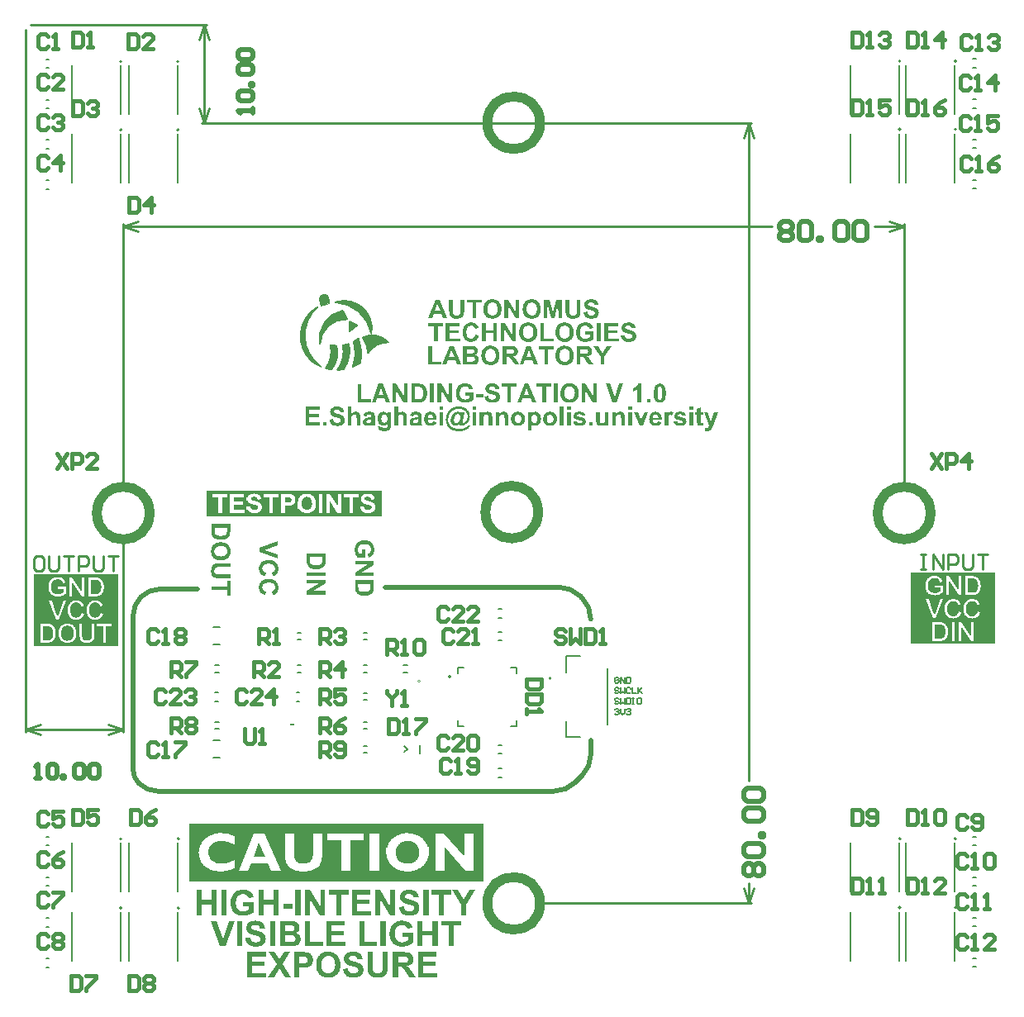
<source format=gto>
G04*
G04 #@! TF.GenerationSoftware,Altium Limited,Altium Designer,21.0.9 (235)*
G04*
G04 Layer_Color=65535*
%FSLAX44Y44*%
%MOMM*%
G71*
G04*
G04 #@! TF.SameCoordinates,FCB3D206-118C-4BCE-AE63-394E7735AD57*
G04*
G04*
G04 #@! TF.FilePolarity,Positive*
G04*
G01*
G75*
%ADD10C,0.1270*%
%ADD11C,0.0100*%
%ADD12C,0.2000*%
%ADD13C,0.5000*%
%ADD14C,0.1524*%
%ADD15C,0.0000*%
%ADD16C,1.0000*%
%ADD17C,0.2540*%
%ADD18C,0.1500*%
%ADD19C,0.4000*%
G36*
X308725Y723753D02*
X310236Y722302D01*
X311058Y720374D01*
Y719327D01*
X311058Y719324D01*
Y719326D01*
X311057Y719224D01*
X311019Y715393D01*
Y715393D01*
Y715393D01*
Y715393D01*
Y715392D01*
Y715393D01*
X311019Y715393D01*
Y715393D01*
Y715393D01*
Y715393D01*
X311019Y715392D01*
X311019Y715384D01*
X311013Y715368D01*
X311003Y715355D01*
X310990Y715345D01*
X310982Y715342D01*
X310982D01*
X302149Y712379D01*
X302138Y712375D01*
X302115Y712377D01*
X302095Y712389D01*
X302081Y712408D01*
X302079Y712420D01*
X300886Y718858D01*
X300874Y718855D01*
X300850Y718858D01*
X300830Y718872D01*
X300818Y718893D01*
X300817Y718905D01*
X300731Y719949D01*
X301392Y721938D01*
X302779Y723508D01*
X304671Y724408D01*
X306765Y724494D01*
X308725Y723753D01*
D02*
G37*
G36*
X311058Y719313D02*
X311058Y719288D01*
X311058Y719262D01*
X311057Y719237D01*
X311057Y719224D01*
Y719224D01*
X311058Y719324D01*
Y719313D01*
D02*
G37*
G36*
X329451Y717473D02*
X334277Y716513D01*
X338865Y714735D01*
X343078Y712193D01*
X346790Y708963D01*
X349889Y705141D01*
X352284Y700843D01*
X353901Y696196D01*
X354694Y691339D01*
X354637Y686419D01*
X354185Y684001D01*
X353705Y686139D01*
X352396Y690320D01*
X350634Y694332D01*
X348442Y698126D01*
X345846Y701655D01*
X342877Y704878D01*
X339572Y707754D01*
X335970Y710249D01*
X332116Y712333D01*
X328056Y713980D01*
X323840Y715170D01*
X319517Y715890D01*
X317334Y716070D01*
X317333Y716070D01*
X317333Y716070D01*
X317334D01*
X319666Y716851D01*
X324531Y717587D01*
X329451Y717473D01*
D02*
G37*
G36*
X325318Y706354D02*
X326218Y704010D01*
X327387Y701788D01*
X328807Y699717D01*
X329605Y698748D01*
X329605D01*
X329605D01*
D01*
X327840Y698791D01*
X324319Y698527D01*
X320865Y697799D01*
X317537Y696621D01*
X314393Y695014D01*
X311490Y693005D01*
X308878Y690630D01*
X306603Y687931D01*
X304704Y684954D01*
X303216Y681753D01*
X302164Y678383D01*
X301567Y674903D01*
X301442Y673142D01*
X301442Y673142D01*
X301442D01*
Y673142D01*
X301100Y675039D01*
X300913Y678892D01*
X301225Y682735D01*
X302032Y686507D01*
X303319Y690142D01*
X305066Y693580D01*
X307243Y696764D01*
X309812Y699640D01*
X312732Y702159D01*
X315954Y704280D01*
X319422Y705966D01*
X323079Y707190D01*
X324972Y707561D01*
X324972Y707561D01*
X325318Y706354D01*
D02*
G37*
G36*
X332253Y696197D02*
X333114Y695535D01*
X334931Y694346D01*
X336858Y693346D01*
X338877Y692547D01*
X339914Y692225D01*
X332253Y686637D01*
Y696197D01*
X332253Y696197D01*
X332253D01*
Y696197D01*
D02*
G37*
G36*
X340986Y678801D02*
X342139Y675854D01*
X343578Y669692D01*
X344122Y663388D01*
X343759Y657070D01*
X343127Y653970D01*
X342180Y653335D01*
X340222Y652168D01*
X338204Y651106D01*
X336133Y650152D01*
X335074Y649731D01*
X335696Y651267D01*
X336725Y654416D01*
X337459Y657647D01*
X337890Y660932D01*
X338017Y664243D01*
X337836Y667552D01*
X337351Y670829D01*
X336565Y674048D01*
X336061Y675627D01*
X336061Y675627D01*
X336061Y675627D01*
D01*
X336704Y675979D01*
X337968Y676723D01*
X339200Y677517D01*
X340400Y678361D01*
X340986Y678801D01*
Y678801D01*
D02*
G37*
G36*
X312273Y671979D02*
D01*
Y671979D01*
Y671979D01*
D02*
G37*
G36*
X357521Y682118D02*
X361041Y681433D01*
X364413Y680214D01*
X367558Y678490D01*
X370400Y676303D01*
X371635Y675004D01*
X370079Y675003D01*
X366984Y674696D01*
X363955Y673985D01*
X361046Y672884D01*
X358306Y671411D01*
X355783Y669592D01*
X353520Y667458D01*
X351555Y665046D01*
X350696Y663748D01*
X350696D01*
X350568Y665933D01*
X349828Y670245D01*
X348457Y674398D01*
X346486Y678304D01*
X345288Y680135D01*
Y680135D01*
X346921Y680876D01*
X350376Y681836D01*
X353937Y682254D01*
X357521Y682118D01*
D02*
G37*
G36*
X297007Y709239D02*
X293240Y704734D01*
X290191Y699716D01*
X287928Y694297D01*
X286504Y688600D01*
X285949Y682755D01*
X286277Y676892D01*
X287481Y671144D01*
X289532Y665642D01*
X292385Y660510D01*
X295975Y655863D01*
X300222Y651807D01*
X302561Y650030D01*
X301418Y650509D01*
X299190Y651598D01*
X297029Y652814D01*
X294941Y654152D01*
X293937Y654880D01*
X291807Y656661D01*
X288172Y660861D01*
X285259Y665589D01*
X283141Y670723D01*
X281873Y676130D01*
X281490Y681671D01*
X281999Y687201D01*
X283389Y692578D01*
X285624Y697663D01*
X288644Y702323D01*
X292373Y706439D01*
X296714Y709904D01*
X299134Y711266D01*
X299134D01*
X297007Y709239D01*
D02*
G37*
G36*
X313038Y671843D02*
X314577Y671619D01*
X316125Y671462D01*
X317677Y671372D01*
X318455Y671352D01*
X318894Y669798D01*
X319389Y666606D01*
X319493Y663377D01*
X319205Y660160D01*
X318529Y657001D01*
X317474Y653948D01*
X316058Y651045D01*
X314299Y648335D01*
X313262Y647097D01*
Y647097D01*
X312515Y647201D01*
X311030Y647461D01*
X309554Y647773D01*
X308090Y648136D01*
X307365Y648343D01*
Y648343D01*
X308278Y649609D01*
X309884Y652283D01*
X311181Y655120D01*
X312153Y658084D01*
X312787Y661138D01*
X313075Y664244D01*
X313015Y667363D01*
X312606Y670455D01*
X312273Y671979D01*
X313038Y671843D01*
D02*
G37*
G36*
X331086Y673428D02*
X331086D01*
X331452Y671739D01*
X331827Y668302D01*
X331840Y664846D01*
X331491Y661406D01*
X330784Y658023D01*
X329727Y654732D01*
X328331Y651569D01*
X326612Y648570D01*
X325601Y647169D01*
X324822Y647051D01*
X323257Y646873D01*
X321686Y646753D01*
X320112Y646690D01*
X319325Y646687D01*
X320288Y648041D01*
X321995Y650891D01*
X323391Y653905D01*
X324464Y657050D01*
X325199Y660290D01*
X325588Y663589D01*
X325629Y666910D01*
X325319Y670218D01*
X325034Y671855D01*
X325804Y671994D01*
X327335Y672322D01*
X328849Y672715D01*
X330346Y673174D01*
X331086Y673428D01*
X331086Y673428D01*
D02*
G37*
G36*
X393640Y113963D02*
X394048Y113926D01*
X394529Y113889D01*
X395010Y113815D01*
X395566Y113741D01*
X396751Y113482D01*
X397344Y113296D01*
X397936Y113111D01*
X398529Y112852D01*
X399084Y112556D01*
X399603Y112222D01*
X400084Y111852D01*
X400121Y111815D01*
X400195Y111741D01*
X400306Y111630D01*
X400454Y111482D01*
X400640Y111260D01*
X400862Y111000D01*
X401084Y110704D01*
X401343Y110371D01*
X401565Y109963D01*
X401788Y109556D01*
X402010Y109075D01*
X402195Y108556D01*
X402380Y108038D01*
X402528Y107445D01*
X402639Y106853D01*
X402676Y106186D01*
X397492Y106001D01*
Y106038D01*
Y106075D01*
X397418Y106334D01*
X397344Y106667D01*
X397196Y107075D01*
X397010Y107556D01*
X396751Y108001D01*
X396418Y108445D01*
X396048Y108815D01*
X396010Y108852D01*
X395862Y108963D01*
X395603Y109112D01*
X395233Y109260D01*
X394788Y109408D01*
X394233Y109556D01*
X393566Y109667D01*
X392789Y109704D01*
X392418D01*
X392011Y109667D01*
X391529Y109593D01*
X390974Y109482D01*
X390381Y109297D01*
X389826Y109075D01*
X389307Y108741D01*
X389270Y108704D01*
X389196Y108630D01*
X389048Y108519D01*
X388900Y108334D01*
X388752Y108112D01*
X388604Y107816D01*
X388530Y107519D01*
X388493Y107149D01*
Y107112D01*
Y107001D01*
X388530Y106816D01*
X388604Y106630D01*
X388678Y106371D01*
X388789Y106112D01*
X388974Y105853D01*
X389233Y105594D01*
X389270Y105556D01*
X389456Y105445D01*
X389567Y105371D01*
X389752Y105297D01*
X389937Y105186D01*
X390196Y105075D01*
X390493Y104964D01*
X390826Y104816D01*
X391233Y104668D01*
X391641Y104520D01*
X392159Y104371D01*
X392715Y104223D01*
X393307Y104075D01*
X393974Y103890D01*
X394011D01*
X394159Y103853D01*
X394344Y103816D01*
X394603Y103742D01*
X394899Y103668D01*
X395270Y103557D01*
X395677Y103446D01*
X396085Y103335D01*
X396973Y103038D01*
X397899Y102742D01*
X398788Y102409D01*
X399158Y102224D01*
X399529Y102038D01*
X399566D01*
X399603Y102001D01*
X399825Y101853D01*
X400158Y101631D01*
X400565Y101335D01*
X401010Y100964D01*
X401491Y100520D01*
X401973Y100001D01*
X402380Y99409D01*
X402417Y99335D01*
X402528Y99113D01*
X402713Y98779D01*
X402899Y98298D01*
X403084Y97705D01*
X403269Y97002D01*
X403380Y96224D01*
X403417Y95335D01*
Y95298D01*
Y95224D01*
Y95113D01*
Y94965D01*
X403380Y94780D01*
X403343Y94521D01*
X403269Y94002D01*
X403121Y93336D01*
X402899Y92632D01*
X402565Y91928D01*
X402158Y91188D01*
Y91151D01*
X402084Y91114D01*
X401936Y90891D01*
X401640Y90521D01*
X401269Y90114D01*
X400788Y89632D01*
X400158Y89188D01*
X399492Y88743D01*
X398677Y88336D01*
X398640D01*
X398566Y88299D01*
X398455Y88262D01*
X398270Y88188D01*
X398047Y88114D01*
X397788Y88040D01*
X397492Y87966D01*
X397159Y87892D01*
X396751Y87781D01*
X396344Y87706D01*
X395381Y87558D01*
X394307Y87447D01*
X393122Y87410D01*
X392640D01*
X392307Y87447D01*
X391900Y87484D01*
X391455Y87521D01*
X390937Y87595D01*
X390381Y87706D01*
X389159Y87966D01*
X388530Y88151D01*
X387937Y88336D01*
X387308Y88595D01*
X386715Y88891D01*
X386160Y89225D01*
X385641Y89632D01*
X385604Y89669D01*
X385530Y89743D01*
X385382Y89854D01*
X385234Y90040D01*
X385012Y90299D01*
X384789Y90595D01*
X384530Y90928D01*
X384271Y91299D01*
X384012Y91743D01*
X383752Y92225D01*
X383493Y92780D01*
X383234Y93373D01*
X383049Y94002D01*
X382827Y94706D01*
X382678Y95446D01*
X382567Y96224D01*
X387604Y96706D01*
Y96669D01*
X387641Y96594D01*
Y96446D01*
X387678Y96298D01*
X387826Y95854D01*
X388011Y95298D01*
X388233Y94669D01*
X388567Y94039D01*
X388937Y93484D01*
X389418Y92965D01*
X389493Y92928D01*
X389678Y92780D01*
X389974Y92595D01*
X390418Y92373D01*
X390974Y92150D01*
X391604Y91965D01*
X392344Y91817D01*
X393196Y91780D01*
X393603D01*
X394048Y91854D01*
X394603Y91928D01*
X395196Y92039D01*
X395825Y92225D01*
X396418Y92484D01*
X396936Y92817D01*
X397010Y92854D01*
X397159Y93002D01*
X397344Y93224D01*
X397603Y93521D01*
X397825Y93891D01*
X398047Y94335D01*
X398195Y94780D01*
X398232Y95298D01*
Y95335D01*
Y95446D01*
X398195Y95632D01*
X398158Y95854D01*
X398084Y96076D01*
X398010Y96335D01*
X397862Y96594D01*
X397677Y96854D01*
X397640Y96891D01*
X397566Y96965D01*
X397455Y97076D01*
X397270Y97224D01*
X397010Y97409D01*
X396677Y97594D01*
X396307Y97780D01*
X395825Y97965D01*
X395788D01*
X395640Y98039D01*
X395381Y98113D01*
X395196Y98187D01*
X394973Y98224D01*
X394714Y98298D01*
X394418Y98409D01*
X394085Y98483D01*
X393714Y98594D01*
X393270Y98705D01*
X392789Y98816D01*
X392270Y98965D01*
X391678Y99113D01*
X391641D01*
X391492Y99150D01*
X391270Y99224D01*
X391011Y99298D01*
X390678Y99409D01*
X390270Y99520D01*
X389863Y99668D01*
X389381Y99816D01*
X388419Y100187D01*
X387493Y100631D01*
X387011Y100853D01*
X386604Y101112D01*
X386197Y101372D01*
X385863Y101631D01*
X385826Y101668D01*
X385752Y101742D01*
X385641Y101853D01*
X385493Y102001D01*
X385308Y102224D01*
X385123Y102483D01*
X384901Y102742D01*
X384715Y103075D01*
X384271Y103853D01*
X383901Y104742D01*
X383752Y105223D01*
X383641Y105705D01*
X383567Y106260D01*
X383530Y106816D01*
Y106853D01*
Y106890D01*
Y107001D01*
Y107149D01*
X383604Y107519D01*
X383678Y108001D01*
X383789Y108556D01*
X383975Y109186D01*
X384234Y109852D01*
X384604Y110482D01*
Y110519D01*
X384641Y110556D01*
X384826Y110778D01*
X385049Y111074D01*
X385419Y111445D01*
X385863Y111852D01*
X386419Y112296D01*
X387048Y112704D01*
X387789Y113074D01*
X387826D01*
X387900Y113111D01*
X388011Y113148D01*
X388159Y113222D01*
X388382Y113296D01*
X388604Y113371D01*
X388900Y113445D01*
X389233Y113556D01*
X389974Y113704D01*
X390826Y113852D01*
X391789Y113963D01*
X392863Y114000D01*
X393307D01*
X393640Y113963D01*
D02*
G37*
G36*
X223436Y113963D02*
X223843Y113926D01*
X224324Y113889D01*
X224843Y113852D01*
X225399Y113741D01*
X226583Y113519D01*
X227806Y113148D01*
X228435Y112926D01*
X229028Y112667D01*
X229583Y112371D01*
X230102Y112000D01*
X230139Y111963D01*
X230213Y111926D01*
X230361Y111778D01*
X230546Y111630D01*
X230768Y111445D01*
X230991Y111186D01*
X231250Y110889D01*
X231546Y110556D01*
X231842Y110186D01*
X232139Y109778D01*
X232435Y109334D01*
X232694Y108815D01*
X232990Y108297D01*
X233213Y107741D01*
X233435Y107112D01*
X233583Y106482D01*
X228435Y105519D01*
Y105556D01*
X228398Y105594D01*
X228324Y105816D01*
X228176Y106149D01*
X227954Y106593D01*
X227694Y107075D01*
X227324Y107556D01*
X226880Y108038D01*
X226361Y108482D01*
X226287Y108519D01*
X226102Y108667D01*
X225769Y108852D01*
X225361Y109038D01*
X224806Y109260D01*
X224176Y109408D01*
X223473Y109556D01*
X222658Y109593D01*
X222325D01*
X222103Y109556D01*
X221806Y109519D01*
X221473Y109482D01*
X221103Y109408D01*
X220695Y109334D01*
X219844Y109075D01*
X219399Y108889D01*
X218955Y108667D01*
X218510Y108408D01*
X218066Y108149D01*
X217659Y107778D01*
X217251Y107408D01*
X217214Y107371D01*
X217177Y107297D01*
X217066Y107186D01*
X216955Y107001D01*
X216807Y106779D01*
X216622Y106519D01*
X216436Y106186D01*
X216288Y105816D01*
X216103Y105371D01*
X215918Y104890D01*
X215733Y104371D01*
X215585Y103816D01*
X215474Y103186D01*
X215362Y102483D01*
X215326Y101779D01*
X215288Y101001D01*
Y100964D01*
Y100816D01*
Y100557D01*
X215326Y100261D01*
X215362Y99853D01*
X215399Y99446D01*
X215474Y98927D01*
X215548Y98409D01*
X215770Y97298D01*
X216140Y96150D01*
X216362Y95595D01*
X216622Y95076D01*
X216955Y94558D01*
X217288Y94113D01*
X217325Y94076D01*
X217399Y94002D01*
X217510Y93891D01*
X217659Y93743D01*
X217881Y93595D01*
X218103Y93372D01*
X218399Y93187D01*
X218732Y92965D01*
X219103Y92743D01*
X219473Y92558D01*
X220399Y92188D01*
X220917Y92039D01*
X221436Y91928D01*
X222029Y91854D01*
X222621Y91817D01*
X222917D01*
X223214Y91854D01*
X223658Y91891D01*
X224139Y91965D01*
X224695Y92076D01*
X225287Y92225D01*
X225880Y92447D01*
X225917D01*
X225954Y92484D01*
X226139Y92558D01*
X226472Y92706D01*
X226843Y92891D01*
X227287Y93113D01*
X227769Y93372D01*
X228250Y93669D01*
X228694Y94002D01*
Y97298D01*
X222769D01*
Y101631D01*
X233916D01*
Y91336D01*
X233842Y91262D01*
X233731Y91188D01*
X233620Y91076D01*
X233435Y90928D01*
X233249Y90780D01*
X232731Y90410D01*
X232027Y90002D01*
X231213Y89521D01*
X230287Y89040D01*
X229176Y88595D01*
X229139D01*
X229028Y88558D01*
X228880Y88484D01*
X228657Y88410D01*
X228361Y88336D01*
X228028Y88225D01*
X227658Y88114D01*
X227250Y88003D01*
X226324Y87781D01*
X225250Y87595D01*
X224139Y87447D01*
X222954Y87410D01*
X222547D01*
X222288Y87447D01*
X221917D01*
X221510Y87484D01*
X221066Y87558D01*
X220547Y87632D01*
X219473Y87818D01*
X218288Y88114D01*
X217066Y88521D01*
X216511Y88780D01*
X215918Y89077D01*
X215881Y89114D01*
X215807Y89151D01*
X215622Y89262D01*
X215437Y89410D01*
X215177Y89558D01*
X214918Y89780D01*
X214585Y90040D01*
X214251Y90336D01*
X213511Y91002D01*
X212770Y91854D01*
X212066Y92817D01*
X211437Y93928D01*
Y93965D01*
X211363Y94076D01*
X211289Y94261D01*
X211215Y94483D01*
X211104Y94780D01*
X210956Y95113D01*
X210844Y95520D01*
X210696Y95965D01*
X210548Y96446D01*
X210437Y97002D01*
X210178Y98150D01*
X210030Y99409D01*
X209956Y100779D01*
Y100816D01*
Y100964D01*
Y101187D01*
X209993Y101446D01*
Y101816D01*
X210030Y102223D01*
X210104Y102668D01*
X210178Y103186D01*
X210363Y104260D01*
X210659Y105482D01*
X211067Y106705D01*
X211326Y107297D01*
X211622Y107889D01*
X211659Y107927D01*
X211696Y108038D01*
X211807Y108186D01*
X211918Y108408D01*
X212104Y108667D01*
X212326Y108963D01*
X212585Y109297D01*
X212844Y109667D01*
X213178Y110037D01*
X213548Y110445D01*
X213955Y110852D01*
X214400Y111260D01*
X214881Y111630D01*
X215362Y112037D01*
X216511Y112704D01*
X216548D01*
X216622Y112778D01*
X216770Y112815D01*
X216955Y112926D01*
X217214Y113000D01*
X217473Y113111D01*
X217844Y113222D01*
X218214Y113371D01*
X218621Y113482D01*
X219103Y113593D01*
X219621Y113704D01*
X220140Y113815D01*
X221325Y113963D01*
X222658Y114000D01*
X223102D01*
X223436Y113963D01*
D02*
G37*
G36*
X259210Y87892D02*
X254025D01*
Y99113D01*
X243915D01*
Y87892D01*
X238730D01*
Y113519D01*
X243915D01*
Y103446D01*
X254025D01*
Y113519D01*
X259210D01*
Y87892D01*
D02*
G37*
G36*
X195550Y87892D02*
X190365D01*
Y99113D01*
X180255D01*
Y87892D01*
X175070D01*
Y113519D01*
X180255D01*
Y103446D01*
X190365D01*
Y113519D01*
X195550D01*
Y87892D01*
D02*
G37*
G36*
X451560Y98631D02*
Y87892D01*
X446376D01*
Y98668D01*
X437006Y113519D01*
X443043D01*
X449079Y103371D01*
X454967Y113519D01*
X460930D01*
X451560Y98631D01*
D02*
G37*
G36*
X378457Y87892D02*
X373272D01*
X362866Y104779D01*
Y87892D01*
X358088D01*
Y113519D01*
X363088D01*
X373679Y96261D01*
Y113519D01*
X378457D01*
Y87892D01*
D02*
G37*
G36*
X306835Y87892D02*
X301650D01*
X291243Y104779D01*
Y87892D01*
X286466D01*
Y113519D01*
X291466D01*
X302057Y96261D01*
Y113519D01*
X306835D01*
Y87892D01*
D02*
G37*
G36*
X273616Y94743D02*
X263950D01*
Y99668D01*
X273616D01*
Y94743D01*
D02*
G37*
G36*
X436303Y109186D02*
X428748D01*
Y87892D01*
X423563D01*
Y109186D01*
X415971D01*
Y113519D01*
X436303D01*
Y109186D01*
D02*
G37*
G36*
X412823Y87892D02*
X407639D01*
Y113519D01*
X412823D01*
Y87892D01*
D02*
G37*
G36*
X353200Y109186D02*
X339387D01*
Y103520D01*
X352237D01*
Y99187D01*
X339387D01*
Y92225D01*
X353681D01*
Y87892D01*
X334202D01*
Y113519D01*
X353200D01*
Y109186D01*
D02*
G37*
G36*
X330832D02*
X323277D01*
Y87892D01*
X318093D01*
Y109186D01*
X310501D01*
Y113519D01*
X330832D01*
Y109186D01*
D02*
G37*
G36*
X281504Y87892D02*
X276319D01*
Y113519D01*
X281504D01*
Y87892D01*
D02*
G37*
G36*
X205919Y87892D02*
X200734D01*
Y113519D01*
X205919D01*
Y87892D01*
D02*
G37*
G36*
X236194Y82248D02*
X236601Y82211D01*
X237083Y82174D01*
X237564Y82100D01*
X238119Y82026D01*
X239304Y81766D01*
X239897Y81581D01*
X240490Y81396D01*
X241082Y81137D01*
X241637Y80841D01*
X242156Y80507D01*
X242637Y80137D01*
X242675Y80100D01*
X242749Y80026D01*
X242860Y79915D01*
X243008Y79767D01*
X243193Y79544D01*
X243415Y79285D01*
X243637Y78989D01*
X243897Y78656D01*
X244119Y78248D01*
X244341Y77841D01*
X244563Y77359D01*
X244748Y76841D01*
X244933Y76322D01*
X245082Y75730D01*
X245193Y75137D01*
X245230Y74471D01*
X240045Y74286D01*
Y74323D01*
Y74360D01*
X239971Y74619D01*
X239897Y74952D01*
X239749Y75360D01*
X239564Y75841D01*
X239304Y76285D01*
X238971Y76730D01*
X238601Y77100D01*
X238564Y77137D01*
X238416Y77248D01*
X238156Y77396D01*
X237786Y77544D01*
X237342Y77693D01*
X236786Y77841D01*
X236120Y77952D01*
X235342Y77989D01*
X234972D01*
X234564Y77952D01*
X234083Y77878D01*
X233527Y77767D01*
X232935Y77582D01*
X232379Y77359D01*
X231861Y77026D01*
X231824Y76989D01*
X231750Y76915D01*
X231602Y76804D01*
X231453Y76619D01*
X231305Y76396D01*
X231157Y76100D01*
X231083Y75804D01*
X231046Y75434D01*
Y75397D01*
Y75286D01*
X231083Y75100D01*
X231157Y74915D01*
X231231Y74656D01*
X231342Y74397D01*
X231528Y74138D01*
X231787Y73878D01*
X231824Y73841D01*
X232009Y73730D01*
X232120Y73656D01*
X232305Y73582D01*
X232490Y73471D01*
X232750Y73360D01*
X233046Y73249D01*
X233379Y73101D01*
X233787Y72952D01*
X234194Y72804D01*
X234712Y72656D01*
X235268Y72508D01*
X235860Y72360D01*
X236527Y72175D01*
X236564D01*
X236712Y72138D01*
X236897Y72101D01*
X237157Y72027D01*
X237453Y71953D01*
X237823Y71841D01*
X238230Y71730D01*
X238638Y71619D01*
X239527Y71323D01*
X240452Y71027D01*
X241341Y70693D01*
X241712Y70508D01*
X242082Y70323D01*
X242119D01*
X242156Y70286D01*
X242378Y70138D01*
X242712Y69916D01*
X243119Y69619D01*
X243563Y69249D01*
X244045Y68805D01*
X244526Y68286D01*
X244933Y67694D01*
X244970Y67620D01*
X245082Y67397D01*
X245267Y67064D01*
X245452Y66583D01*
X245637Y65990D01*
X245822Y65287D01*
X245933Y64509D01*
X245970Y63620D01*
Y63583D01*
Y63509D01*
Y63398D01*
Y63250D01*
X245933Y63065D01*
X245896Y62805D01*
X245822Y62287D01*
X245674Y61620D01*
X245452Y60917D01*
X245119Y60213D01*
X244711Y59472D01*
Y59435D01*
X244637Y59398D01*
X244489Y59176D01*
X244193Y58806D01*
X243822Y58398D01*
X243341Y57917D01*
X242712Y57473D01*
X242045Y57028D01*
X241230Y56621D01*
X241193D01*
X241119Y56584D01*
X241008Y56547D01*
X240823Y56473D01*
X240601Y56399D01*
X240341Y56325D01*
X240045Y56251D01*
X239712Y56176D01*
X239304Y56065D01*
X238897Y55991D01*
X237934Y55843D01*
X236860Y55732D01*
X235675Y55695D01*
X235194D01*
X234860Y55732D01*
X234453Y55769D01*
X234009Y55806D01*
X233490Y55880D01*
X232935Y55991D01*
X231713Y56251D01*
X231083Y56436D01*
X230490Y56621D01*
X229861Y56880D01*
X229268Y57176D01*
X228713Y57510D01*
X228195Y57917D01*
X228158Y57954D01*
X228083Y58028D01*
X227935Y58139D01*
X227787Y58324D01*
X227565Y58584D01*
X227343Y58880D01*
X227083Y59213D01*
X226824Y59583D01*
X226565Y60028D01*
X226306Y60509D01*
X226047Y61065D01*
X225787Y61657D01*
X225602Y62287D01*
X225380Y62990D01*
X225232Y63731D01*
X225121Y64509D01*
X230157Y64990D01*
Y64953D01*
X230194Y64879D01*
Y64731D01*
X230231Y64583D01*
X230379Y64138D01*
X230565Y63583D01*
X230787Y62954D01*
X231120Y62324D01*
X231490Y61768D01*
X231972Y61250D01*
X232046Y61213D01*
X232231Y61065D01*
X232527Y60880D01*
X232972Y60657D01*
X233527Y60435D01*
X234157Y60250D01*
X234897Y60102D01*
X235749Y60065D01*
X236157D01*
X236601Y60139D01*
X237157Y60213D01*
X237749Y60324D01*
X238379Y60509D01*
X238971Y60768D01*
X239490Y61102D01*
X239564Y61139D01*
X239712Y61287D01*
X239897Y61509D01*
X240156Y61805D01*
X240378Y62176D01*
X240601Y62620D01*
X240749Y63065D01*
X240786Y63583D01*
Y63620D01*
Y63731D01*
X240749Y63916D01*
X240712Y64138D01*
X240638Y64361D01*
X240564Y64620D01*
X240415Y64879D01*
X240230Y65138D01*
X240193Y65175D01*
X240119Y65250D01*
X240008Y65361D01*
X239823Y65509D01*
X239564Y65694D01*
X239230Y65879D01*
X238860Y66064D01*
X238379Y66249D01*
X238342D01*
X238193Y66323D01*
X237934Y66398D01*
X237749Y66472D01*
X237527Y66509D01*
X237268Y66583D01*
X236971Y66694D01*
X236638Y66768D01*
X236268Y66879D01*
X235823Y66990D01*
X235342Y67101D01*
X234823Y67249D01*
X234231Y67397D01*
X234194D01*
X234046Y67435D01*
X233824Y67509D01*
X233564Y67583D01*
X233231Y67694D01*
X232824Y67805D01*
X232416Y67953D01*
X231935Y68101D01*
X230972Y68471D01*
X230046Y68916D01*
X229565Y69138D01*
X229157Y69397D01*
X228750Y69657D01*
X228417Y69916D01*
X228380Y69953D01*
X228306Y70027D01*
X228195Y70138D01*
X228046Y70286D01*
X227861Y70508D01*
X227676Y70767D01*
X227454Y71027D01*
X227269Y71360D01*
X226824Y72138D01*
X226454Y73026D01*
X226306Y73508D01*
X226195Y73989D01*
X226121Y74545D01*
X226084Y75100D01*
Y75137D01*
Y75174D01*
Y75286D01*
Y75434D01*
X226158Y75804D01*
X226232Y76285D01*
X226343Y76841D01*
X226528Y77470D01*
X226787Y78137D01*
X227158Y78767D01*
Y78804D01*
X227195Y78841D01*
X227380Y79063D01*
X227602Y79359D01*
X227972Y79729D01*
X228417Y80137D01*
X228972Y80581D01*
X229602Y80989D01*
X230342Y81359D01*
X230379D01*
X230453Y81396D01*
X230565Y81433D01*
X230713Y81507D01*
X230935Y81581D01*
X231157Y81655D01*
X231453Y81729D01*
X231787Y81840D01*
X232527Y81988D01*
X233379Y82137D01*
X234342Y82248D01*
X235416Y82285D01*
X235860D01*
X236194Y82248D01*
D02*
G37*
G36*
X386326Y82248D02*
X386734Y82211D01*
X387215Y82174D01*
X387733Y82137D01*
X388289Y82026D01*
X389474Y81803D01*
X390696Y81433D01*
X391326Y81211D01*
X391918Y80952D01*
X392474Y80655D01*
X392992Y80285D01*
X393029Y80248D01*
X393103Y80211D01*
X393251Y80063D01*
X393437Y79915D01*
X393659Y79729D01*
X393881Y79470D01*
X394140Y79174D01*
X394436Y78841D01*
X394733Y78470D01*
X395029Y78063D01*
X395325Y77619D01*
X395585Y77100D01*
X395881Y76582D01*
X396103Y76026D01*
X396325Y75397D01*
X396473Y74767D01*
X391326Y73804D01*
Y73841D01*
X391289Y73878D01*
X391215Y74100D01*
X391067Y74434D01*
X390844Y74878D01*
X390585Y75360D01*
X390215Y75841D01*
X389770Y76322D01*
X389252Y76767D01*
X389178Y76804D01*
X388993Y76952D01*
X388659Y77137D01*
X388252Y77322D01*
X387696Y77545D01*
X387067Y77693D01*
X386363Y77841D01*
X385549Y77878D01*
X385215D01*
X384993Y77841D01*
X384697Y77804D01*
X384364Y77767D01*
X383993Y77693D01*
X383586Y77619D01*
X382734Y77359D01*
X382290Y77174D01*
X381845Y76952D01*
X381401Y76693D01*
X380956Y76434D01*
X380549Y76063D01*
X380142Y75693D01*
X380105Y75656D01*
X380068Y75582D01*
X379957Y75471D01*
X379845Y75286D01*
X379697Y75063D01*
X379512Y74804D01*
X379327Y74471D01*
X379179Y74100D01*
X378994Y73656D01*
X378809Y73175D01*
X378623Y72656D01*
X378475Y72101D01*
X378364Y71471D01*
X378253Y70767D01*
X378216Y70064D01*
X378179Y69286D01*
Y69249D01*
Y69101D01*
Y68842D01*
X378216Y68545D01*
X378253Y68138D01*
X378290Y67731D01*
X378364Y67212D01*
X378438Y66694D01*
X378660Y65583D01*
X379031Y64435D01*
X379253Y63879D01*
X379512Y63361D01*
X379845Y62842D01*
X380179Y62398D01*
X380216Y62361D01*
X380290Y62287D01*
X380401Y62176D01*
X380549Y62028D01*
X380771Y61880D01*
X380993Y61657D01*
X381290Y61472D01*
X381623Y61250D01*
X381993Y61028D01*
X382364Y60843D01*
X383289Y60472D01*
X383808Y60324D01*
X384327Y60213D01*
X384919Y60139D01*
X385512Y60102D01*
X385808D01*
X386104Y60139D01*
X386549Y60176D01*
X387030Y60250D01*
X387585Y60361D01*
X388178Y60509D01*
X388770Y60732D01*
X388807D01*
X388844Y60768D01*
X389030Y60843D01*
X389363Y60991D01*
X389733Y61176D01*
X390178Y61398D01*
X390659Y61657D01*
X391141Y61954D01*
X391585Y62287D01*
Y65583D01*
X385660D01*
Y69916D01*
X396807D01*
Y59620D01*
X396733Y59546D01*
X396622Y59472D01*
X396510Y59361D01*
X396325Y59213D01*
X396140Y59065D01*
X395622Y58695D01*
X394918Y58287D01*
X394103Y57806D01*
X393177Y57324D01*
X392066Y56880D01*
X392029D01*
X391918Y56843D01*
X391770Y56769D01*
X391548Y56695D01*
X391252Y56621D01*
X390918Y56510D01*
X390548Y56399D01*
X390141Y56287D01*
X389215Y56065D01*
X388141Y55880D01*
X387030Y55732D01*
X385845Y55695D01*
X385438D01*
X385178Y55732D01*
X384808D01*
X384400Y55769D01*
X383956Y55843D01*
X383438Y55917D01*
X382364Y56102D01*
X381179Y56399D01*
X379957Y56806D01*
X379401Y57065D01*
X378809Y57361D01*
X378772Y57399D01*
X378697Y57435D01*
X378512Y57547D01*
X378327Y57695D01*
X378068Y57843D01*
X377809Y58065D01*
X377475Y58324D01*
X377142Y58621D01*
X376401Y59287D01*
X375661Y60139D01*
X374957Y61102D01*
X374328Y62213D01*
Y62250D01*
X374253Y62361D01*
X374179Y62546D01*
X374105Y62768D01*
X373994Y63065D01*
X373846Y63398D01*
X373735Y63805D01*
X373587Y64250D01*
X373439Y64731D01*
X373328Y65287D01*
X373068Y66435D01*
X372920Y67694D01*
X372846Y69064D01*
Y69101D01*
Y69249D01*
Y69471D01*
X372883Y69731D01*
Y70101D01*
X372920Y70508D01*
X372994Y70953D01*
X373068Y71471D01*
X373254Y72545D01*
X373550Y73767D01*
X373957Y74989D01*
X374216Y75582D01*
X374513Y76174D01*
X374550Y76211D01*
X374587Y76322D01*
X374698Y76471D01*
X374809Y76693D01*
X374994Y76952D01*
X375216Y77248D01*
X375476Y77582D01*
X375735Y77952D01*
X376068Y78322D01*
X376438Y78730D01*
X376846Y79137D01*
X377290Y79544D01*
X377772Y79915D01*
X378253Y80322D01*
X379401Y80989D01*
X379438D01*
X379512Y81063D01*
X379660Y81100D01*
X379845Y81211D01*
X380105Y81285D01*
X380364Y81396D01*
X380734Y81507D01*
X381105Y81655D01*
X381512Y81766D01*
X381993Y81877D01*
X382512Y81989D01*
X383030Y82100D01*
X384215Y82248D01*
X385549Y82285D01*
X385993D01*
X386326Y82248D01*
D02*
G37*
G36*
X422100Y56176D02*
X416916D01*
Y67397D01*
X406806D01*
Y56176D01*
X401621D01*
Y81803D01*
X406806D01*
Y71730D01*
X416916D01*
Y81803D01*
X422100D01*
Y56176D01*
D02*
G37*
G36*
X204790Y56176D02*
X199198D01*
X190013Y81803D01*
X195605D01*
X202123Y62842D01*
X208382Y81803D01*
X213900Y81803D01*
X204790Y56176D01*
D02*
G37*
G36*
X445987Y77470D02*
X438432D01*
Y56176D01*
X433247D01*
Y77470D01*
X425656D01*
Y81803D01*
X445987D01*
Y77470D01*
D02*
G37*
G36*
X368810Y56176D02*
X363625D01*
Y81803D01*
X368810D01*
Y56176D01*
D02*
G37*
G36*
X347219Y60509D02*
X360107Y60509D01*
Y56176D01*
X342034Y56176D01*
Y81618D01*
X347219D01*
Y60509D01*
D02*
G37*
G36*
X327073Y77470D02*
X313260D01*
Y71804D01*
X326110D01*
Y67471D01*
X313260D01*
Y60509D01*
X327555D01*
Y56176D01*
X308075D01*
Y81803D01*
X327073D01*
Y77470D01*
D02*
G37*
G36*
X291484Y60509D02*
X304372D01*
Y56176D01*
X286300D01*
Y81618D01*
X291484D01*
Y60509D01*
D02*
G37*
G36*
X272264Y81766D02*
X273005Y81729D01*
X273745Y81692D01*
X274449Y81618D01*
X275079Y81544D01*
X275153D01*
X275338Y81507D01*
X275597Y81433D01*
X275967Y81322D01*
X276375Y81174D01*
X276819Y80989D01*
X277300Y80766D01*
X277745Y80470D01*
X277782Y80433D01*
X277930Y80322D01*
X278152Y80137D01*
X278449Y79915D01*
X278745Y79581D01*
X279078Y79211D01*
X279411Y78804D01*
X279708Y78322D01*
X279745Y78248D01*
X279819Y78100D01*
X279967Y77804D01*
X280115Y77433D01*
X280263Y76989D01*
X280411Y76508D01*
X280485Y75915D01*
X280522Y75323D01*
Y75286D01*
Y75248D01*
Y75026D01*
X280485Y74693D01*
X280411Y74249D01*
X280263Y73730D01*
X280115Y73175D01*
X279856Y72619D01*
X279522Y72027D01*
X279485Y71953D01*
X279337Y71767D01*
X279115Y71508D01*
X278856Y71175D01*
X278486Y70841D01*
X278041Y70434D01*
X277523Y70101D01*
X276930Y69768D01*
X276967D01*
X277041Y69731D01*
X277152Y69693D01*
X277300Y69657D01*
X277745Y69471D01*
X278263Y69212D01*
X278819Y68916D01*
X279448Y68508D01*
X280004Y68027D01*
X280522Y67435D01*
X280559Y67360D01*
X280708Y67138D01*
X280930Y66805D01*
X281152Y66361D01*
X281374Y65768D01*
X281596Y65138D01*
X281744Y64398D01*
X281782Y63583D01*
Y63546D01*
Y63509D01*
Y63287D01*
X281744Y62954D01*
X281670Y62509D01*
X281596Y61991D01*
X281448Y61398D01*
X281226Y60806D01*
X280967Y60176D01*
X280930Y60102D01*
X280819Y59917D01*
X280634Y59620D01*
X280374Y59250D01*
X280078Y58806D01*
X279671Y58398D01*
X279263Y57954D01*
X278745Y57547D01*
X278671Y57510D01*
X278486Y57399D01*
X278189Y57213D01*
X277782Y57028D01*
X277264Y56806D01*
X276671Y56621D01*
X276004Y56436D01*
X275264Y56325D01*
X275116D01*
X274967Y56287D01*
X274597D01*
X274338Y56251D01*
X273634D01*
X273190Y56213D01*
X272079D01*
X271449Y56176D01*
X260339D01*
Y81803D01*
X271597D01*
X272264Y81766D01*
D02*
G37*
G36*
X255377Y56176D02*
X250192D01*
Y81803D01*
X255377D01*
Y56176D01*
D02*
G37*
G36*
X221528D02*
X216344D01*
Y81803D01*
X221528D01*
Y56176D01*
D02*
G37*
G36*
X336220Y50532D02*
X336628Y50496D01*
X337109Y50458D01*
X337591Y50384D01*
X338146Y50310D01*
X339331Y50051D01*
X339924Y49866D01*
X340516Y49681D01*
X341109Y49422D01*
X341664Y49125D01*
X342183Y48792D01*
X342664Y48422D01*
X342701Y48385D01*
X342775Y48310D01*
X342886Y48199D01*
X343034Y48051D01*
X343220Y47829D01*
X343442Y47570D01*
X343664Y47274D01*
X343923Y46940D01*
X344145Y46533D01*
X344368Y46126D01*
X344590Y45644D01*
X344775Y45126D01*
X344960Y44607D01*
X345108Y44015D01*
X345219Y43422D01*
X345256Y42756D01*
X340072Y42570D01*
Y42607D01*
Y42645D01*
X339998Y42904D01*
X339924Y43237D01*
X339776Y43644D01*
X339590Y44126D01*
X339331Y44570D01*
X338998Y45015D01*
X338628Y45385D01*
X338591Y45422D01*
X338442Y45533D01*
X338183Y45681D01*
X337813Y45829D01*
X337368Y45978D01*
X336813Y46126D01*
X336146Y46237D01*
X335369Y46274D01*
X334998D01*
X334591Y46237D01*
X334109Y46163D01*
X333554Y46052D01*
X332961Y45866D01*
X332406Y45644D01*
X331887Y45311D01*
X331850Y45274D01*
X331776Y45200D01*
X331628Y45089D01*
X331480Y44903D01*
X331332Y44681D01*
X331184Y44385D01*
X331110Y44089D01*
X331073Y43718D01*
Y43681D01*
Y43570D01*
X331110Y43385D01*
X331184Y43200D01*
X331258Y42941D01*
X331369Y42681D01*
X331554Y42422D01*
X331813Y42163D01*
X331850Y42126D01*
X332036Y42015D01*
X332147Y41941D01*
X332332Y41867D01*
X332517Y41756D01*
X332776Y41645D01*
X333073Y41533D01*
X333406Y41385D01*
X333813Y41237D01*
X334221Y41089D01*
X334739Y40941D01*
X335294Y40793D01*
X335887Y40645D01*
X336554Y40459D01*
X336591D01*
X336739Y40423D01*
X336924Y40385D01*
X337183Y40311D01*
X337480Y40237D01*
X337850Y40126D01*
X338257Y40015D01*
X338665Y39904D01*
X339553Y39608D01*
X340479Y39311D01*
X341368Y38978D01*
X341738Y38793D01*
X342109Y38608D01*
X342146D01*
X342183Y38571D01*
X342405Y38423D01*
X342738Y38201D01*
X343145Y37904D01*
X343590Y37534D01*
X344071Y37090D01*
X344553Y36571D01*
X344960Y35979D01*
X344997Y35904D01*
X345108Y35682D01*
X345294Y35349D01*
X345479Y34867D01*
X345664Y34275D01*
X345849Y33571D01*
X345960Y32794D01*
X345997Y31905D01*
Y31868D01*
Y31794D01*
Y31683D01*
Y31535D01*
X345960Y31349D01*
X345923Y31090D01*
X345849Y30572D01*
X345701Y29905D01*
X345479Y29201D01*
X345145Y28498D01*
X344738Y27757D01*
Y27720D01*
X344664Y27683D01*
X344516Y27461D01*
X344220Y27090D01*
X343849Y26683D01*
X343368Y26202D01*
X342738Y25757D01*
X342072Y25313D01*
X341257Y24906D01*
X341220D01*
X341146Y24869D01*
X341035Y24832D01*
X340849Y24757D01*
X340627Y24683D01*
X340368Y24609D01*
X340072Y24535D01*
X339739Y24461D01*
X339331Y24350D01*
X338924Y24276D01*
X337961Y24128D01*
X336887Y24017D01*
X335702Y23980D01*
X335220D01*
X334887Y24017D01*
X334480Y24054D01*
X334035Y24091D01*
X333517Y24165D01*
X332961Y24276D01*
X331739Y24535D01*
X331110Y24720D01*
X330517Y24906D01*
X329888Y25165D01*
X329295Y25461D01*
X328740Y25794D01*
X328221Y26202D01*
X328184Y26239D01*
X328110Y26313D01*
X327962Y26424D01*
X327814Y26609D01*
X327592Y26868D01*
X327369Y27165D01*
X327110Y27498D01*
X326851Y27868D01*
X326592Y28313D01*
X326333Y28794D01*
X326073Y29350D01*
X325814Y29942D01*
X325629Y30572D01*
X325407Y31275D01*
X325258Y32016D01*
X325147Y32794D01*
X330184Y33275D01*
Y33238D01*
X330221Y33164D01*
Y33016D01*
X330258Y32868D01*
X330406Y32423D01*
X330591Y31868D01*
X330813Y31238D01*
X331147Y30609D01*
X331517Y30053D01*
X331998Y29535D01*
X332073Y29498D01*
X332258Y29350D01*
X332554Y29164D01*
X332998Y28942D01*
X333554Y28720D01*
X334184Y28535D01*
X334924Y28387D01*
X335776Y28350D01*
X336183D01*
X336628Y28424D01*
X337183Y28498D01*
X337776Y28609D01*
X338405Y28794D01*
X338998Y29053D01*
X339516Y29387D01*
X339590Y29424D01*
X339739Y29572D01*
X339924Y29794D01*
X340183Y30090D01*
X340405Y30461D01*
X340627Y30905D01*
X340775Y31349D01*
X340812Y31868D01*
Y31905D01*
Y32016D01*
X340775Y32201D01*
X340738Y32423D01*
X340664Y32645D01*
X340590Y32905D01*
X340442Y33164D01*
X340257Y33423D01*
X340220Y33460D01*
X340146Y33534D01*
X340035Y33645D01*
X339850Y33793D01*
X339590Y33979D01*
X339257Y34164D01*
X338887Y34349D01*
X338405Y34534D01*
X338368D01*
X338220Y34608D01*
X337961Y34682D01*
X337776Y34756D01*
X337553Y34793D01*
X337294Y34867D01*
X336998Y34979D01*
X336665Y35053D01*
X336294Y35164D01*
X335850Y35275D01*
X335369Y35386D01*
X334850Y35534D01*
X334258Y35682D01*
X334221D01*
X334072Y35719D01*
X333850Y35793D01*
X333591Y35867D01*
X333258Y35979D01*
X332850Y36090D01*
X332443Y36238D01*
X331962Y36386D01*
X330999Y36756D01*
X330073Y37201D01*
X329591Y37423D01*
X329184Y37682D01*
X328777Y37941D01*
X328443Y38201D01*
X328406Y38238D01*
X328332Y38312D01*
X328221Y38423D01*
X328073Y38571D01*
X327888Y38793D01*
X327703Y39052D01*
X327481Y39311D01*
X327295Y39645D01*
X326851Y40423D01*
X326481Y41311D01*
X326333Y41793D01*
X326221Y42274D01*
X326147Y42830D01*
X326110Y43385D01*
Y43422D01*
Y43459D01*
Y43570D01*
Y43718D01*
X326184Y44089D01*
X326258Y44570D01*
X326370Y45126D01*
X326555Y45755D01*
X326814Y46422D01*
X327184Y47051D01*
Y47088D01*
X327221Y47126D01*
X327406Y47348D01*
X327629Y47644D01*
X327999Y48014D01*
X328443Y48422D01*
X328999Y48866D01*
X329628Y49273D01*
X330369Y49644D01*
X330406D01*
X330480Y49681D01*
X330591Y49718D01*
X330739Y49792D01*
X330962Y49866D01*
X331184Y49940D01*
X331480Y50014D01*
X331813Y50125D01*
X332554Y50273D01*
X333406Y50421D01*
X334369Y50532D01*
X335443Y50570D01*
X335887D01*
X336220Y50532D01*
D02*
G37*
G36*
X263265Y37793D02*
X272079Y24461D01*
X265857D01*
X260191Y33127D01*
X254488Y24461D01*
X248267D01*
X257117Y37793D01*
X249081Y50088D01*
X255118D01*
X260191Y42422D01*
X265265Y50088D01*
X271301D01*
X263265Y37793D01*
D02*
G37*
G36*
X370772Y36571D02*
Y36534D01*
Y36386D01*
Y36127D01*
Y35830D01*
Y35460D01*
X370735Y35016D01*
Y34534D01*
Y34053D01*
X370661Y32979D01*
X370587Y31868D01*
X370550Y31386D01*
X370476Y30905D01*
X370402Y30461D01*
X370328Y30053D01*
Y30016D01*
X370291Y29979D01*
Y29868D01*
X370254Y29757D01*
X370143Y29387D01*
X369995Y28942D01*
X369772Y28424D01*
X369513Y27905D01*
X369180Y27350D01*
X368773Y26831D01*
X368736Y26757D01*
X368587Y26609D01*
X368328Y26387D01*
X367995Y26091D01*
X367550Y25757D01*
X367032Y25424D01*
X366439Y25054D01*
X365773Y24757D01*
X365736D01*
X365699Y24720D01*
X365588Y24683D01*
X365439Y24646D01*
X365254Y24572D01*
X365032Y24498D01*
X364736Y24424D01*
X364440Y24387D01*
X363736Y24239D01*
X362884Y24091D01*
X361921Y24017D01*
X360847Y23980D01*
X360255D01*
X359922Y24017D01*
X359588D01*
X359181Y24054D01*
X358774Y24091D01*
X357885Y24165D01*
X356959Y24313D01*
X356033Y24535D01*
X355626Y24646D01*
X355255Y24794D01*
X355218D01*
X355181Y24832D01*
X354959Y24943D01*
X354589Y25128D01*
X354181Y25387D01*
X353700Y25720D01*
X353181Y26091D01*
X352700Y26535D01*
X352256Y27016D01*
X352219Y27090D01*
X352071Y27239D01*
X351885Y27535D01*
X351663Y27905D01*
X351441Y28313D01*
X351182Y28794D01*
X350997Y29313D01*
X350811Y29868D01*
Y29905D01*
X350774Y29979D01*
Y30090D01*
X350737Y30275D01*
X350700Y30498D01*
X350663Y30794D01*
X350626Y31127D01*
X350589Y31497D01*
X350515Y31942D01*
X350478Y32423D01*
X350441Y32942D01*
X350404Y33534D01*
X350367Y34164D01*
Y34867D01*
X350330Y35608D01*
Y36386D01*
Y50088D01*
X355515D01*
Y36164D01*
Y36127D01*
Y36016D01*
Y35867D01*
Y35645D01*
Y35349D01*
Y35053D01*
X355552Y34386D01*
Y33645D01*
X355589Y32942D01*
X355626Y32608D01*
Y32312D01*
X355663Y32090D01*
X355700Y31868D01*
Y31794D01*
X355774Y31609D01*
X355885Y31312D01*
X356033Y30942D01*
X356218Y30535D01*
X356515Y30127D01*
X356848Y29683D01*
X357255Y29313D01*
X357329Y29276D01*
X357477Y29164D01*
X357774Y29016D01*
X358144Y28868D01*
X358662Y28683D01*
X359255Y28535D01*
X359922Y28424D01*
X360699Y28387D01*
X361070D01*
X361440Y28424D01*
X361921Y28498D01*
X362477Y28609D01*
X362995Y28757D01*
X363551Y28979D01*
X363995Y29276D01*
X364032Y29313D01*
X364180Y29424D01*
X364366Y29609D01*
X364588Y29868D01*
X364810Y30201D01*
X365032Y30572D01*
X365217Y30979D01*
X365328Y31460D01*
Y31535D01*
X365365Y31720D01*
X365402Y32053D01*
X365477Y32497D01*
Y32794D01*
X365514Y33127D01*
Y33497D01*
X365551Y33868D01*
Y34312D01*
X365588Y34794D01*
Y35312D01*
Y35867D01*
Y50088D01*
X370772D01*
Y36571D01*
D02*
G37*
G36*
X421100Y45755D02*
X407287D01*
Y40089D01*
X420138D01*
Y35756D01*
X407287D01*
Y28794D01*
X421582D01*
Y24461D01*
X402102D01*
Y50088D01*
X421100D01*
Y45755D01*
D02*
G37*
G36*
X388141Y50051D02*
X388548D01*
X388956Y50014D01*
X389437D01*
X390400Y49903D01*
X391400Y49792D01*
X392326Y49607D01*
X392733Y49496D01*
X393103Y49384D01*
X393140D01*
X393177Y49348D01*
X393400Y49236D01*
X393733Y49051D01*
X394177Y48829D01*
X394659Y48459D01*
X395140Y48051D01*
X395622Y47533D01*
X396066Y46903D01*
Y46866D01*
X396103Y46829D01*
X396177Y46718D01*
X396251Y46607D01*
X396436Y46237D01*
X396659Y45755D01*
X396844Y45163D01*
X397029Y44496D01*
X397177Y43719D01*
X397214Y42904D01*
Y42867D01*
Y42793D01*
Y42607D01*
X397177Y42422D01*
Y42163D01*
X397140Y41904D01*
X396992Y41237D01*
X396807Y40459D01*
X396510Y39682D01*
X396066Y38867D01*
X395807Y38497D01*
X395510Y38126D01*
X395474Y38089D01*
X395436Y38052D01*
X395325Y37941D01*
X395177Y37830D01*
X395029Y37682D01*
X394807Y37497D01*
X394548Y37312D01*
X394251Y37127D01*
X393918Y36904D01*
X393511Y36719D01*
X393103Y36534D01*
X392659Y36349D01*
X392141Y36164D01*
X391622Y36016D01*
X391067Y35867D01*
X390437Y35756D01*
X390474D01*
X390511Y35719D01*
X390733Y35571D01*
X391030Y35386D01*
X391400Y35127D01*
X391844Y34794D01*
X392289Y34460D01*
X392770Y34053D01*
X393177Y33608D01*
X393214Y33571D01*
X393400Y33386D01*
X393622Y33090D01*
X393955Y32645D01*
X394399Y32090D01*
X394622Y31720D01*
X394881Y31349D01*
X395177Y30942D01*
X395474Y30498D01*
X395807Y29979D01*
X396140Y29461D01*
X399288Y24461D01*
X393066D01*
X389363Y30016D01*
X389326Y30053D01*
X389289Y30164D01*
X389178Y30312D01*
X389030Y30498D01*
X388881Y30720D01*
X388696Y31016D01*
X388289Y31609D01*
X387808Y32275D01*
X387363Y32868D01*
X386956Y33423D01*
X386771Y33608D01*
X386623Y33794D01*
X386586Y33831D01*
X386511Y33905D01*
X386363Y34053D01*
X386178Y34238D01*
X385919Y34386D01*
X385660Y34571D01*
X385363Y34719D01*
X385067Y34867D01*
X385030D01*
X384919Y34905D01*
X384734Y34979D01*
X384438Y35016D01*
X384067Y35090D01*
X383623Y35127D01*
X383104Y35164D01*
X381438D01*
Y24461D01*
X376253D01*
Y50088D01*
X387808D01*
X388141Y50051D01*
D02*
G37*
G36*
X284633Y50051D02*
X285596D01*
X286633Y49977D01*
X287670Y49903D01*
X288114Y49866D01*
X288559Y49829D01*
X288929Y49755D01*
X289225Y49681D01*
X289262D01*
X289336Y49644D01*
X289447Y49607D01*
X289596Y49570D01*
X290003Y49384D01*
X290521Y49162D01*
X291077Y48829D01*
X291706Y48385D01*
X292299Y47829D01*
X292892Y47162D01*
Y47126D01*
X292966Y47088D01*
X293040Y46977D01*
X293114Y46829D01*
X293262Y46607D01*
X293373Y46385D01*
X293521Y46126D01*
X293669Y45829D01*
X293928Y45089D01*
X294188Y44274D01*
X294336Y43274D01*
X294410Y42200D01*
Y42163D01*
Y42089D01*
Y41978D01*
Y41793D01*
X294373Y41607D01*
Y41348D01*
X294299Y40830D01*
X294188Y40200D01*
X294039Y39497D01*
X293817Y38830D01*
X293521Y38201D01*
X293484Y38126D01*
X293373Y37941D01*
X293188Y37645D01*
X292929Y37275D01*
X292632Y36904D01*
X292225Y36460D01*
X291817Y36053D01*
X291336Y35682D01*
X291262Y35645D01*
X291114Y35534D01*
X290855Y35386D01*
X290521Y35201D01*
X290114Y34979D01*
X289670Y34793D01*
X289188Y34608D01*
X288670Y34460D01*
X288596D01*
X288484Y34423D01*
X288336D01*
X288151Y34386D01*
X287892Y34349D01*
X287633Y34312D01*
X287299D01*
X286966Y34275D01*
X286559Y34238D01*
X286114Y34201D01*
X285633Y34164D01*
X285114D01*
X284559Y34127D01*
X279967D01*
Y24461D01*
X274782D01*
Y50088D01*
X284226D01*
X284633Y50051D01*
D02*
G37*
G36*
X246007Y45755D02*
X232194D01*
Y40089D01*
X245045D01*
Y35756D01*
X232194D01*
Y28794D01*
X246489D01*
Y24461D01*
X227009D01*
Y50088D01*
X246007D01*
Y45755D01*
D02*
G37*
G36*
X310519Y50532D02*
X310890D01*
X311371Y50458D01*
X311927Y50384D01*
X312556Y50273D01*
X313223Y50125D01*
X313926Y49940D01*
X314667Y49718D01*
X315408Y49422D01*
X316185Y49088D01*
X316926Y48681D01*
X317667Y48199D01*
X318370Y47644D01*
X319037Y47014D01*
X319074Y46977D01*
X319185Y46866D01*
X319370Y46644D01*
X319555Y46385D01*
X319815Y46014D01*
X320111Y45570D01*
X320407Y45052D01*
X320741Y44459D01*
X321074Y43829D01*
X321370Y43089D01*
X321666Y42274D01*
X321926Y41422D01*
X322148Y40459D01*
X322296Y39460D01*
X322407Y38386D01*
X322444Y37238D01*
Y37164D01*
Y36978D01*
X322407Y36645D01*
Y36201D01*
X322333Y35682D01*
X322259Y35090D01*
X322148Y34386D01*
X322037Y33682D01*
X321852Y32905D01*
X321629Y32090D01*
X321333Y31275D01*
X321000Y30461D01*
X320629Y29683D01*
X320148Y28905D01*
X319629Y28165D01*
X319037Y27461D01*
X319000Y27424D01*
X318889Y27313D01*
X318704Y27128D01*
X318407Y26905D01*
X318074Y26646D01*
X317667Y26350D01*
X317185Y26054D01*
X316667Y25720D01*
X316037Y25387D01*
X315371Y25091D01*
X314630Y24794D01*
X313815Y24535D01*
X312964Y24313D01*
X312038Y24128D01*
X311075Y24017D01*
X310038Y23980D01*
X309779D01*
X309482Y24017D01*
X309112Y24054D01*
X308631Y24091D01*
X308075Y24165D01*
X307446Y24276D01*
X306779Y24424D01*
X306038Y24609D01*
X305335Y24832D01*
X304557Y25128D01*
X303816Y25461D01*
X303039Y25831D01*
X302335Y26313D01*
X301631Y26831D01*
X300965Y27461D01*
X300928Y27498D01*
X300817Y27609D01*
X300669Y27831D01*
X300446Y28090D01*
X300187Y28461D01*
X299891Y28905D01*
X299594Y29387D01*
X299298Y29979D01*
X298965Y30609D01*
X298669Y31349D01*
X298372Y32127D01*
X298113Y32979D01*
X297891Y33905D01*
X297743Y34904D01*
X297632Y35979D01*
X297595Y37090D01*
Y37127D01*
Y37275D01*
Y37460D01*
X297632Y37756D01*
Y38089D01*
X297669Y38460D01*
X297706Y38904D01*
X297743Y39385D01*
X297891Y40423D01*
X298076Y41533D01*
X298372Y42645D01*
X298743Y43681D01*
Y43718D01*
X298780Y43755D01*
X298854Y43867D01*
X298891Y44015D01*
X299113Y44385D01*
X299372Y44866D01*
X299706Y45422D01*
X300113Y45978D01*
X300594Y46607D01*
X301113Y47200D01*
X301150Y47237D01*
X301187Y47274D01*
X301372Y47459D01*
X301705Y47755D01*
X302113Y48088D01*
X302594Y48459D01*
X303150Y48866D01*
X303779Y49236D01*
X304446Y49533D01*
X304483D01*
X304557Y49570D01*
X304705Y49644D01*
X304890Y49681D01*
X305112Y49792D01*
X305372Y49866D01*
X305705Y49940D01*
X306038Y50051D01*
X306853Y50236D01*
X307779Y50421D01*
X308853Y50532D01*
X309964Y50570D01*
X310223D01*
X310519Y50532D01*
D02*
G37*
G36*
X993167Y415774D02*
Y392054D01*
Y366000D01*
X906833D01*
Y392054D01*
Y415774D01*
Y438652D01*
X993167D01*
Y415774D01*
D02*
G37*
G36*
X347655Y472235D02*
X347933D01*
X348238Y472207D01*
X348571Y472151D01*
X348960Y472096D01*
X349765Y471957D01*
X350681Y471735D01*
X351597Y471430D01*
X352042Y471235D01*
X352486Y471013D01*
X352514Y470985D01*
X352597Y470958D01*
X352708Y470874D01*
X352874Y470791D01*
X353069Y470652D01*
X353291Y470486D01*
X353541Y470291D01*
X353818Y470097D01*
X354096Y469847D01*
X354401Y469570D01*
X354707Y469264D01*
X355012Y468931D01*
X355290Y468570D01*
X355595Y468209D01*
X356095Y467349D01*
Y467321D01*
X356150Y467265D01*
X356178Y467154D01*
X356261Y467015D01*
X356317Y466821D01*
X356400Y466627D01*
X356484Y466349D01*
X356595Y466072D01*
X356678Y465766D01*
X356761Y465405D01*
X356844Y465017D01*
X356928Y464628D01*
X357039Y463740D01*
X357067Y462740D01*
Y462407D01*
X357039Y462157D01*
X357011Y461852D01*
X356983Y461491D01*
X356955Y461102D01*
X356872Y460686D01*
X356706Y459797D01*
X356428Y458881D01*
X356261Y458409D01*
X356067Y457965D01*
X355845Y457548D01*
X355567Y457160D01*
X355540Y457132D01*
X355512Y457076D01*
X355401Y456965D01*
X355290Y456827D01*
X355151Y456660D01*
X354957Y456493D01*
X354735Y456299D01*
X354485Y456077D01*
X354207Y455855D01*
X353902Y455633D01*
X353569Y455411D01*
X353180Y455216D01*
X352791Y454994D01*
X352375Y454828D01*
X351903Y454661D01*
X351431Y454550D01*
X350709Y458409D01*
X350737D01*
X350765Y458437D01*
X350931Y458492D01*
X351181Y458604D01*
X351514Y458770D01*
X351875Y458964D01*
X352236Y459242D01*
X352597Y459575D01*
X352930Y459964D01*
X352958Y460019D01*
X353069Y460158D01*
X353208Y460408D01*
X353346Y460713D01*
X353513Y461130D01*
X353624Y461602D01*
X353735Y462129D01*
X353763Y462740D01*
Y462990D01*
X353735Y463157D01*
X353707Y463378D01*
X353680Y463628D01*
X353624Y463906D01*
X353569Y464211D01*
X353374Y464850D01*
X353235Y465183D01*
X353069Y465516D01*
X352874Y465849D01*
X352680Y466183D01*
X352402Y466488D01*
X352125Y466793D01*
X352097Y466821D01*
X352042Y466849D01*
X351958Y466932D01*
X351819Y467015D01*
X351653Y467126D01*
X351459Y467265D01*
X351209Y467404D01*
X350931Y467515D01*
X350598Y467654D01*
X350237Y467793D01*
X349848Y467932D01*
X349432Y468043D01*
X348960Y468126D01*
X348433Y468209D01*
X347905Y468237D01*
X347322Y468265D01*
X347294D01*
X347183D01*
X346989D01*
X346767Y468237D01*
X346461Y468209D01*
X346156Y468181D01*
X345767Y468126D01*
X345379Y468070D01*
X344546Y467904D01*
X343685Y467626D01*
X343269Y467460D01*
X342880Y467265D01*
X342491Y467015D01*
X342158Y466766D01*
X342131Y466738D01*
X342075Y466682D01*
X341992Y466599D01*
X341881Y466488D01*
X341770Y466321D01*
X341603Y466155D01*
X341464Y465933D01*
X341298Y465683D01*
X341131Y465405D01*
X340992Y465128D01*
X340715Y464434D01*
X340604Y464045D01*
X340520Y463656D01*
X340465Y463212D01*
X340437Y462768D01*
Y462546D01*
X340465Y462324D01*
X340493Y461990D01*
X340548Y461629D01*
X340631Y461213D01*
X340742Y460769D01*
X340909Y460325D01*
Y460297D01*
X340937Y460269D01*
X340992Y460130D01*
X341103Y459880D01*
X341242Y459603D01*
X341409Y459270D01*
X341603Y458909D01*
X341825Y458548D01*
X342075Y458215D01*
X344546D01*
Y462657D01*
X347794D01*
Y454300D01*
X340076D01*
X340021Y454356D01*
X339965Y454439D01*
X339882Y454522D01*
X339771Y454661D01*
X339660Y454800D01*
X339382Y455189D01*
X339077Y455716D01*
X338716Y456327D01*
X338355Y457021D01*
X338022Y457854D01*
Y457882D01*
X337994Y457965D01*
X337938Y458076D01*
X337883Y458242D01*
X337827Y458465D01*
X337744Y458714D01*
X337661Y458992D01*
X337578Y459297D01*
X337411Y459992D01*
X337272Y460797D01*
X337161Y461629D01*
X337133Y462518D01*
Y462823D01*
X337161Y463018D01*
Y463295D01*
X337189Y463601D01*
X337244Y463934D01*
X337300Y464323D01*
X337439Y465128D01*
X337661Y466016D01*
X337966Y466932D01*
X338161Y467349D01*
X338383Y467793D01*
X338410Y467821D01*
X338438Y467876D01*
X338521Y468015D01*
X338633Y468154D01*
X338744Y468348D01*
X338910Y468542D01*
X339104Y468792D01*
X339327Y469042D01*
X339826Y469597D01*
X340465Y470153D01*
X341187Y470680D01*
X342020Y471152D01*
X342047D01*
X342131Y471208D01*
X342269Y471263D01*
X342436Y471319D01*
X342658Y471402D01*
X342908Y471513D01*
X343213Y471596D01*
X343546Y471707D01*
X343907Y471818D01*
X344324Y471902D01*
X345184Y472096D01*
X346128Y472207D01*
X347155Y472262D01*
X347183D01*
X347294D01*
X347461D01*
X347655Y472235D01*
D02*
G37*
G36*
X356706Y446943D02*
X343769Y439003D01*
X356706D01*
Y435422D01*
X337494D01*
Y439309D01*
X350154Y447110D01*
X337494D01*
Y450691D01*
X356706D01*
Y446943D01*
D02*
G37*
G36*
Y423651D02*
X356678Y423429D01*
X356650Y422901D01*
X356622Y422318D01*
X356539Y421707D01*
X356456Y421124D01*
X356317Y420597D01*
Y420569D01*
X356289Y420514D01*
X356261Y420430D01*
X356234Y420319D01*
X356095Y419986D01*
X355901Y419598D01*
X355651Y419153D01*
X355345Y418654D01*
X354984Y418182D01*
X354540Y417710D01*
Y417682D01*
X354485Y417654D01*
X354318Y417515D01*
X354040Y417293D01*
X353680Y417043D01*
X353235Y416738D01*
X352708Y416433D01*
X352097Y416127D01*
X351431Y415877D01*
X351403D01*
X351348Y415850D01*
X351236Y415822D01*
X351098Y415766D01*
X350931Y415739D01*
X350709Y415683D01*
X350459Y415628D01*
X350182Y415544D01*
X349876Y415489D01*
X349515Y415433D01*
X349154Y415378D01*
X348738Y415350D01*
X347877Y415267D01*
X346906Y415239D01*
X346878D01*
X346795D01*
X346684D01*
X346517D01*
X346295Y415267D01*
X346073D01*
X345795Y415294D01*
X345490Y415322D01*
X344851Y415378D01*
X344185Y415489D01*
X343491Y415655D01*
X342825Y415850D01*
X342797D01*
X342741Y415877D01*
X342630Y415933D01*
X342464Y415989D01*
X342297Y416044D01*
X342103Y416155D01*
X341603Y416377D01*
X341076Y416655D01*
X340493Y417016D01*
X339937Y417432D01*
X339410Y417904D01*
X339354Y417960D01*
X339243Y418098D01*
X339077Y418321D01*
X338855Y418626D01*
X338605Y419015D01*
X338355Y419459D01*
X338105Y420014D01*
X337883Y420625D01*
Y420653D01*
X337855Y420680D01*
Y420764D01*
X337827Y420847D01*
X337772Y421152D01*
X337689Y421541D01*
X337605Y422013D01*
X337550Y422596D01*
X337522Y423290D01*
X337494Y424039D01*
Y431313D01*
X356706D01*
Y423651D01*
D02*
G37*
G36*
X365000Y497000D02*
X185000D01*
Y522933D01*
X365000D01*
Y497000D01*
D02*
G37*
G36*
X209552Y481095D02*
X209525Y480873D01*
X209497Y480345D01*
X209469Y479762D01*
X209386Y479151D01*
X209303Y478568D01*
X209164Y478041D01*
Y478013D01*
X209136Y477958D01*
X209108Y477874D01*
X209080Y477763D01*
X208942Y477430D01*
X208747Y477042D01*
X208497Y476597D01*
X208192Y476097D01*
X207831Y475626D01*
X207387Y475154D01*
Y475126D01*
X207331Y475098D01*
X207165Y474959D01*
X206887Y474737D01*
X206526Y474487D01*
X206082Y474182D01*
X205555Y473877D01*
X204944Y473571D01*
X204277Y473321D01*
X204250D01*
X204194Y473294D01*
X204083Y473266D01*
X203944Y473210D01*
X203778Y473182D01*
X203556Y473127D01*
X203306Y473072D01*
X203028Y472988D01*
X202723Y472933D01*
X202362Y472877D01*
X202001Y472822D01*
X201585Y472794D01*
X200724Y472711D01*
X199752Y472683D01*
X199725D01*
X199641D01*
X199530D01*
X199364D01*
X199142Y472711D01*
X198919D01*
X198642Y472738D01*
X198336Y472766D01*
X197698Y472822D01*
X197032Y472933D01*
X196338Y473099D01*
X195671Y473294D01*
X195644D01*
X195588Y473321D01*
X195477Y473377D01*
X195310Y473432D01*
X195144Y473488D01*
X194949Y473599D01*
X194450Y473821D01*
X193922Y474099D01*
X193339Y474460D01*
X192784Y474876D01*
X192257Y475348D01*
X192201Y475404D01*
X192090Y475542D01*
X191923Y475764D01*
X191701Y476070D01*
X191451Y476459D01*
X191201Y476903D01*
X190952Y477458D01*
X190730Y478069D01*
Y478096D01*
X190702Y478124D01*
Y478208D01*
X190674Y478291D01*
X190618Y478596D01*
X190535Y478985D01*
X190452Y479457D01*
X190396Y480040D01*
X190369Y480734D01*
X190341Y481483D01*
Y488757D01*
X209552D01*
Y481095D01*
D02*
G37*
G36*
X200308Y470156D02*
X200557D01*
X200835Y470129D01*
X201168Y470101D01*
X201529Y470073D01*
X202306Y469962D01*
X203139Y469823D01*
X203972Y469601D01*
X204750Y469324D01*
X204777D01*
X204805Y469296D01*
X204888Y469240D01*
X204999Y469212D01*
X205277Y469046D01*
X205638Y468852D01*
X206054Y468602D01*
X206471Y468296D01*
X206943Y467935D01*
X207387Y467547D01*
X207415Y467519D01*
X207442Y467491D01*
X207581Y467352D01*
X207803Y467103D01*
X208053Y466797D01*
X208331Y466436D01*
X208636Y466020D01*
X208914Y465548D01*
X209136Y465048D01*
Y465020D01*
X209164Y464965D01*
X209219Y464854D01*
X209247Y464715D01*
X209330Y464548D01*
X209386Y464354D01*
X209441Y464104D01*
X209525Y463854D01*
X209663Y463244D01*
X209802Y462550D01*
X209886Y461744D01*
X209913Y460912D01*
Y460717D01*
X209886Y460495D01*
Y460218D01*
X209830Y459857D01*
X209774Y459440D01*
X209691Y458968D01*
X209580Y458469D01*
X209441Y457941D01*
X209275Y457386D01*
X209053Y456831D01*
X208803Y456248D01*
X208497Y455692D01*
X208137Y455137D01*
X207720Y454610D01*
X207248Y454110D01*
X207220Y454082D01*
X207137Y453999D01*
X206971Y453860D01*
X206776Y453721D01*
X206499Y453527D01*
X206165Y453305D01*
X205777Y453083D01*
X205333Y452833D01*
X204860Y452583D01*
X204305Y452361D01*
X203694Y452139D01*
X203056Y451944D01*
X202334Y451778D01*
X201585Y451667D01*
X200779Y451584D01*
X199919Y451556D01*
X199863D01*
X199725D01*
X199475Y451584D01*
X199142D01*
X198753Y451639D01*
X198309Y451695D01*
X197781Y451778D01*
X197254Y451861D01*
X196671Y452000D01*
X196060Y452166D01*
X195449Y452389D01*
X194838Y452639D01*
X194255Y452916D01*
X193672Y453277D01*
X193117Y453666D01*
X192590Y454110D01*
X192562Y454138D01*
X192479Y454221D01*
X192340Y454360D01*
X192173Y454582D01*
X191979Y454832D01*
X191757Y455137D01*
X191535Y455498D01*
X191285Y455887D01*
X191035Y456359D01*
X190813Y456858D01*
X190591Y457414D01*
X190396Y458024D01*
X190230Y458663D01*
X190091Y459357D01*
X190008Y460079D01*
X189980Y460856D01*
Y461050D01*
X190008Y461273D01*
X190035Y461550D01*
X190063Y461911D01*
X190119Y462327D01*
X190202Y462799D01*
X190313Y463299D01*
X190452Y463854D01*
X190618Y464382D01*
X190841Y464965D01*
X191091Y465520D01*
X191368Y466103D01*
X191729Y466631D01*
X192118Y467158D01*
X192590Y467658D01*
X192617Y467686D01*
X192701Y467769D01*
X192867Y467880D01*
X193062Y468046D01*
X193339Y468241D01*
X193672Y468463D01*
X194033Y468685D01*
X194478Y468907D01*
X194949Y469157D01*
X195505Y469379D01*
X196088Y469601D01*
X196726Y469795D01*
X197420Y469962D01*
X198170Y470073D01*
X198975Y470156D01*
X199808Y470184D01*
X199836D01*
X199947D01*
X200085D01*
X200308Y470156D01*
D02*
G37*
G36*
X209552Y444671D02*
X199114D01*
X199086D01*
X199003D01*
X198892D01*
X198725D01*
X198503D01*
X198281D01*
X197781Y444643D01*
X197226D01*
X196698Y444615D01*
X196449Y444588D01*
X196227D01*
X196060Y444560D01*
X195893Y444532D01*
X195838D01*
X195699Y444476D01*
X195477Y444393D01*
X195199Y444282D01*
X194894Y444143D01*
X194589Y443921D01*
X194255Y443671D01*
X193978Y443366D01*
X193950Y443310D01*
X193867Y443199D01*
X193756Y442977D01*
X193645Y442700D01*
X193506Y442311D01*
X193395Y441867D01*
X193311Y441367D01*
X193284Y440784D01*
Y440506D01*
X193311Y440229D01*
X193367Y439868D01*
X193450Y439451D01*
X193561Y439063D01*
X193728Y438646D01*
X193950Y438313D01*
X193978Y438285D01*
X194061Y438174D01*
X194200Y438036D01*
X194394Y437869D01*
X194644Y437702D01*
X194922Y437536D01*
X195227Y437397D01*
X195588Y437314D01*
X195644D01*
X195782Y437286D01*
X196032Y437258D01*
X196365Y437203D01*
X196587D01*
X196837Y437175D01*
X197115D01*
X197393Y437147D01*
X197726D01*
X198086Y437119D01*
X198475D01*
X198892D01*
X209552D01*
Y433233D01*
X199419D01*
X199391D01*
X199280D01*
X199086D01*
X198864D01*
X198586D01*
X198253Y433260D01*
X197892D01*
X197531D01*
X196726Y433316D01*
X195893Y433372D01*
X195532Y433399D01*
X195172Y433455D01*
X194838Y433510D01*
X194533Y433566D01*
X194505D01*
X194478Y433594D01*
X194394D01*
X194311Y433621D01*
X194033Y433705D01*
X193700Y433816D01*
X193311Y433982D01*
X192923Y434177D01*
X192506Y434426D01*
X192118Y434732D01*
X192062Y434760D01*
X191951Y434871D01*
X191784Y435065D01*
X191562Y435315D01*
X191313Y435648D01*
X191063Y436037D01*
X190785Y436481D01*
X190563Y436981D01*
Y437008D01*
X190535Y437036D01*
X190508Y437119D01*
X190480Y437230D01*
X190424Y437369D01*
X190369Y437536D01*
X190313Y437758D01*
X190285Y437980D01*
X190174Y438507D01*
X190063Y439146D01*
X190008Y439868D01*
X189980Y440673D01*
Y441117D01*
X190008Y441367D01*
Y441617D01*
X190035Y441922D01*
X190063Y442228D01*
X190119Y442894D01*
X190230Y443588D01*
X190396Y444282D01*
X190480Y444588D01*
X190591Y444865D01*
Y444893D01*
X190618Y444921D01*
X190702Y445087D01*
X190841Y445365D01*
X191035Y445670D01*
X191285Y446031D01*
X191562Y446420D01*
X191896Y446781D01*
X192257Y447114D01*
X192312Y447142D01*
X192423Y447253D01*
X192645Y447391D01*
X192923Y447558D01*
X193228Y447725D01*
X193589Y447919D01*
X193978Y448058D01*
X194394Y448196D01*
X194422D01*
X194478Y448224D01*
X194561D01*
X194700Y448252D01*
X194866Y448280D01*
X195088Y448308D01*
X195338Y448335D01*
X195616Y448363D01*
X195949Y448419D01*
X196310Y448446D01*
X196698Y448474D01*
X197143Y448502D01*
X197615Y448530D01*
X198142D01*
X198697Y448557D01*
X199280D01*
X209552D01*
Y444671D01*
D02*
G37*
G36*
Y415243D02*
X206304D01*
Y420906D01*
X190341D01*
Y424793D01*
X206304D01*
Y430484D01*
X209552D01*
Y415243D01*
D02*
G37*
G36*
X468684Y122707D02*
X167316D01*
Y182000D01*
X468684D01*
Y122707D01*
D02*
G37*
G36*
X478483Y632972D02*
X478789Y632944D01*
X479150Y632917D01*
X479510Y632861D01*
X479927Y632806D01*
X480815Y632611D01*
X481259Y632472D01*
X481704Y632334D01*
X482148Y632139D01*
X482564Y631917D01*
X482953Y631667D01*
X483314Y631390D01*
X483342Y631362D01*
X483397Y631306D01*
X483480Y631223D01*
X483591Y631112D01*
X483730Y630946D01*
X483897Y630751D01*
X484063Y630529D01*
X484258Y630279D01*
X484424Y629974D01*
X484591Y629669D01*
X484757Y629308D01*
X484896Y628919D01*
X485035Y628530D01*
X485146Y628086D01*
X485229Y627642D01*
X485257Y627142D01*
X481370Y627003D01*
Y627031D01*
Y627059D01*
X481315Y627253D01*
X481259Y627503D01*
X481148Y627808D01*
X481009Y628169D01*
X480815Y628503D01*
X480565Y628836D01*
X480288Y629113D01*
X480260Y629141D01*
X480149Y629224D01*
X479955Y629335D01*
X479677Y629446D01*
X479344Y629557D01*
X478927Y629669D01*
X478428Y629752D01*
X477845Y629780D01*
X477567D01*
X477262Y629752D01*
X476901Y629696D01*
X476484Y629613D01*
X476040Y629474D01*
X475624Y629308D01*
X475235Y629058D01*
X475207Y629030D01*
X475152Y628974D01*
X475041Y628891D01*
X474930Y628752D01*
X474819Y628586D01*
X474707Y628364D01*
X474652Y628142D01*
X474624Y627864D01*
Y627836D01*
Y627753D01*
X474652Y627614D01*
X474707Y627475D01*
X474763Y627281D01*
X474846Y627087D01*
X474985Y626892D01*
X475179Y626698D01*
X475207Y626670D01*
X475346Y626587D01*
X475429Y626531D01*
X475568Y626476D01*
X475707Y626393D01*
X475901Y626309D01*
X476123Y626226D01*
X476373Y626115D01*
X476679Y626004D01*
X476984Y625893D01*
X477373Y625782D01*
X477789Y625671D01*
X478233Y625560D01*
X478733Y625421D01*
X478761D01*
X478872Y625393D01*
X479011Y625365D01*
X479205Y625310D01*
X479427Y625254D01*
X479705Y625171D01*
X480010Y625088D01*
X480316Y625005D01*
X480982Y624782D01*
X481676Y624560D01*
X482342Y624310D01*
X482620Y624172D01*
X482897Y624033D01*
X482925D01*
X482953Y624005D01*
X483120Y623894D01*
X483369Y623727D01*
X483675Y623505D01*
X484008Y623228D01*
X484369Y622895D01*
X484730Y622506D01*
X485035Y622062D01*
X485063Y622006D01*
X485146Y621840D01*
X485285Y621590D01*
X485424Y621229D01*
X485563Y620785D01*
X485701Y620257D01*
X485785Y619674D01*
X485812Y619008D01*
Y618980D01*
Y618925D01*
Y618841D01*
Y618730D01*
X485785Y618591D01*
X485757Y618397D01*
X485701Y618008D01*
X485590Y617509D01*
X485424Y616981D01*
X485174Y616454D01*
X484869Y615899D01*
Y615871D01*
X484813Y615843D01*
X484702Y615676D01*
X484480Y615399D01*
X484202Y615093D01*
X483841Y614733D01*
X483369Y614399D01*
X482870Y614066D01*
X482259Y613761D01*
X482231D01*
X482175Y613733D01*
X482092Y613705D01*
X481953Y613650D01*
X481787Y613594D01*
X481592Y613539D01*
X481370Y613483D01*
X481121Y613428D01*
X480815Y613344D01*
X480510Y613289D01*
X479788Y613178D01*
X478983Y613094D01*
X478094Y613067D01*
X477734D01*
X477484Y613094D01*
X477178Y613122D01*
X476845Y613150D01*
X476456Y613206D01*
X476040Y613289D01*
X475124Y613483D01*
X474652Y613622D01*
X474208Y613761D01*
X473736Y613955D01*
X473292Y614177D01*
X472875Y614427D01*
X472486Y614733D01*
X472459Y614760D01*
X472403Y614816D01*
X472292Y614899D01*
X472181Y615038D01*
X472015Y615232D01*
X471848Y615454D01*
X471654Y615704D01*
X471459Y615982D01*
X471265Y616315D01*
X471071Y616676D01*
X470876Y617092D01*
X470682Y617537D01*
X470543Y618008D01*
X470377Y618536D01*
X470266Y619091D01*
X470182Y619674D01*
X473958Y620035D01*
Y620007D01*
X473986Y619952D01*
Y619841D01*
X474013Y619730D01*
X474124Y619397D01*
X474263Y618980D01*
X474430Y618508D01*
X474680Y618036D01*
X474957Y617620D01*
X475318Y617231D01*
X475374Y617203D01*
X475513Y617092D01*
X475735Y616954D01*
X476068Y616787D01*
X476484Y616620D01*
X476956Y616482D01*
X477511Y616371D01*
X478150Y616343D01*
X478455D01*
X478789Y616398D01*
X479205Y616454D01*
X479649Y616537D01*
X480121Y616676D01*
X480565Y616870D01*
X480954Y617120D01*
X481009Y617148D01*
X481121Y617259D01*
X481259Y617425D01*
X481454Y617648D01*
X481620Y617925D01*
X481787Y618258D01*
X481898Y618591D01*
X481926Y618980D01*
Y619008D01*
Y619091D01*
X481898Y619230D01*
X481870Y619397D01*
X481815Y619563D01*
X481759Y619757D01*
X481648Y619952D01*
X481509Y620146D01*
X481482Y620174D01*
X481426Y620229D01*
X481343Y620313D01*
X481204Y620424D01*
X481009Y620563D01*
X480760Y620701D01*
X480482Y620840D01*
X480121Y620979D01*
X480093D01*
X479982Y621035D01*
X479788Y621090D01*
X479649Y621146D01*
X479483Y621173D01*
X479288Y621229D01*
X479066Y621312D01*
X478816Y621368D01*
X478539Y621451D01*
X478205Y621534D01*
X477845Y621618D01*
X477456Y621729D01*
X477012Y621840D01*
X476984D01*
X476873Y621867D01*
X476706Y621923D01*
X476512Y621978D01*
X476262Y622062D01*
X475957Y622145D01*
X475651Y622256D01*
X475290Y622367D01*
X474569Y622645D01*
X473875Y622978D01*
X473514Y623144D01*
X473208Y623339D01*
X472903Y623533D01*
X472653Y623727D01*
X472625Y623755D01*
X472570Y623811D01*
X472486Y623894D01*
X472375Y624005D01*
X472237Y624172D01*
X472098Y624366D01*
X471931Y624560D01*
X471792Y624810D01*
X471459Y625393D01*
X471182Y626059D01*
X471071Y626420D01*
X470987Y626781D01*
X470932Y627198D01*
X470904Y627614D01*
Y627642D01*
Y627670D01*
Y627753D01*
Y627864D01*
X470960Y628142D01*
X471015Y628503D01*
X471098Y628919D01*
X471237Y629391D01*
X471432Y629891D01*
X471709Y630363D01*
Y630390D01*
X471737Y630418D01*
X471876Y630585D01*
X472042Y630807D01*
X472320Y631084D01*
X472653Y631390D01*
X473069Y631723D01*
X473541Y632028D01*
X474097Y632306D01*
X474124D01*
X474180Y632334D01*
X474263Y632361D01*
X474374Y632417D01*
X474541Y632472D01*
X474707Y632528D01*
X474930Y632584D01*
X475179Y632667D01*
X475735Y632778D01*
X476373Y632889D01*
X477095Y632972D01*
X477900Y633000D01*
X478233D01*
X478483Y632972D01*
D02*
G37*
G36*
X450804D02*
X451110Y632944D01*
X451470Y632917D01*
X451859Y632889D01*
X452276Y632806D01*
X453164Y632639D01*
X454080Y632361D01*
X454552Y632195D01*
X454996Y632001D01*
X455413Y631778D01*
X455802Y631501D01*
X455829Y631473D01*
X455885Y631445D01*
X455996Y631334D01*
X456135Y631223D01*
X456301Y631084D01*
X456468Y630890D01*
X456662Y630668D01*
X456884Y630418D01*
X457106Y630140D01*
X457328Y629835D01*
X457551Y629502D01*
X457745Y629113D01*
X457967Y628725D01*
X458134Y628308D01*
X458300Y627836D01*
X458411Y627364D01*
X454552Y626642D01*
Y626670D01*
X454524Y626698D01*
X454469Y626865D01*
X454358Y627114D01*
X454191Y627448D01*
X453997Y627808D01*
X453719Y628169D01*
X453386Y628530D01*
X452998Y628863D01*
X452942Y628891D01*
X452803Y629002D01*
X452553Y629141D01*
X452248Y629280D01*
X451832Y629446D01*
X451359Y629557D01*
X450832Y629669D01*
X450221Y629696D01*
X449971D01*
X449805Y629669D01*
X449583Y629641D01*
X449333Y629613D01*
X449055Y629557D01*
X448750Y629502D01*
X448111Y629308D01*
X447778Y629169D01*
X447445Y629002D01*
X447112Y628808D01*
X446779Y628614D01*
X446473Y628336D01*
X446168Y628058D01*
X446140Y628031D01*
X446112Y627975D01*
X446029Y627892D01*
X445946Y627753D01*
X445835Y627586D01*
X445696Y627392D01*
X445557Y627142D01*
X445446Y626865D01*
X445307Y626531D01*
X445168Y626171D01*
X445030Y625782D01*
X444919Y625365D01*
X444835Y624893D01*
X444752Y624366D01*
X444724Y623839D01*
X444697Y623256D01*
Y623228D01*
Y623117D01*
Y622922D01*
X444724Y622700D01*
X444752Y622395D01*
X444780Y622090D01*
X444835Y621701D01*
X444891Y621312D01*
X445057Y620479D01*
X445335Y619619D01*
X445502Y619202D01*
X445696Y618814D01*
X445946Y618425D01*
X446196Y618092D01*
X446223Y618064D01*
X446279Y618008D01*
X446362Y617925D01*
X446473Y617814D01*
X446640Y617703D01*
X446806Y617537D01*
X447029Y617398D01*
X447279Y617231D01*
X447556Y617065D01*
X447834Y616926D01*
X448528Y616648D01*
X448916Y616537D01*
X449305Y616454D01*
X449749Y616398D01*
X450193Y616371D01*
X450416D01*
X450638Y616398D01*
X450971Y616426D01*
X451332Y616482D01*
X451748Y616565D01*
X452192Y616676D01*
X452637Y616842D01*
X452664D01*
X452692Y616870D01*
X452831Y616926D01*
X453081Y617037D01*
X453358Y617176D01*
X453691Y617342D01*
X454052Y617537D01*
X454413Y617759D01*
X454747Y618008D01*
Y620479D01*
X450304D01*
Y623727D01*
X458661D01*
Y616010D01*
X458605Y615954D01*
X458522Y615899D01*
X458439Y615815D01*
X458300Y615704D01*
X458161Y615593D01*
X457773Y615316D01*
X457245Y615010D01*
X456634Y614649D01*
X455940Y614288D01*
X455107Y613955D01*
X455080D01*
X454996Y613927D01*
X454885Y613872D01*
X454719Y613816D01*
X454497Y613761D01*
X454247Y613677D01*
X453969Y613594D01*
X453664Y613511D01*
X452970Y613344D01*
X452165Y613206D01*
X451332Y613094D01*
X450443Y613067D01*
X450138D01*
X449944Y613094D01*
X449666D01*
X449361Y613122D01*
X449027Y613178D01*
X448639Y613233D01*
X447834Y613372D01*
X446945Y613594D01*
X446029Y613900D01*
X445613Y614094D01*
X445168Y614316D01*
X445141Y614344D01*
X445085Y614372D01*
X444946Y614455D01*
X444808Y614566D01*
X444613Y614677D01*
X444419Y614844D01*
X444169Y615038D01*
X443919Y615260D01*
X443364Y615760D01*
X442809Y616398D01*
X442281Y617120D01*
X441809Y617953D01*
Y617981D01*
X441754Y618064D01*
X441698Y618203D01*
X441643Y618369D01*
X441559Y618591D01*
X441448Y618841D01*
X441365Y619147D01*
X441254Y619480D01*
X441143Y619841D01*
X441060Y620257D01*
X440865Y621118D01*
X440754Y622062D01*
X440699Y623089D01*
Y623117D01*
Y623228D01*
Y623394D01*
X440727Y623589D01*
Y623866D01*
X440754Y624172D01*
X440810Y624505D01*
X440865Y624893D01*
X441004Y625699D01*
X441226Y626615D01*
X441532Y627531D01*
X441726Y627975D01*
X441948Y628419D01*
X441976Y628447D01*
X442004Y628530D01*
X442087Y628641D01*
X442170Y628808D01*
X442309Y629002D01*
X442476Y629224D01*
X442670Y629474D01*
X442864Y629752D01*
X443114Y630029D01*
X443392Y630335D01*
X443697Y630640D01*
X444030Y630946D01*
X444391Y631223D01*
X444752Y631529D01*
X445613Y632028D01*
X445640D01*
X445696Y632084D01*
X445807Y632112D01*
X445946Y632195D01*
X446140Y632250D01*
X446334Y632334D01*
X446612Y632417D01*
X446890Y632528D01*
X447195Y632611D01*
X447556Y632695D01*
X447945Y632778D01*
X448333Y632861D01*
X449222Y632972D01*
X450221Y633000D01*
X450554D01*
X450804Y632972D01*
D02*
G37*
G36*
X584923Y613428D02*
X581037D01*
X573236Y626087D01*
Y613428D01*
X569654D01*
Y632639D01*
X573402D01*
X581342Y619702D01*
Y632639D01*
X584923D01*
Y613428D01*
D02*
G37*
G36*
X437284Y613428D02*
X433397D01*
X425596Y626087D01*
Y613428D01*
X422015D01*
Y632639D01*
X425763D01*
X433703Y619702D01*
Y632639D01*
X437284D01*
Y613428D01*
D02*
G37*
G36*
X391060D02*
X387173D01*
X379372Y626087D01*
Y613428D01*
X375791D01*
Y632639D01*
X379539D01*
X387479Y619702D01*
Y632639D01*
X391060D01*
Y613428D01*
D02*
G37*
G36*
X469044Y618564D02*
X461798D01*
Y622256D01*
X469044D01*
Y618564D01*
D02*
G37*
G36*
X605606Y613428D02*
X601414D01*
X594529Y632639D01*
X598721D01*
X603607Y618425D01*
X608299Y632639D01*
X612436D01*
X605606Y613428D01*
D02*
G37*
G36*
X640448D02*
X636755D01*
Y617120D01*
X640448D01*
Y613428D01*
D02*
G37*
G36*
X630453D02*
X626761D01*
Y627337D01*
X626733Y627309D01*
X626678Y627253D01*
X626567Y627170D01*
X626400Y627031D01*
X626206Y626865D01*
X625984Y626698D01*
X625706Y626504D01*
X625401Y626282D01*
X625068Y626059D01*
X624707Y625837D01*
X624318Y625588D01*
X623902Y625365D01*
X623013Y624949D01*
X622014Y624560D01*
Y627892D01*
X622042D01*
X622069Y627920D01*
X622153Y627947D01*
X622264Y627975D01*
X622541Y628114D01*
X622930Y628280D01*
X623402Y628503D01*
X623929Y628808D01*
X624512Y629197D01*
X625123Y629641D01*
X625151Y629669D01*
X625206Y629696D01*
X625290Y629780D01*
X625401Y629891D01*
X625706Y630168D01*
X626039Y630529D01*
X626428Y630973D01*
X626817Y631529D01*
X627178Y632112D01*
X627455Y632750D01*
X630453D01*
Y613428D01*
D02*
G37*
G36*
X545057D02*
X541170D01*
Y632639D01*
X545057D01*
Y613428D01*
D02*
G37*
G36*
X538783Y629391D02*
X533119D01*
Y613428D01*
X529232D01*
Y629391D01*
X523541D01*
Y632639D01*
X538783D01*
Y629391D01*
D02*
G37*
G36*
X522819Y613428D02*
X518627D01*
X516962Y617786D01*
X509244D01*
X507661Y613428D01*
X503552Y613428D01*
X510993Y632639D01*
X515102D01*
X522819Y613428D01*
D02*
G37*
G36*
X502997Y629391D02*
X497334D01*
Y613428D01*
X493447D01*
Y629391D01*
X487756D01*
Y632639D01*
X502997D01*
Y629391D01*
D02*
G37*
G36*
X418295Y613428D02*
X414408D01*
Y632639D01*
X418295D01*
Y613428D01*
D02*
G37*
G36*
X403053Y632611D02*
X403581Y632584D01*
X404164Y632556D01*
X404775Y632472D01*
X405358Y632389D01*
X405885Y632250D01*
X405913D01*
X405968Y632223D01*
X406052Y632195D01*
X406163Y632167D01*
X406496Y632028D01*
X406884Y631834D01*
X407329Y631584D01*
X407828Y631279D01*
X408300Y630918D01*
X408772Y630474D01*
X408800D01*
X408828Y630418D01*
X408967Y630252D01*
X409189Y629974D01*
X409439Y629613D01*
X409744Y629169D01*
X410049Y628641D01*
X410355Y628031D01*
X410605Y627364D01*
Y627337D01*
X410632Y627281D01*
X410660Y627170D01*
X410716Y627031D01*
X410743Y626865D01*
X410799Y626642D01*
X410854Y626393D01*
X410938Y626115D01*
X410993Y625810D01*
X411049Y625449D01*
X411104Y625088D01*
X411132Y624671D01*
X411215Y623811D01*
X411243Y622839D01*
Y622811D01*
Y622728D01*
Y622617D01*
Y622450D01*
X411215Y622228D01*
Y622006D01*
X411188Y621729D01*
X411160Y621423D01*
X411104Y620785D01*
X410993Y620118D01*
X410827Y619424D01*
X410632Y618758D01*
Y618730D01*
X410605Y618675D01*
X410549Y618564D01*
X410494Y618397D01*
X410438Y618231D01*
X410327Y618036D01*
X410105Y617537D01*
X409827Y617009D01*
X409466Y616426D01*
X409050Y615871D01*
X408578Y615343D01*
X408522Y615288D01*
X408384Y615177D01*
X408162Y615010D01*
X407856Y614788D01*
X407467Y614538D01*
X407023Y614288D01*
X406468Y614038D01*
X405857Y613816D01*
X405830D01*
X405802Y613789D01*
X405718D01*
X405635Y613761D01*
X405330Y613705D01*
X404941Y613622D01*
X404469Y613539D01*
X403886Y613483D01*
X403192Y613455D01*
X402443Y613428D01*
X395169D01*
Y632639D01*
X402831D01*
X403053Y632611D01*
D02*
G37*
G36*
X373709Y613428D02*
X369516D01*
X367851Y617786D01*
X360133D01*
X358550Y613428D01*
X354442D01*
X361882Y632639D01*
X365991D01*
X373709Y613428D01*
D02*
G37*
G36*
X343975Y616676D02*
X353637D01*
Y613428D01*
X340089D01*
Y632500D01*
X343975D01*
Y616676D01*
D02*
G37*
G36*
X650137Y632723D02*
X650359Y632695D01*
X650637Y632639D01*
X650914Y632584D01*
X651247Y632500D01*
X651608Y632389D01*
X651941Y632251D01*
X652302Y632112D01*
X652663Y631917D01*
X653024Y631668D01*
X653385Y631418D01*
X653718Y631112D01*
X654024Y630751D01*
X654051Y630724D01*
X654107Y630640D01*
X654190Y630502D01*
X654329Y630307D01*
X654468Y630029D01*
X654634Y629696D01*
X654801Y629336D01*
X654967Y628863D01*
X655134Y628364D01*
X655328Y627781D01*
X655467Y627142D01*
X655606Y626420D01*
X655745Y625643D01*
X655828Y624810D01*
X655884Y623894D01*
X655911Y622895D01*
Y622867D01*
Y622839D01*
Y622756D01*
Y622645D01*
Y622367D01*
X655884Y622006D01*
X655856Y621562D01*
X655800Y621035D01*
X655745Y620479D01*
X655689Y619869D01*
X655578Y619230D01*
X655439Y618564D01*
X655301Y617925D01*
X655106Y617287D01*
X654912Y616648D01*
X654634Y616065D01*
X654357Y615510D01*
X654024Y615038D01*
X653996Y615010D01*
X653940Y614955D01*
X653857Y614844D01*
X653746Y614733D01*
X653579Y614594D01*
X653385Y614427D01*
X653135Y614233D01*
X652885Y614066D01*
X652580Y613872D01*
X652274Y613678D01*
X651914Y613511D01*
X651525Y613372D01*
X651108Y613261D01*
X650637Y613150D01*
X650165Y613095D01*
X649665Y613067D01*
X649554D01*
X649387Y613095D01*
X649193D01*
X648971Y613122D01*
X648693Y613178D01*
X648388Y613233D01*
X648055Y613344D01*
X647694Y613456D01*
X647333Y613594D01*
X646944Y613761D01*
X646583Y613983D01*
X646195Y614205D01*
X645834Y614510D01*
X645473Y614816D01*
X645140Y615205D01*
X645112Y615232D01*
X645056Y615316D01*
X644973Y615454D01*
X644890Y615621D01*
X644751Y615871D01*
X644612Y616176D01*
X644446Y616565D01*
X644307Y616981D01*
X644140Y617481D01*
X643974Y618036D01*
X643835Y618675D01*
X643724Y619369D01*
X643613Y620146D01*
X643529Y621007D01*
X643474Y621923D01*
X643446Y622922D01*
Y622950D01*
Y622978D01*
Y623061D01*
Y623172D01*
Y623450D01*
X643474Y623811D01*
X643502Y624255D01*
X643557Y624782D01*
X643613Y625338D01*
X643668Y625948D01*
X643779Y626587D01*
X643890Y627225D01*
X644057Y627892D01*
X644223Y628530D01*
X644446Y629141D01*
X644696Y629724D01*
X644973Y630279D01*
X645306Y630751D01*
X645334Y630779D01*
X645389Y630835D01*
X645473Y630946D01*
X645612Y631057D01*
X645750Y631223D01*
X645945Y631390D01*
X646195Y631556D01*
X646444Y631751D01*
X646750Y631945D01*
X647055Y632112D01*
X647416Y632278D01*
X647805Y632445D01*
X648221Y632556D01*
X648693Y632667D01*
X649165Y632722D01*
X649665Y632750D01*
X649942D01*
X650137Y632723D01*
D02*
G37*
G36*
X557661Y632972D02*
X557939D01*
X558299Y632917D01*
X558716Y632861D01*
X559188Y632778D01*
X559688Y632667D01*
X560215Y632528D01*
X560770Y632361D01*
X561326Y632139D01*
X561909Y631890D01*
X562464Y631584D01*
X563019Y631223D01*
X563546Y630807D01*
X564046Y630335D01*
X564074Y630307D01*
X564157Y630224D01*
X564296Y630057D01*
X564435Y629863D01*
X564629Y629585D01*
X564851Y629252D01*
X565074Y628863D01*
X565323Y628419D01*
X565573Y627947D01*
X565795Y627392D01*
X566017Y626781D01*
X566212Y626143D01*
X566378Y625421D01*
X566489Y624671D01*
X566573Y623866D01*
X566600Y623006D01*
Y622950D01*
Y622811D01*
X566573Y622561D01*
Y622228D01*
X566517Y621840D01*
X566462Y621395D01*
X566378Y620868D01*
X566295Y620340D01*
X566156Y619757D01*
X565990Y619147D01*
X565768Y618536D01*
X565518Y617925D01*
X565240Y617342D01*
X564879Y616759D01*
X564491Y616204D01*
X564046Y615676D01*
X564019Y615649D01*
X563935Y615565D01*
X563796Y615427D01*
X563574Y615260D01*
X563325Y615066D01*
X563019Y614844D01*
X562658Y614622D01*
X562270Y614372D01*
X561797Y614122D01*
X561298Y613900D01*
X560743Y613678D01*
X560132Y613483D01*
X559493Y613317D01*
X558799Y613178D01*
X558077Y613095D01*
X557300Y613067D01*
X557106D01*
X556884Y613095D01*
X556606Y613122D01*
X556245Y613150D01*
X555829Y613206D01*
X555357Y613289D01*
X554857Y613400D01*
X554302Y613539D01*
X553774Y613705D01*
X553191Y613927D01*
X552636Y614177D01*
X552053Y614455D01*
X551525Y614816D01*
X550998Y615205D01*
X550498Y615676D01*
X550471Y615704D01*
X550387Y615788D01*
X550276Y615954D01*
X550110Y616148D01*
X549915Y616426D01*
X549693Y616759D01*
X549471Y617120D01*
X549249Y617564D01*
X548999Y618036D01*
X548777Y618591D01*
X548555Y619174D01*
X548361Y619813D01*
X548194Y620507D01*
X548083Y621257D01*
X548000Y622062D01*
X547972Y622895D01*
Y622922D01*
Y623033D01*
Y623172D01*
X548000Y623394D01*
Y623644D01*
X548027Y623922D01*
X548055Y624255D01*
X548083Y624616D01*
X548194Y625393D01*
X548333Y626226D01*
X548555Y627059D01*
X548833Y627836D01*
Y627864D01*
X548860Y627892D01*
X548916Y627975D01*
X548944Y628086D01*
X549110Y628364D01*
X549305Y628725D01*
X549554Y629141D01*
X549860Y629557D01*
X550221Y630029D01*
X550609Y630474D01*
X550637Y630502D01*
X550665Y630529D01*
X550804Y630668D01*
X551054Y630890D01*
X551359Y631140D01*
X551720Y631418D01*
X552136Y631723D01*
X552608Y632001D01*
X553108Y632223D01*
X553136D01*
X553191Y632251D01*
X553302Y632306D01*
X553441Y632334D01*
X553608Y632417D01*
X553802Y632473D01*
X554052Y632528D01*
X554302Y632611D01*
X554912Y632750D01*
X555607Y632889D01*
X556412Y632972D01*
X557244Y633000D01*
X557439D01*
X557661Y632972D01*
D02*
G37*
G36*
X683840Y605449D02*
X680148D01*
Y608864D01*
X683840D01*
Y605449D01*
D02*
G37*
G36*
X621125Y605449D02*
X617433D01*
Y608864D01*
X621125D01*
Y605449D01*
D02*
G37*
G36*
X558438D02*
X554746D01*
Y608864D01*
X558438D01*
Y605449D01*
D02*
G37*
G36*
X461465Y605449D02*
X457773D01*
Y608864D01*
X461465D01*
Y605449D01*
D02*
G37*
G36*
X427817D02*
X424125D01*
Y608864D01*
X427817D01*
Y605449D01*
D02*
G37*
G36*
X319517Y609197D02*
X319822Y609169D01*
X320183Y609141D01*
X320544Y609086D01*
X320960Y609030D01*
X321849Y608836D01*
X322293Y608697D01*
X322737Y608558D01*
X323181Y608364D01*
X323598Y608142D01*
X323987Y607892D01*
X324347Y607614D01*
X324375Y607587D01*
X324431Y607531D01*
X324514Y607448D01*
X324625Y607337D01*
X324764Y607170D01*
X324930Y606976D01*
X325097Y606754D01*
X325291Y606504D01*
X325458Y606198D01*
X325625Y605893D01*
X325791Y605532D01*
X325930Y605143D01*
X326069Y604755D01*
X326180Y604311D01*
X326263Y603866D01*
X326291Y603367D01*
X322404Y603228D01*
Y603256D01*
Y603283D01*
X322349Y603478D01*
X322293Y603727D01*
X322182Y604033D01*
X322043Y604394D01*
X321849Y604727D01*
X321599Y605060D01*
X321321Y605338D01*
X321294Y605365D01*
X321183Y605449D01*
X320988Y605560D01*
X320711Y605671D01*
X320377Y605782D01*
X319961Y605893D01*
X319461Y605976D01*
X318878Y606004D01*
X318601D01*
X318295Y605976D01*
X317934Y605921D01*
X317518Y605838D01*
X317074Y605699D01*
X316657Y605532D01*
X316269Y605282D01*
X316241Y605255D01*
X316185Y605199D01*
X316074Y605116D01*
X315963Y604977D01*
X315852Y604810D01*
X315741Y604588D01*
X315686Y604366D01*
X315658Y604089D01*
Y604061D01*
Y603977D01*
X315686Y603839D01*
X315741Y603700D01*
X315797Y603505D01*
X315880Y603311D01*
X316019Y603117D01*
X316213Y602922D01*
X316241Y602895D01*
X316380Y602811D01*
X316463Y602756D01*
X316602Y602700D01*
X316741Y602617D01*
X316935Y602534D01*
X317157Y602450D01*
X317407Y602339D01*
X317712Y602228D01*
X318018Y602117D01*
X318406Y602006D01*
X318823Y601895D01*
X319267Y601784D01*
X319767Y601645D01*
X319794D01*
X319905Y601618D01*
X320044Y601590D01*
X320239Y601534D01*
X320461Y601479D01*
X320738Y601395D01*
X321044Y601312D01*
X321349Y601229D01*
X322015Y601007D01*
X322710Y600785D01*
X323376Y600535D01*
X323653Y600396D01*
X323931Y600257D01*
X323959D01*
X323987Y600229D01*
X324153Y600118D01*
X324403Y599952D01*
X324708Y599730D01*
X325042Y599452D01*
X325402Y599119D01*
X325763Y598730D01*
X326069Y598286D01*
X326096Y598231D01*
X326180Y598064D01*
X326319Y597814D01*
X326457Y597453D01*
X326596Y597009D01*
X326735Y596482D01*
X326818Y595899D01*
X326846Y595232D01*
Y595205D01*
Y595149D01*
Y595066D01*
Y594955D01*
X326818Y594816D01*
X326791Y594622D01*
X326735Y594233D01*
X326624Y593733D01*
X326457Y593206D01*
X326208Y592678D01*
X325902Y592123D01*
Y592095D01*
X325847Y592067D01*
X325736Y591901D01*
X325513Y591623D01*
X325236Y591318D01*
X324875Y590957D01*
X324403Y590624D01*
X323903Y590291D01*
X323293Y589985D01*
X323265D01*
X323209Y589958D01*
X323126Y589930D01*
X322987Y589874D01*
X322821Y589819D01*
X322626Y589763D01*
X322404Y589708D01*
X322154Y589652D01*
X321849Y589569D01*
X321544Y589513D01*
X320822Y589402D01*
X320017Y589319D01*
X319128Y589291D01*
X318767D01*
X318517Y589319D01*
X318212Y589347D01*
X317879Y589375D01*
X317490Y589430D01*
X317074Y589513D01*
X316158Y589708D01*
X315686Y589846D01*
X315241Y589985D01*
X314769Y590180D01*
X314325Y590402D01*
X313909Y590652D01*
X313520Y590957D01*
X313492Y590985D01*
X313437Y591040D01*
X313326Y591124D01*
X313215Y591262D01*
X313048Y591457D01*
X312882Y591679D01*
X312687Y591929D01*
X312493Y592206D01*
X312299Y592539D01*
X312104Y592900D01*
X311910Y593317D01*
X311716Y593761D01*
X311577Y594233D01*
X311410Y594760D01*
X311299Y595316D01*
X311216Y595899D01*
X314992Y596259D01*
Y596232D01*
X315019Y596176D01*
Y596065D01*
X315047Y595954D01*
X315158Y595621D01*
X315297Y595205D01*
X315464Y594733D01*
X315713Y594261D01*
X315991Y593844D01*
X316352Y593456D01*
X316407Y593428D01*
X316546Y593317D01*
X316768Y593178D01*
X317101Y593011D01*
X317518Y592845D01*
X317990Y592706D01*
X318545Y592595D01*
X319184Y592567D01*
X319489D01*
X319822Y592623D01*
X320239Y592678D01*
X320683Y592761D01*
X321155Y592900D01*
X321599Y593095D01*
X321988Y593344D01*
X322043Y593372D01*
X322154Y593483D01*
X322293Y593650D01*
X322487Y593872D01*
X322654Y594150D01*
X322821Y594483D01*
X322932Y594816D01*
X322959Y595205D01*
Y595232D01*
Y595316D01*
X322932Y595454D01*
X322904Y595621D01*
X322848Y595788D01*
X322793Y595982D01*
X322682Y596176D01*
X322543Y596371D01*
X322515Y596398D01*
X322460Y596454D01*
X322376Y596537D01*
X322238Y596648D01*
X322043Y596787D01*
X321793Y596926D01*
X321516Y597065D01*
X321155Y597203D01*
X321127D01*
X321016Y597259D01*
X320822Y597314D01*
X320683Y597370D01*
X320516Y597398D01*
X320322Y597453D01*
X320100Y597537D01*
X319850Y597592D01*
X319572Y597675D01*
X319239Y597759D01*
X318878Y597842D01*
X318490Y597953D01*
X318045Y598064D01*
X318018D01*
X317907Y598092D01*
X317740Y598147D01*
X317546Y598203D01*
X317296Y598286D01*
X316991Y598369D01*
X316685Y598480D01*
X316324Y598591D01*
X315602Y598869D01*
X314908Y599202D01*
X314547Y599369D01*
X314242Y599563D01*
X313937Y599758D01*
X313687Y599952D01*
X313659Y599980D01*
X313603Y600035D01*
X313520Y600118D01*
X313409Y600229D01*
X313270Y600396D01*
X313132Y600590D01*
X312965Y600785D01*
X312826Y601035D01*
X312493Y601618D01*
X312215Y602284D01*
X312104Y602645D01*
X312021Y603006D01*
X311966Y603422D01*
X311938Y603839D01*
Y603866D01*
Y603894D01*
Y603977D01*
Y604089D01*
X311993Y604366D01*
X312049Y604727D01*
X312132Y605143D01*
X312271Y605615D01*
X312465Y606115D01*
X312743Y606587D01*
Y606615D01*
X312771Y606643D01*
X312909Y606809D01*
X313076Y607031D01*
X313354Y607309D01*
X313687Y607614D01*
X314103Y607947D01*
X314575Y608253D01*
X315130Y608530D01*
X315158D01*
X315214Y608558D01*
X315297Y608586D01*
X315408Y608642D01*
X315575Y608697D01*
X315741Y608753D01*
X315963Y608808D01*
X316213Y608891D01*
X316768Y609002D01*
X317407Y609113D01*
X318129Y609197D01*
X318934Y609225D01*
X319267D01*
X319517Y609197D01*
D02*
G37*
G36*
X661658Y603866D02*
X661964Y603811D01*
X662352Y603728D01*
X662769Y603589D01*
X663185Y603422D01*
X663629Y603172D01*
X662463Y599980D01*
X662436Y600008D01*
X662297Y600063D01*
X662130Y600174D01*
X661908Y600285D01*
X661630Y600396D01*
X661353Y600507D01*
X661047Y600563D01*
X660742Y600591D01*
X660631D01*
X660464Y600563D01*
X660298Y600535D01*
X660104Y600479D01*
X659881Y600396D01*
X659659Y600285D01*
X659437Y600146D01*
X659409Y600118D01*
X659354Y600063D01*
X659243Y599952D01*
X659132Y599785D01*
X658993Y599591D01*
X658854Y599313D01*
X658715Y598980D01*
X658604Y598592D01*
Y598536D01*
X658577Y598453D01*
X658549Y598369D01*
Y598231D01*
X658521Y598064D01*
X658493Y597842D01*
X658465Y597592D01*
X658438Y597315D01*
X658410Y596954D01*
X658382Y596593D01*
Y596148D01*
X658354Y595677D01*
X658327Y595149D01*
Y594566D01*
Y593928D01*
Y589652D01*
X654634D01*
Y603589D01*
X658049D01*
Y601618D01*
X658077Y601646D01*
X658188Y601812D01*
X658354Y602062D01*
X658577Y602367D01*
X658799Y602673D01*
X659076Y602978D01*
X659326Y603256D01*
X659604Y603450D01*
X659632Y603478D01*
X659715Y603533D01*
X659881Y603589D01*
X660076Y603672D01*
X660298Y603755D01*
X660575Y603839D01*
X660853Y603866D01*
X661186Y603894D01*
X661408D01*
X661658Y603866D01*
D02*
G37*
G36*
X609437Y603866D02*
X609743Y603839D01*
X610076Y603783D01*
X610437Y603700D01*
X610826Y603589D01*
X611214Y603450D01*
X611270Y603422D01*
X611381Y603367D01*
X611575Y603283D01*
X611797Y603145D01*
X612047Y602978D01*
X612297Y602784D01*
X612547Y602562D01*
X612769Y602312D01*
X612797Y602284D01*
X612852Y602201D01*
X612935Y602062D01*
X613047Y601867D01*
X613185Y601645D01*
X613296Y601368D01*
X613408Y601090D01*
X613491Y600757D01*
Y600729D01*
X613518Y600591D01*
X613574Y600396D01*
X613602Y600118D01*
X613657Y599785D01*
X613685Y599341D01*
X613713Y598869D01*
Y598286D01*
Y589652D01*
X610020D01*
Y596731D01*
Y596759D01*
Y596843D01*
Y596954D01*
Y597092D01*
Y597287D01*
Y597481D01*
X609993Y597953D01*
X609965Y598425D01*
X609909Y598925D01*
X609854Y599341D01*
X609826Y599508D01*
X609771Y599647D01*
Y599674D01*
X609715Y599758D01*
X609660Y599869D01*
X609576Y600035D01*
X609326Y600368D01*
X609188Y600535D01*
X608993Y600674D01*
X608965Y600701D01*
X608910Y600729D01*
X608799Y600785D01*
X608632Y600868D01*
X608438Y600951D01*
X608244Y601007D01*
X607994Y601035D01*
X607716Y601062D01*
X607550D01*
X607383Y601035D01*
X607161Y601007D01*
X606883Y600924D01*
X606606Y600840D01*
X606300Y600701D01*
X605995Y600535D01*
X605967Y600507D01*
X605884Y600452D01*
X605745Y600313D01*
X605578Y600174D01*
X605412Y599952D01*
X605245Y599730D01*
X605079Y599425D01*
X604968Y599119D01*
Y599091D01*
X604912Y598952D01*
X604884Y598730D01*
X604829Y598397D01*
X604801Y598203D01*
X604773Y597953D01*
X604746Y597703D01*
Y597398D01*
X604718Y597092D01*
X604690Y596731D01*
Y596343D01*
Y595926D01*
Y589652D01*
X600998D01*
Y603589D01*
X604412D01*
Y601534D01*
X604440Y601562D01*
X604496Y601645D01*
X604607Y601757D01*
X604746Y601895D01*
X604912Y602090D01*
X605134Y602284D01*
X605384Y602506D01*
X605662Y602728D01*
X605967Y602923D01*
X606328Y603145D01*
X606689Y603339D01*
X607105Y603533D01*
X607550Y603672D01*
X607994Y603783D01*
X608494Y603866D01*
X608993Y603894D01*
X609188D01*
X609437Y603866D01*
D02*
G37*
G36*
X522570D02*
X522764Y603839D01*
X523014Y603783D01*
X523291Y603728D01*
X523569Y603644D01*
X523902Y603561D01*
X524207Y603422D01*
X524568Y603283D01*
X524902Y603089D01*
X525262Y602867D01*
X525596Y602617D01*
X525929Y602312D01*
X526262Y601979D01*
X526290Y601951D01*
X526345Y601895D01*
X526428Y601784D01*
X526539Y601618D01*
X526651Y601451D01*
X526789Y601201D01*
X526956Y600924D01*
X527122Y600618D01*
X527261Y600257D01*
X527428Y599869D01*
X527567Y599425D01*
X527705Y598952D01*
X527789Y598425D01*
X527872Y597897D01*
X527928Y597287D01*
X527955Y596676D01*
Y596648D01*
Y596537D01*
Y596343D01*
X527928Y596093D01*
X527900Y595815D01*
X527872Y595482D01*
X527817Y595094D01*
X527733Y594705D01*
X527539Y593816D01*
X527400Y593372D01*
X527234Y592928D01*
X527039Y592484D01*
X526789Y592067D01*
X526539Y591651D01*
X526234Y591262D01*
X526206Y591235D01*
X526151Y591179D01*
X526068Y591096D01*
X525929Y590957D01*
X525762Y590818D01*
X525568Y590652D01*
X525346Y590485D01*
X525096Y590318D01*
X524790Y590124D01*
X524485Y589958D01*
X523791Y589652D01*
X523402Y589513D01*
X522986Y589430D01*
X522570Y589375D01*
X522125Y589347D01*
X521931D01*
X521709Y589375D01*
X521431Y589402D01*
X521098Y589458D01*
X520737Y589541D01*
X520376Y589652D01*
X520015Y589791D01*
X519988Y589819D01*
X519849Y589874D01*
X519682Y590013D01*
X519432Y590180D01*
X519127Y590374D01*
X518822Y590652D01*
X518461Y590985D01*
X518072Y591373D01*
Y584322D01*
X514380D01*
Y603589D01*
X517822D01*
Y601534D01*
X517850Y601590D01*
X517933Y601701D01*
X518100Y601895D01*
X518294Y602145D01*
X518544Y602423D01*
X518877Y602700D01*
X519210Y602978D01*
X519627Y603228D01*
X519682Y603256D01*
X519821Y603339D01*
X520071Y603450D01*
X520376Y603561D01*
X520737Y603672D01*
X521181Y603783D01*
X521653Y603866D01*
X522153Y603894D01*
X522375D01*
X522570Y603866D01*
D02*
G37*
G36*
X490060Y603866D02*
X490365Y603839D01*
X490699Y603783D01*
X491059Y603700D01*
X491448Y603589D01*
X491837Y603450D01*
X491892Y603422D01*
X492003Y603367D01*
X492198Y603283D01*
X492420Y603145D01*
X492670Y602978D01*
X492920Y602784D01*
X493169Y602562D01*
X493391Y602312D01*
X493419Y602284D01*
X493475Y602201D01*
X493558Y602062D01*
X493669Y601867D01*
X493808Y601645D01*
X493919Y601368D01*
X494030Y601090D01*
X494113Y600757D01*
Y600729D01*
X494141Y600590D01*
X494197Y600396D01*
X494224Y600118D01*
X494280Y599785D01*
X494308Y599341D01*
X494335Y598869D01*
Y598286D01*
Y589652D01*
X490643D01*
Y596731D01*
Y596759D01*
Y596842D01*
Y596954D01*
Y597092D01*
Y597287D01*
Y597481D01*
X490615Y597953D01*
X490588Y598425D01*
X490532Y598925D01*
X490476Y599341D01*
X490449Y599508D01*
X490393Y599646D01*
Y599674D01*
X490338Y599758D01*
X490282Y599869D01*
X490199Y600035D01*
X489949Y600368D01*
X489810Y600535D01*
X489616Y600674D01*
X489588Y600701D01*
X489533Y600729D01*
X489422Y600785D01*
X489255Y600868D01*
X489061Y600951D01*
X488866Y601007D01*
X488616Y601035D01*
X488339Y601062D01*
X488172D01*
X488006Y601035D01*
X487784Y601007D01*
X487506Y600924D01*
X487228Y600840D01*
X486923Y600701D01*
X486618Y600535D01*
X486590Y600507D01*
X486506Y600452D01*
X486368Y600313D01*
X486201Y600174D01*
X486035Y599952D01*
X485868Y599730D01*
X485701Y599424D01*
X485590Y599119D01*
Y599091D01*
X485535Y598952D01*
X485507Y598730D01*
X485452Y598397D01*
X485424Y598203D01*
X485396Y597953D01*
X485368Y597703D01*
Y597398D01*
X485340Y597092D01*
X485313Y596731D01*
Y596343D01*
Y595926D01*
Y589652D01*
X481620D01*
Y603589D01*
X485035D01*
Y601534D01*
X485063Y601562D01*
X485118Y601645D01*
X485229Y601757D01*
X485368Y601895D01*
X485535Y602090D01*
X485757Y602284D01*
X486007Y602506D01*
X486284Y602728D01*
X486590Y602923D01*
X486951Y603145D01*
X487312Y603339D01*
X487728Y603533D01*
X488172Y603672D01*
X488616Y603783D01*
X489116Y603866D01*
X489616Y603894D01*
X489810D01*
X490060Y603866D01*
D02*
G37*
G36*
X473652D02*
X473958Y603839D01*
X474291Y603783D01*
X474652Y603700D01*
X475041Y603589D01*
X475429Y603450D01*
X475485Y603422D01*
X475596Y603367D01*
X475790Y603283D01*
X476012Y603145D01*
X476262Y602978D01*
X476512Y602784D01*
X476762Y602562D01*
X476984Y602312D01*
X477012Y602284D01*
X477067Y602201D01*
X477151Y602062D01*
X477262Y601867D01*
X477400Y601645D01*
X477511Y601368D01*
X477622Y601090D01*
X477706Y600757D01*
Y600729D01*
X477734Y600590D01*
X477789Y600396D01*
X477817Y600118D01*
X477872Y599785D01*
X477900Y599341D01*
X477928Y598869D01*
Y598286D01*
Y589652D01*
X474236D01*
Y596731D01*
Y596759D01*
Y596842D01*
Y596954D01*
Y597092D01*
Y597287D01*
Y597481D01*
X474208Y597953D01*
X474180Y598425D01*
X474124Y598925D01*
X474069Y599341D01*
X474041Y599508D01*
X473986Y599646D01*
Y599674D01*
X473930Y599758D01*
X473875Y599869D01*
X473791Y600035D01*
X473541Y600368D01*
X473403Y600535D01*
X473208Y600674D01*
X473181Y600701D01*
X473125Y600729D01*
X473014Y600785D01*
X472847Y600868D01*
X472653Y600951D01*
X472459Y601007D01*
X472209Y601035D01*
X471931Y601062D01*
X471765D01*
X471598Y601035D01*
X471376Y601007D01*
X471098Y600924D01*
X470821Y600840D01*
X470515Y600701D01*
X470210Y600535D01*
X470182Y600507D01*
X470099Y600452D01*
X469960Y600313D01*
X469794Y600174D01*
X469627Y599952D01*
X469460Y599730D01*
X469294Y599424D01*
X469183Y599119D01*
Y599091D01*
X469127Y598952D01*
X469100Y598730D01*
X469044Y598397D01*
X469016Y598203D01*
X468988Y597953D01*
X468961Y597703D01*
Y597398D01*
X468933Y597092D01*
X468905Y596731D01*
Y596343D01*
Y595926D01*
Y589652D01*
X465213D01*
Y603589D01*
X468628D01*
Y601534D01*
X468655Y601562D01*
X468711Y601645D01*
X468822Y601757D01*
X468961Y601895D01*
X469127Y602090D01*
X469349Y602284D01*
X469599Y602506D01*
X469877Y602728D01*
X470182Y602923D01*
X470543Y603145D01*
X470904Y603339D01*
X471320Y603533D01*
X471765Y603672D01*
X472209Y603783D01*
X472709Y603866D01*
X473208Y603894D01*
X473403D01*
X473652Y603866D01*
D02*
G37*
G36*
X670986Y603866D02*
X671264Y603839D01*
X671569Y603811D01*
X671902Y603783D01*
X672597Y603672D01*
X673290Y603506D01*
X673957Y603256D01*
X674262Y603117D01*
X674540Y602950D01*
X674568D01*
X674595Y602895D01*
X674762Y602784D01*
X675012Y602562D01*
X675289Y602256D01*
X675623Y601895D01*
X675928Y601423D01*
X676233Y600868D01*
X676455Y600230D01*
X672985Y599591D01*
Y599619D01*
X672930Y599730D01*
X672874Y599869D01*
X672791Y600035D01*
X672680Y600257D01*
X672513Y600452D01*
X672347Y600646D01*
X672124Y600813D01*
X672097Y600840D01*
X672013Y600896D01*
X671875Y600951D01*
X671680Y601035D01*
X671431Y601118D01*
X671125Y601201D01*
X670764Y601229D01*
X670348Y601257D01*
X670098D01*
X669848Y601229D01*
X669543Y601201D01*
X669182Y601146D01*
X668849Y601090D01*
X668543Y600979D01*
X668266Y600840D01*
X668238D01*
X668210Y600785D01*
X668071Y600646D01*
X667905Y600396D01*
X667877Y600257D01*
X667849Y600091D01*
Y600063D01*
Y600035D01*
X667905Y599869D01*
X668016Y599647D01*
X668099Y599535D01*
X668210Y599425D01*
X668238Y599397D01*
X668349Y599369D01*
X668404Y599313D01*
X668515Y599286D01*
X668654Y599230D01*
X668821Y599147D01*
X669043Y599091D01*
X669265Y599008D01*
X669543Y598925D01*
X669876Y598842D01*
X670237Y598730D01*
X670653Y598619D01*
X671125Y598508D01*
X671653Y598369D01*
X671680D01*
X671791Y598342D01*
X671930Y598314D01*
X672124Y598259D01*
X672374Y598175D01*
X672652Y598120D01*
X673263Y597925D01*
X673957Y597676D01*
X674623Y597398D01*
X674956Y597231D01*
X675262Y597093D01*
X675511Y596898D01*
X675761Y596731D01*
X675817Y596676D01*
X675956Y596565D01*
X676122Y596343D01*
X676344Y596037D01*
X676566Y595649D01*
X676733Y595177D01*
X676872Y594622D01*
X676927Y594011D01*
Y593983D01*
Y593928D01*
Y593816D01*
X676900Y593678D01*
X676872Y593539D01*
X676844Y593345D01*
X676733Y592873D01*
X676539Y592373D01*
X676400Y592095D01*
X676261Y591818D01*
X676067Y591540D01*
X675845Y591262D01*
X675595Y590985D01*
X675317Y590707D01*
X675289Y590679D01*
X675234Y590652D01*
X675151Y590596D01*
X675012Y590485D01*
X674845Y590402D01*
X674651Y590291D01*
X674401Y590152D01*
X674123Y590041D01*
X673818Y589902D01*
X673457Y589791D01*
X673068Y589652D01*
X672652Y589569D01*
X672180Y589486D01*
X671680Y589402D01*
X671153Y589375D01*
X670598Y589347D01*
X670320D01*
X670126Y589375D01*
X669876D01*
X669598Y589402D01*
X669293Y589430D01*
X668960Y589486D01*
X668238Y589624D01*
X667488Y589819D01*
X666739Y590096D01*
X666405Y590291D01*
X666072Y590485D01*
X666045Y590513D01*
X665989Y590541D01*
X665906Y590596D01*
X665823Y590707D01*
X665517Y590957D01*
X665184Y591318D01*
X664823Y591762D01*
X664490Y592290D01*
X664184Y592928D01*
X663935Y593622D01*
X667627Y594177D01*
Y594122D01*
X667683Y594011D01*
X667738Y593816D01*
X667821Y593567D01*
X667960Y593289D01*
X668127Y593039D01*
X668321Y592762D01*
X668571Y592539D01*
X668599Y592512D01*
X668710Y592456D01*
X668876Y592373D01*
X669098Y592290D01*
X669376Y592178D01*
X669737Y592095D01*
X670126Y592040D01*
X670598Y592012D01*
X670820D01*
X671097Y592040D01*
X671403Y592067D01*
X671736Y592123D01*
X672097Y592234D01*
X672430Y592345D01*
X672735Y592512D01*
X672763Y592539D01*
X672819Y592595D01*
X672902Y592678D01*
X672985Y592789D01*
X673068Y592928D01*
X673152Y593095D01*
X673207Y593289D01*
X673235Y593511D01*
Y593539D01*
Y593594D01*
X673207Y593761D01*
X673124Y593983D01*
X672957Y594205D01*
X672902Y594261D01*
X672819Y594288D01*
X672708Y594372D01*
X672541Y594427D01*
X672319Y594511D01*
X672069Y594594D01*
X671736Y594677D01*
X671680D01*
X671542Y594733D01*
X671319Y594788D01*
X671014Y594844D01*
X670653Y594927D01*
X670264Y595038D01*
X669820Y595149D01*
X669348Y595288D01*
X668377Y595565D01*
X667905Y595704D01*
X667460Y595871D01*
X667044Y596010D01*
X666655Y596176D01*
X666322Y596343D01*
X666072Y596482D01*
X666045Y596509D01*
X665989Y596537D01*
X665934Y596593D01*
X665823Y596704D01*
X665545Y596954D01*
X665267Y597315D01*
X664962Y597759D01*
X664684Y598286D01*
X664573Y598592D01*
X664518Y598925D01*
X664462Y599258D01*
X664434Y599619D01*
Y599647D01*
Y599702D01*
Y599785D01*
X664462Y599924D01*
X664490Y600063D01*
X664518Y600257D01*
X664601Y600674D01*
X664768Y601146D01*
X665045Y601646D01*
X665184Y601923D01*
X665378Y602173D01*
X665600Y602423D01*
X665850Y602645D01*
X665878Y602673D01*
X665906Y602700D01*
X665989Y602756D01*
X666128Y602839D01*
X666267Y602923D01*
X666461Y603034D01*
X666683Y603145D01*
X666933Y603283D01*
X667238Y603395D01*
X667571Y603506D01*
X667932Y603617D01*
X668321Y603700D01*
X668765Y603783D01*
X669237Y603839D01*
X669737Y603894D01*
X670764D01*
X670986Y603866D01*
D02*
G37*
G36*
X567989Y603866D02*
X568266Y603839D01*
X568572Y603811D01*
X568905Y603783D01*
X569599Y603672D01*
X570293Y603506D01*
X570959Y603256D01*
X571264Y603117D01*
X571542Y602950D01*
X571570D01*
X571598Y602895D01*
X571764Y602784D01*
X572014Y602562D01*
X572292Y602256D01*
X572625Y601895D01*
X572930Y601423D01*
X573236Y600868D01*
X573458Y600230D01*
X569987Y599591D01*
Y599619D01*
X569932Y599730D01*
X569876Y599869D01*
X569793Y600035D01*
X569682Y600257D01*
X569515Y600452D01*
X569349Y600646D01*
X569127Y600813D01*
X569099Y600840D01*
X569016Y600896D01*
X568877Y600951D01*
X568683Y601035D01*
X568433Y601118D01*
X568127Y601201D01*
X567766Y601229D01*
X567350Y601257D01*
X567100D01*
X566850Y601229D01*
X566545Y601201D01*
X566184Y601146D01*
X565851Y601090D01*
X565545Y600979D01*
X565268Y600840D01*
X565240D01*
X565212Y600785D01*
X565074Y600646D01*
X564907Y600396D01*
X564879Y600257D01*
X564851Y600091D01*
Y600063D01*
Y600035D01*
X564907Y599869D01*
X565018Y599647D01*
X565101Y599535D01*
X565212Y599425D01*
X565240Y599397D01*
X565351Y599369D01*
X565407Y599313D01*
X565518Y599286D01*
X565657Y599230D01*
X565823Y599147D01*
X566045Y599091D01*
X566267Y599008D01*
X566545Y598925D01*
X566878Y598841D01*
X567239Y598730D01*
X567655Y598619D01*
X568127Y598508D01*
X568655Y598369D01*
X568683D01*
X568794Y598342D01*
X568932Y598314D01*
X569127Y598258D01*
X569377Y598175D01*
X569654Y598120D01*
X570265Y597925D01*
X570959Y597675D01*
X571625Y597398D01*
X571959Y597231D01*
X572264Y597092D01*
X572514Y596898D01*
X572764Y596731D01*
X572819Y596676D01*
X572958Y596565D01*
X573125Y596343D01*
X573347Y596037D01*
X573569Y595649D01*
X573735Y595177D01*
X573874Y594622D01*
X573930Y594011D01*
Y593983D01*
Y593927D01*
Y593816D01*
X573902Y593678D01*
X573874Y593539D01*
X573846Y593344D01*
X573735Y592873D01*
X573541Y592373D01*
X573402Y592095D01*
X573263Y591818D01*
X573069Y591540D01*
X572847Y591262D01*
X572597Y590985D01*
X572319Y590707D01*
X572292Y590679D01*
X572236Y590652D01*
X572153Y590596D01*
X572014Y590485D01*
X571847Y590402D01*
X571653Y590291D01*
X571403Y590152D01*
X571126Y590041D01*
X570820Y589902D01*
X570459Y589791D01*
X570071Y589652D01*
X569654Y589569D01*
X569182Y589486D01*
X568683Y589402D01*
X568155Y589375D01*
X567600Y589347D01*
X567322D01*
X567128Y589375D01*
X566878D01*
X566600Y589402D01*
X566295Y589430D01*
X565962Y589486D01*
X565240Y589624D01*
X564491Y589819D01*
X563741Y590096D01*
X563408Y590291D01*
X563075Y590485D01*
X563047Y590513D01*
X562991Y590541D01*
X562908Y590596D01*
X562825Y590707D01*
X562519Y590957D01*
X562186Y591318D01*
X561825Y591762D01*
X561492Y592290D01*
X561187Y592928D01*
X560937Y593622D01*
X564629Y594177D01*
Y594122D01*
X564685Y594011D01*
X564740Y593816D01*
X564824Y593567D01*
X564962Y593289D01*
X565129Y593039D01*
X565323Y592761D01*
X565573Y592539D01*
X565601Y592512D01*
X565712Y592456D01*
X565879Y592373D01*
X566101Y592290D01*
X566378Y592178D01*
X566739Y592095D01*
X567128Y592040D01*
X567600Y592012D01*
X567822D01*
X568100Y592040D01*
X568405Y592067D01*
X568738Y592123D01*
X569099Y592234D01*
X569432Y592345D01*
X569738Y592512D01*
X569765Y592539D01*
X569821Y592595D01*
X569904Y592678D01*
X569987Y592789D01*
X570071Y592928D01*
X570154Y593095D01*
X570210Y593289D01*
X570237Y593511D01*
Y593539D01*
Y593594D01*
X570210Y593761D01*
X570126Y593983D01*
X569960Y594205D01*
X569904Y594261D01*
X569821Y594288D01*
X569710Y594372D01*
X569543Y594427D01*
X569321Y594510D01*
X569071Y594594D01*
X568738Y594677D01*
X568683D01*
X568544Y594733D01*
X568322Y594788D01*
X568016Y594844D01*
X567655Y594927D01*
X567267Y595038D01*
X566823Y595149D01*
X566351Y595288D01*
X565379Y595565D01*
X564907Y595704D01*
X564463Y595871D01*
X564046Y596010D01*
X563658Y596176D01*
X563325Y596343D01*
X563075Y596482D01*
X563047Y596509D01*
X562991Y596537D01*
X562936Y596593D01*
X562825Y596704D01*
X562547Y596954D01*
X562270Y597314D01*
X561964Y597759D01*
X561687Y598286D01*
X561575Y598592D01*
X561520Y598925D01*
X561464Y599258D01*
X561437Y599619D01*
Y599647D01*
Y599702D01*
Y599785D01*
X561464Y599924D01*
X561492Y600063D01*
X561520Y600257D01*
X561603Y600674D01*
X561770Y601146D01*
X562047Y601645D01*
X562186Y601923D01*
X562380Y602173D01*
X562603Y602423D01*
X562853Y602645D01*
X562880Y602673D01*
X562908Y602700D01*
X562991Y602756D01*
X563130Y602839D01*
X563269Y602923D01*
X563463Y603033D01*
X563685Y603145D01*
X563935Y603283D01*
X564241Y603394D01*
X564574Y603506D01*
X564935Y603616D01*
X565323Y603700D01*
X565768Y603783D01*
X566240Y603839D01*
X566739Y603894D01*
X567766D01*
X567989Y603866D01*
D02*
G37*
G36*
X632036Y589652D02*
X628704D01*
X623097Y603589D01*
X626955D01*
X629593Y596454D01*
X630342Y594094D01*
X630370Y594122D01*
X630398Y594233D01*
X630453Y594399D01*
X630509Y594566D01*
X630648Y594982D01*
X630703Y595149D01*
X630731Y595288D01*
Y595316D01*
X630759Y595399D01*
X630787Y595510D01*
X630842Y595649D01*
X630953Y596037D01*
X631120Y596454D01*
X633785Y603589D01*
X637561D01*
X632036Y589652D01*
D02*
G37*
G36*
X704218Y590152D02*
X703329Y587764D01*
X703301Y587709D01*
X703246Y587570D01*
X703135Y587348D01*
X703024Y587070D01*
X702885Y586765D01*
X702719Y586460D01*
X702552Y586182D01*
X702385Y585904D01*
X702357Y585877D01*
X702302Y585793D01*
X702219Y585682D01*
X702108Y585516D01*
X701802Y585182D01*
X701386Y584849D01*
X701358Y584822D01*
X701275Y584794D01*
X701164Y584711D01*
X700997Y584627D01*
X700803Y584544D01*
X700581Y584433D01*
X700303Y584322D01*
X699998Y584239D01*
X699970D01*
X699859Y584211D01*
X699692Y584155D01*
X699443Y584128D01*
X699165Y584072D01*
X698859Y584016D01*
X698499Y583989D01*
X697943D01*
X697721Y584016D01*
X697471D01*
X697138Y584044D01*
X696805Y584100D01*
X696056Y584239D01*
X695722Y587126D01*
X695750D01*
X695861Y587098D01*
X696028Y587070D01*
X696250Y587043D01*
X696472Y586987D01*
X696750Y586959D01*
X697277Y586931D01*
X697499D01*
X697721Y586987D01*
X697999Y587043D01*
X698304Y587126D01*
X698610Y587265D01*
X698915Y587459D01*
X699165Y587709D01*
X699193Y587737D01*
X699276Y587848D01*
X699387Y588014D01*
X699526Y588236D01*
X699665Y588514D01*
X699831Y588847D01*
X699970Y589208D01*
X700109Y589624D01*
X694834Y603589D01*
X698748D01*
X702052Y593678D01*
X705328Y603589D01*
X709131D01*
X704218Y590152D01*
D02*
G37*
G36*
X444474Y609197D02*
X444752D01*
X445113Y609169D01*
X445474Y609113D01*
X445890Y609058D01*
X446334Y609002D01*
X446806Y608919D01*
X447778Y608669D01*
X448805Y608364D01*
X449305Y608142D01*
X449777Y607920D01*
X449805Y607892D01*
X449888Y607864D01*
X450027Y607781D01*
X450193Y607698D01*
X450416Y607559D01*
X450665Y607392D01*
X450943Y607198D01*
X451248Y606976D01*
X451554Y606726D01*
X451887Y606476D01*
X452525Y605838D01*
X453164Y605088D01*
X453442Y604699D01*
X453719Y604255D01*
X453747Y604227D01*
X453775Y604144D01*
X453858Y604033D01*
X453941Y603839D01*
X454025Y603616D01*
X454164Y603367D01*
X454274Y603061D01*
X454413Y602728D01*
X454524Y602367D01*
X454663Y601951D01*
X454857Y601090D01*
X455024Y600118D01*
X455052Y599619D01*
X455080Y599091D01*
Y599063D01*
Y598952D01*
Y598758D01*
X455052Y598536D01*
X455024Y598231D01*
X454969Y597897D01*
X454913Y597509D01*
X454830Y597092D01*
X454719Y596620D01*
X454580Y596148D01*
X454413Y595649D01*
X454191Y595121D01*
X453969Y594622D01*
X453691Y594094D01*
X453358Y593567D01*
X452998Y593039D01*
X452970Y593011D01*
X452886Y592900D01*
X452720Y592734D01*
X452525Y592512D01*
X452276Y592262D01*
X451970Y591956D01*
X451609Y591651D01*
X451193Y591346D01*
X450749Y591040D01*
X450249Y590735D01*
X449694Y590429D01*
X449111Y590180D01*
X448500Y589958D01*
X447834Y589791D01*
X447140Y589680D01*
X446390Y589652D01*
X446196D01*
X446001Y589680D01*
X445779Y589708D01*
X445224Y589819D01*
X444946Y589902D01*
X444724Y590013D01*
X444697Y590041D01*
X444641Y590096D01*
X444558Y590180D01*
X444447Y590291D01*
X444308Y590457D01*
X444197Y590652D01*
X444086Y590874D01*
X444002Y591124D01*
X443975Y591096D01*
X443919Y591068D01*
X443836Y590985D01*
X443725Y590901D01*
X443586Y590790D01*
X443419Y590652D01*
X442975Y590402D01*
X442448Y590124D01*
X441837Y589874D01*
X441171Y589708D01*
X440810Y589680D01*
X440449Y589652D01*
X440227D01*
X440088Y589680D01*
X439894Y589708D01*
X439699Y589735D01*
X439200Y589846D01*
X438617Y590013D01*
X438006Y590291D01*
X437701Y590457D01*
X437423Y590652D01*
X437118Y590901D01*
X436840Y591151D01*
X436812Y591179D01*
X436784Y591235D01*
X436701Y591318D01*
X436618Y591429D01*
X436507Y591568D01*
X436396Y591762D01*
X436257Y591956D01*
X436146Y592206D01*
X436007Y592484D01*
X435868Y592789D01*
X435646Y593456D01*
X435480Y594233D01*
X435452Y594677D01*
X435424Y595121D01*
Y595149D01*
Y595260D01*
Y595427D01*
X435452Y595649D01*
X435480Y595926D01*
X435507Y596232D01*
X435563Y596593D01*
X435646Y596981D01*
X435729Y597398D01*
X435840Y597842D01*
X435979Y598314D01*
X436146Y598814D01*
X436340Y599286D01*
X436590Y599785D01*
X436840Y600285D01*
X437145Y600757D01*
X437173Y600785D01*
X437229Y600896D01*
X437367Y601035D01*
X437534Y601257D01*
X437728Y601479D01*
X437978Y601729D01*
X438256Y602034D01*
X438589Y602312D01*
X438978Y602589D01*
X439366Y602895D01*
X439810Y603145D01*
X440282Y603394D01*
X440782Y603589D01*
X441337Y603728D01*
X441893Y603839D01*
X442503Y603866D01*
X442725D01*
X442892Y603839D01*
X443086Y603811D01*
X443308Y603783D01*
X443808Y603644D01*
X444363Y603422D01*
X444669Y603283D01*
X444946Y603117D01*
X445224Y602895D01*
X445474Y602645D01*
X445724Y602367D01*
X445946Y602062D01*
X446251Y603533D01*
X449749D01*
X447750Y594122D01*
Y594094D01*
X447723Y593983D01*
X447695Y593816D01*
X447667Y593650D01*
X447612Y593261D01*
X447584Y593095D01*
Y592956D01*
Y592900D01*
X447612Y592761D01*
X447639Y592595D01*
X447723Y592456D01*
X447750Y592428D01*
X447834Y592401D01*
X447945Y592345D01*
X448084Y592317D01*
X448195D01*
X448333Y592345D01*
X448528Y592401D01*
X448778Y592512D01*
X449055Y592623D01*
X449361Y592817D01*
X449721Y593067D01*
X449749D01*
X449777Y593122D01*
X449944Y593261D01*
X450193Y593483D01*
X450499Y593789D01*
X450832Y594150D01*
X451193Y594622D01*
X451554Y595149D01*
X451887Y595732D01*
Y595760D01*
X451915Y595815D01*
X451970Y595899D01*
X452026Y596037D01*
X452081Y596176D01*
X452165Y596371D01*
X452303Y596815D01*
X452470Y597342D01*
X452581Y597925D01*
X452692Y598564D01*
X452720Y599230D01*
Y599258D01*
Y599369D01*
X452692Y599535D01*
Y599758D01*
X452637Y600035D01*
X452609Y600368D01*
X452525Y600729D01*
X452415Y601118D01*
X452303Y601534D01*
X452137Y601951D01*
X451942Y602395D01*
X451720Y602867D01*
X451443Y603311D01*
X451137Y603755D01*
X450776Y604199D01*
X450360Y604616D01*
X450332Y604644D01*
X450249Y604699D01*
X450110Y604810D01*
X449944Y604949D01*
X449694Y605116D01*
X449416Y605310D01*
X449055Y605504D01*
X448667Y605726D01*
X448250Y605921D01*
X447750Y606115D01*
X447223Y606310D01*
X446640Y606476D01*
X446001Y606615D01*
X445335Y606726D01*
X444613Y606781D01*
X443864Y606809D01*
X443531D01*
X443281Y606781D01*
X442975Y606754D01*
X442614Y606726D01*
X442226Y606698D01*
X441782Y606615D01*
X441310Y606559D01*
X440838Y606448D01*
X439810Y606198D01*
X439311Y606032D01*
X438811Y605838D01*
X438311Y605588D01*
X437839Y605338D01*
X437812Y605310D01*
X437728Y605282D01*
X437617Y605199D01*
X437423Y605060D01*
X437229Y604921D01*
X436979Y604755D01*
X436729Y604533D01*
X436451Y604283D01*
X436146Y604005D01*
X435840Y603700D01*
X435535Y603367D01*
X435230Y603006D01*
X434924Y602617D01*
X434647Y602201D01*
X434369Y601729D01*
X434119Y601257D01*
Y601229D01*
X434064Y601146D01*
X434008Y601007D01*
X433925Y600812D01*
X433842Y600563D01*
X433731Y600285D01*
X433619Y599952D01*
X433508Y599591D01*
X433370Y599175D01*
X433259Y598758D01*
X433064Y597814D01*
X432925Y596815D01*
X432898Y596287D01*
X432870Y595760D01*
Y595732D01*
Y595649D01*
Y595482D01*
X432898Y595288D01*
X432925Y595066D01*
X432953Y594760D01*
X432981Y594455D01*
X433036Y594094D01*
X433203Y593317D01*
X433453Y592484D01*
X433619Y592040D01*
X433814Y591595D01*
X434008Y591179D01*
X434258Y590735D01*
X434286Y590707D01*
X434314Y590624D01*
X434397Y590513D01*
X434508Y590374D01*
X434647Y590180D01*
X434841Y589958D01*
X435035Y589735D01*
X435257Y589486D01*
X435535Y589208D01*
X435813Y588930D01*
X436146Y588653D01*
X436507Y588403D01*
X436868Y588125D01*
X437284Y587875D01*
X437701Y587653D01*
X438172Y587431D01*
X438200D01*
X438284Y587376D01*
X438422Y587348D01*
X438617Y587265D01*
X438867Y587181D01*
X439144Y587098D01*
X439477Y587015D01*
X439838Y586904D01*
X440255Y586793D01*
X440699Y586709D01*
X441171Y586626D01*
X441670Y586543D01*
X442781Y586432D01*
X443947Y586376D01*
X444252D01*
X444474Y586404D01*
X444752D01*
X445057Y586432D01*
X445418Y586460D01*
X445807Y586487D01*
X446640Y586598D01*
X447556Y586765D01*
X448445Y586959D01*
X449333Y587265D01*
X449361D01*
X449444Y587320D01*
X449555Y587348D01*
X449694Y587431D01*
X449888Y587514D01*
X450110Y587626D01*
X450638Y587931D01*
X451221Y588292D01*
X451804Y588764D01*
X452415Y589291D01*
X452970Y589902D01*
X455774D01*
X455746Y589874D01*
X455718Y589791D01*
X455635Y589652D01*
X455524Y589458D01*
X455385Y589236D01*
X455218Y588986D01*
X454996Y588680D01*
X454774Y588375D01*
X454497Y588042D01*
X454219Y587709D01*
X453886Y587348D01*
X453525Y587015D01*
X453108Y586654D01*
X452692Y586321D01*
X452248Y586015D01*
X451748Y585710D01*
X451720Y585682D01*
X451609Y585627D01*
X451443Y585543D01*
X451193Y585432D01*
X450887Y585294D01*
X450527Y585155D01*
X450110Y584988D01*
X449638Y584849D01*
X449111Y584683D01*
X448528Y584516D01*
X447917Y584377D01*
X447251Y584239D01*
X446529Y584128D01*
X445779Y584044D01*
X445002Y583989D01*
X444169Y583961D01*
X443753D01*
X443447Y583989D01*
X443059Y584016D01*
X442642Y584044D01*
X442142Y584072D01*
X441615Y584155D01*
X441032Y584211D01*
X440449Y584322D01*
X439172Y584572D01*
X438533Y584738D01*
X437895Y584960D01*
X437284Y585182D01*
X436673Y585432D01*
X436646Y585460D01*
X436535Y585516D01*
X436368Y585599D01*
X436174Y585710D01*
X435896Y585849D01*
X435591Y586043D01*
X435257Y586265D01*
X434924Y586515D01*
X434536Y586820D01*
X434147Y587126D01*
X433758Y587487D01*
X433370Y587875D01*
X433009Y588292D01*
X432648Y588736D01*
X432315Y589208D01*
X432009Y589735D01*
X431982Y589763D01*
X431954Y589874D01*
X431870Y590013D01*
X431759Y590235D01*
X431648Y590513D01*
X431537Y590818D01*
X431399Y591179D01*
X431260Y591595D01*
X431093Y592040D01*
X430954Y592512D01*
X430843Y593011D01*
X430732Y593567D01*
X430538Y594733D01*
X430510Y595343D01*
X430482Y595954D01*
Y596010D01*
Y596121D01*
Y596315D01*
X430510Y596593D01*
X430538Y596898D01*
X430566Y597287D01*
X430621Y597731D01*
X430704Y598203D01*
X430788Y598703D01*
X430899Y599258D01*
X431038Y599841D01*
X431204Y600424D01*
X431399Y601007D01*
X431648Y601618D01*
X431898Y602228D01*
X432204Y602839D01*
X432231Y602867D01*
X432287Y602978D01*
X432398Y603145D01*
X432537Y603367D01*
X432703Y603616D01*
X432925Y603922D01*
X433175Y604283D01*
X433453Y604644D01*
X433786Y605005D01*
X434147Y605421D01*
X434536Y605810D01*
X434952Y606198D01*
X435424Y606587D01*
X435896Y606948D01*
X436423Y607309D01*
X436979Y607614D01*
X437006Y607642D01*
X437118Y607698D01*
X437284Y607753D01*
X437506Y607864D01*
X437812Y607975D01*
X438145Y608114D01*
X438533Y608281D01*
X438978Y608419D01*
X439477Y608558D01*
X440005Y608725D01*
X440588Y608864D01*
X441171Y608975D01*
X441837Y609086D01*
X442503Y609169D01*
X443197Y609197D01*
X443919Y609225D01*
X444252D01*
X444474Y609197D01*
D02*
G37*
G36*
X597250Y589652D02*
X593835D01*
Y591734D01*
X593807Y591679D01*
X593696Y591540D01*
X593530Y591346D01*
X593280Y591096D01*
X593002Y590790D01*
X592641Y590513D01*
X592253Y590207D01*
X591809Y589958D01*
X591753Y589930D01*
X591586Y589874D01*
X591337Y589763D01*
X591003Y589652D01*
X590615Y589541D01*
X590171Y589430D01*
X589698Y589375D01*
X589199Y589347D01*
X588949D01*
X588699Y589375D01*
X588366Y589430D01*
X587949Y589486D01*
X587533Y589597D01*
X587089Y589763D01*
X586673Y589958D01*
X586617Y589985D01*
X586506Y590069D01*
X586284Y590207D01*
X586062Y590402D01*
X585784Y590652D01*
X585534Y590929D01*
X585284Y591290D01*
X585062Y591679D01*
X585034Y591734D01*
X584979Y591873D01*
X584896Y592123D01*
X584812Y592484D01*
X584729Y592928D01*
X584646Y593456D01*
X584590Y594066D01*
X584562Y594760D01*
Y603589D01*
X588255D01*
Y597176D01*
Y597148D01*
Y597037D01*
Y596898D01*
Y596704D01*
Y596482D01*
Y596232D01*
X588283Y595649D01*
X588310Y595010D01*
X588338Y594427D01*
X588366Y594177D01*
X588394Y593927D01*
X588422Y593733D01*
X588449Y593594D01*
Y593567D01*
X588477Y593483D01*
X588532Y593372D01*
X588616Y593206D01*
X588699Y593039D01*
X588838Y592873D01*
X588977Y592706D01*
X589171Y592539D01*
X589199Y592512D01*
X589282Y592484D01*
X589393Y592428D01*
X589560Y592373D01*
X589754Y592290D01*
X590004Y592234D01*
X590254Y592206D01*
X590559Y592178D01*
X590726D01*
X590892Y592206D01*
X591114Y592234D01*
X591392Y592290D01*
X591670Y592401D01*
X591975Y592512D01*
X592253Y592678D01*
X592280Y592706D01*
X592364Y592761D01*
X592503Y592873D01*
X592669Y593039D01*
X592836Y593233D01*
X593002Y593428D01*
X593169Y593678D01*
X593280Y593955D01*
Y593983D01*
X593335Y594122D01*
Y594233D01*
X593363Y594372D01*
X593391Y594510D01*
X593419Y594705D01*
X593446Y594955D01*
X593474Y595205D01*
X593502Y595510D01*
Y595871D01*
X593530Y596260D01*
X593558Y596704D01*
Y597176D01*
Y597703D01*
Y603589D01*
X597250D01*
Y589652D01*
D02*
G37*
G36*
X683840Y589652D02*
X680148D01*
Y603589D01*
X683840D01*
Y589652D01*
D02*
G37*
G36*
X621125Y589652D02*
X617433D01*
Y603589D01*
X621125D01*
Y589652D01*
D02*
G37*
G36*
X580842D02*
X577150D01*
Y593344D01*
X580842D01*
Y589652D01*
D02*
G37*
G36*
X558438D02*
X554746D01*
Y603589D01*
X558438D01*
Y589652D01*
D02*
G37*
G36*
X550970D02*
X547278D01*
Y608864D01*
X550970D01*
Y589652D01*
D02*
G37*
G36*
X461465Y589652D02*
X457773D01*
Y603589D01*
X461465D01*
Y589652D01*
D02*
G37*
G36*
X427817D02*
X424125D01*
Y603589D01*
X427817D01*
Y589652D01*
D02*
G37*
G36*
X400305Y603866D02*
X400527D01*
X401082Y603811D01*
X401665Y603755D01*
X402276Y603644D01*
X402859Y603478D01*
X403109Y603394D01*
X403359Y603283D01*
X403386D01*
X403414Y603256D01*
X403553Y603172D01*
X403775Y603061D01*
X404025Y602895D01*
X404330Y602673D01*
X404608Y602423D01*
X404858Y602117D01*
X405080Y601812D01*
X405108Y601757D01*
X405163Y601645D01*
X405247Y601395D01*
X405274Y601257D01*
X405330Y601062D01*
X405385Y600868D01*
X405413Y600618D01*
X405469Y600341D01*
X405496Y600035D01*
X405524Y599702D01*
X405552Y599341D01*
X405580Y598952D01*
Y598508D01*
X405524Y594205D01*
Y594177D01*
Y594122D01*
Y594039D01*
Y593900D01*
Y593567D01*
X405552Y593178D01*
Y592734D01*
X405607Y592290D01*
X405635Y591845D01*
X405691Y591484D01*
Y591457D01*
X405718Y591346D01*
X405774Y591151D01*
X405830Y590929D01*
X405941Y590652D01*
X406052Y590346D01*
X406190Y590013D01*
X406357Y589652D01*
X402720D01*
Y589680D01*
X402692Y589708D01*
X402665Y589819D01*
X402609Y589930D01*
X402554Y590069D01*
X402498Y590263D01*
X402443Y590485D01*
X402359Y590735D01*
Y590763D01*
X402332Y590790D01*
X402304Y590901D01*
X402248Y591040D01*
X402220Y591151D01*
X402165Y591124D01*
X402054Y591012D01*
X401860Y590846D01*
X401610Y590652D01*
X401304Y590429D01*
X400971Y590180D01*
X400582Y589985D01*
X400194Y589791D01*
X400138Y589763D01*
X399999Y589735D01*
X399777Y589652D01*
X399500Y589569D01*
X399167Y589486D01*
X398778Y589430D01*
X398334Y589375D01*
X397890Y589347D01*
X397695D01*
X397529Y589375D01*
X397362D01*
X397140Y589402D01*
X396668Y589486D01*
X396113Y589624D01*
X395558Y589819D01*
X395002Y590096D01*
X394502Y590485D01*
Y590513D01*
X394447Y590541D01*
X394308Y590707D01*
X394114Y590957D01*
X393892Y591290D01*
X393670Y591707D01*
X393475Y592206D01*
X393336Y592789D01*
X393309Y593095D01*
X393281Y593428D01*
Y593483D01*
Y593622D01*
X393309Y593844D01*
X393364Y594122D01*
X393420Y594455D01*
X393503Y594788D01*
X393642Y595149D01*
X393836Y595510D01*
X393864Y595565D01*
X393947Y595676D01*
X394058Y595843D01*
X394253Y596037D01*
X394447Y596259D01*
X394725Y596509D01*
X395030Y596731D01*
X395391Y596926D01*
X395446Y596954D01*
X395585Y597009D01*
X395807Y597092D01*
X396141Y597231D01*
X396557Y597370D01*
X397057Y597509D01*
X397667Y597648D01*
X398334Y597786D01*
X398362D01*
X398445Y597814D01*
X398584Y597842D01*
X398750Y597870D01*
X398972Y597897D01*
X399222Y597953D01*
X399777Y598092D01*
X400360Y598231D01*
X400971Y598369D01*
X401499Y598536D01*
X401748Y598619D01*
X401943Y598703D01*
Y599063D01*
Y599119D01*
Y599230D01*
X401915Y599424D01*
X401887Y599674D01*
X401804Y599924D01*
X401721Y600174D01*
X401582Y600396D01*
X401387Y600590D01*
X401360Y600618D01*
X401277Y600674D01*
X401138Y600729D01*
X400943Y600840D01*
X400666Y600924D01*
X400333Y600979D01*
X399916Y601035D01*
X399416Y601062D01*
X399250D01*
X399083Y601035D01*
X398861Y601007D01*
X398611Y600951D01*
X398334Y600896D01*
X398084Y600785D01*
X397862Y600646D01*
X397834Y600618D01*
X397779Y600563D01*
X397667Y600479D01*
X397556Y600341D01*
X397390Y600146D01*
X397251Y599896D01*
X397112Y599619D01*
X396973Y599286D01*
X393670Y599896D01*
Y599924D01*
X393697Y599980D01*
X393725Y600091D01*
X393781Y600229D01*
X393836Y600396D01*
X393919Y600590D01*
X394114Y601035D01*
X394392Y601507D01*
X394725Y602006D01*
X395113Y602478D01*
X395585Y602895D01*
X395613D01*
X395641Y602950D01*
X395724Y602978D01*
X395835Y603061D01*
X396002Y603117D01*
X396168Y603200D01*
X396390Y603311D01*
X396612Y603394D01*
X396890Y603478D01*
X397195Y603589D01*
X397529Y603672D01*
X397917Y603728D01*
X398306Y603811D01*
X398750Y603839D01*
X399194Y603894D01*
X400111D01*
X400305Y603866D01*
D02*
G37*
G36*
X381510Y601757D02*
X381538Y601784D01*
X381593Y601840D01*
X381704Y601951D01*
X381815Y602090D01*
X382010Y602256D01*
X382204Y602423D01*
X382454Y602617D01*
X382704Y602839D01*
X383009Y603033D01*
X383342Y603228D01*
X384064Y603561D01*
X384453Y603700D01*
X384869Y603811D01*
X385313Y603866D01*
X385757Y603894D01*
X385979D01*
X386229Y603866D01*
X386535Y603839D01*
X386896Y603783D01*
X387257Y603672D01*
X387673Y603561D01*
X388062Y603394D01*
X388117Y603367D01*
X388228Y603311D01*
X388423Y603200D01*
X388645Y603061D01*
X388895Y602895D01*
X389144Y602700D01*
X389394Y602450D01*
X389616Y602201D01*
X389644Y602173D01*
X389700Y602062D01*
X389783Y601923D01*
X389894Y601729D01*
X390033Y601479D01*
X390144Y601201D01*
X390255Y600896D01*
X390338Y600563D01*
Y600535D01*
X390366Y600396D01*
X390394Y600174D01*
X390449Y599896D01*
X390477Y599508D01*
X390505Y599036D01*
X390532Y598480D01*
Y597814D01*
Y589652D01*
X386840D01*
Y596981D01*
Y597009D01*
Y597065D01*
Y597176D01*
Y597342D01*
Y597509D01*
Y597703D01*
X386812Y598147D01*
X386785Y598619D01*
X386757Y599091D01*
X386701Y599480D01*
X386646Y599619D01*
X386618Y599758D01*
Y599785D01*
X386562Y599869D01*
X386507Y599952D01*
X386451Y600091D01*
X386202Y600396D01*
X386063Y600563D01*
X385868Y600701D01*
X385841Y600729D01*
X385785Y600757D01*
X385646Y600812D01*
X385508Y600896D01*
X385313Y600951D01*
X385091Y601007D01*
X384813Y601035D01*
X384536Y601062D01*
X384369D01*
X384203Y601035D01*
X383981Y601007D01*
X383731Y600951D01*
X383453Y600868D01*
X383176Y600757D01*
X382898Y600590D01*
X382870Y600563D01*
X382787Y600507D01*
X382648Y600396D01*
X382509Y600257D01*
X382315Y600063D01*
X382148Y599841D01*
X381982Y599563D01*
X381843Y599258D01*
Y599230D01*
X381787Y599091D01*
X381732Y598897D01*
X381676Y598592D01*
X381621Y598231D01*
X381565Y597759D01*
X381538Y597231D01*
X381510Y596620D01*
Y589652D01*
X377817D01*
Y608864D01*
X381510D01*
Y601757D01*
D02*
G37*
G36*
X352554Y603866D02*
X352776D01*
X353331Y603811D01*
X353914Y603755D01*
X354525Y603644D01*
X355108Y603478D01*
X355358Y603394D01*
X355608Y603283D01*
X355635D01*
X355663Y603256D01*
X355802Y603172D01*
X356024Y603061D01*
X356274Y602895D01*
X356579Y602673D01*
X356857Y602423D01*
X357107Y602117D01*
X357329Y601812D01*
X357357Y601756D01*
X357412Y601645D01*
X357495Y601395D01*
X357523Y601257D01*
X357579Y601062D01*
X357634Y600868D01*
X357662Y600618D01*
X357718Y600341D01*
X357745Y600035D01*
X357773Y599702D01*
X357801Y599341D01*
X357829Y598952D01*
Y598508D01*
X357773Y594205D01*
Y594177D01*
Y594122D01*
Y594039D01*
Y593900D01*
Y593567D01*
X357801Y593178D01*
Y592734D01*
X357856Y592290D01*
X357884Y591845D01*
X357940Y591484D01*
Y591457D01*
X357967Y591346D01*
X358023Y591151D01*
X358078Y590929D01*
X358190Y590652D01*
X358301Y590346D01*
X358439Y590013D01*
X358606Y589652D01*
X354969D01*
Y589680D01*
X354941Y589708D01*
X354914Y589819D01*
X354858Y589930D01*
X354803Y590069D01*
X354747Y590263D01*
X354692Y590485D01*
X354608Y590735D01*
Y590763D01*
X354580Y590790D01*
X354553Y590901D01*
X354497Y591040D01*
X354469Y591151D01*
X354414Y591124D01*
X354303Y591012D01*
X354109Y590846D01*
X353859Y590652D01*
X353553Y590429D01*
X353220Y590180D01*
X352831Y589985D01*
X352443Y589791D01*
X352387Y589763D01*
X352248Y589735D01*
X352026Y589652D01*
X351749Y589569D01*
X351416Y589486D01*
X351027Y589430D01*
X350583Y589375D01*
X350139Y589347D01*
X349944D01*
X349778Y589375D01*
X349611D01*
X349389Y589402D01*
X348917Y589486D01*
X348362Y589624D01*
X347807Y589819D01*
X347251Y590096D01*
X346752Y590485D01*
Y590513D01*
X346696Y590541D01*
X346557Y590707D01*
X346363Y590957D01*
X346141Y591290D01*
X345919Y591707D01*
X345724Y592206D01*
X345586Y592789D01*
X345558Y593095D01*
X345530Y593428D01*
Y593483D01*
Y593622D01*
X345558Y593844D01*
X345613Y594122D01*
X345669Y594455D01*
X345752Y594788D01*
X345891Y595149D01*
X346085Y595510D01*
X346113Y595565D01*
X346196Y595676D01*
X346307Y595843D01*
X346502Y596037D01*
X346696Y596259D01*
X346974Y596509D01*
X347279Y596731D01*
X347640Y596926D01*
X347695Y596954D01*
X347834Y597009D01*
X348056Y597092D01*
X348390Y597231D01*
X348806Y597370D01*
X349306Y597509D01*
X349916Y597648D01*
X350583Y597786D01*
X350611D01*
X350694Y597814D01*
X350833Y597842D01*
X350999Y597870D01*
X351221Y597897D01*
X351471Y597953D01*
X352026Y598092D01*
X352609Y598231D01*
X353220Y598369D01*
X353748Y598536D01*
X353997Y598619D01*
X354192Y598703D01*
Y599063D01*
Y599119D01*
Y599230D01*
X354164Y599424D01*
X354136Y599674D01*
X354053Y599924D01*
X353970Y600174D01*
X353831Y600396D01*
X353637Y600590D01*
X353609Y600618D01*
X353526Y600674D01*
X353387Y600729D01*
X353192Y600840D01*
X352915Y600924D01*
X352582Y600979D01*
X352165Y601035D01*
X351665Y601062D01*
X351499D01*
X351332Y601035D01*
X351110Y601007D01*
X350860Y600951D01*
X350583Y600896D01*
X350333Y600785D01*
X350111Y600646D01*
X350083Y600618D01*
X350028Y600563D01*
X349916Y600479D01*
X349805Y600341D01*
X349639Y600146D01*
X349500Y599896D01*
X349361Y599619D01*
X349222Y599286D01*
X345919Y599896D01*
Y599924D01*
X345946Y599980D01*
X345974Y600091D01*
X346030Y600229D01*
X346085Y600396D01*
X346169Y600590D01*
X346363Y601035D01*
X346641Y601507D01*
X346974Y602006D01*
X347362Y602478D01*
X347834Y602895D01*
X347862D01*
X347890Y602950D01*
X347973Y602978D01*
X348084Y603061D01*
X348251Y603117D01*
X348417Y603200D01*
X348639Y603311D01*
X348862Y603394D01*
X349139Y603478D01*
X349445Y603589D01*
X349778Y603672D01*
X350166Y603727D01*
X350555Y603811D01*
X350999Y603839D01*
X351443Y603894D01*
X352360D01*
X352554Y603866D01*
D02*
G37*
G36*
X333759Y601756D02*
X333787Y601784D01*
X333842Y601840D01*
X333953Y601951D01*
X334064Y602090D01*
X334258Y602256D01*
X334453Y602423D01*
X334703Y602617D01*
X334953Y602839D01*
X335258Y603033D01*
X335591Y603228D01*
X336313Y603561D01*
X336702Y603700D01*
X337118Y603811D01*
X337562Y603866D01*
X338006Y603894D01*
X338228D01*
X338478Y603866D01*
X338784Y603839D01*
X339145Y603783D01*
X339506Y603672D01*
X339922Y603561D01*
X340311Y603394D01*
X340366Y603367D01*
X340477Y603311D01*
X340672Y603200D01*
X340894Y603061D01*
X341144Y602895D01*
X341393Y602700D01*
X341643Y602450D01*
X341865Y602201D01*
X341893Y602173D01*
X341949Y602062D01*
X342032Y601923D01*
X342143Y601729D01*
X342282Y601479D01*
X342393Y601201D01*
X342504Y600896D01*
X342587Y600563D01*
Y600535D01*
X342615Y600396D01*
X342643Y600174D01*
X342698Y599896D01*
X342726Y599508D01*
X342754Y599036D01*
X342781Y598480D01*
Y597814D01*
Y589652D01*
X339089D01*
Y596981D01*
Y597009D01*
Y597065D01*
Y597176D01*
Y597342D01*
Y597509D01*
Y597703D01*
X339061Y598147D01*
X339034Y598619D01*
X339006Y599091D01*
X338950Y599480D01*
X338895Y599619D01*
X338867Y599758D01*
Y599785D01*
X338811Y599869D01*
X338756Y599952D01*
X338700Y600091D01*
X338451Y600396D01*
X338312Y600563D01*
X338117Y600701D01*
X338090Y600729D01*
X338034Y600757D01*
X337895Y600812D01*
X337757Y600896D01*
X337562Y600951D01*
X337340Y601007D01*
X337062Y601035D01*
X336785Y601062D01*
X336618D01*
X336452Y601035D01*
X336230Y601007D01*
X335980Y600951D01*
X335702Y600868D01*
X335425Y600757D01*
X335147Y600590D01*
X335119Y600563D01*
X335036Y600507D01*
X334897Y600396D01*
X334758Y600257D01*
X334564Y600063D01*
X334397Y599841D01*
X334231Y599563D01*
X334092Y599258D01*
Y599230D01*
X334036Y599091D01*
X333981Y598897D01*
X333925Y598591D01*
X333870Y598231D01*
X333814Y597759D01*
X333787Y597231D01*
X333759Y596620D01*
Y589652D01*
X330066D01*
Y608864D01*
X333759D01*
Y601756D01*
D02*
G37*
G36*
X308412Y589652D02*
X304720D01*
Y593344D01*
X308412D01*
Y589652D01*
D02*
G37*
G36*
X301110Y605615D02*
X290755D01*
Y601368D01*
X300389D01*
Y598120D01*
X290755D01*
Y592900D01*
X301471D01*
Y589652D01*
X286868D01*
Y608864D01*
X301110D01*
Y605615D01*
D02*
G37*
G36*
X691503Y603589D02*
X694029D01*
Y600646D01*
X691503D01*
Y595010D01*
Y594982D01*
Y594927D01*
Y594844D01*
Y594733D01*
Y594455D01*
Y594122D01*
X691530Y593789D01*
Y593456D01*
Y593206D01*
X691558Y593095D01*
Y593039D01*
X691586Y592984D01*
X691641Y592873D01*
X691725Y592734D01*
X691891Y592567D01*
X691947Y592539D01*
X692058Y592484D01*
X692252Y592428D01*
X692502Y592401D01*
X692613D01*
X692724Y592428D01*
X692891Y592456D01*
X693113Y592484D01*
X693363Y592539D01*
X693668Y592623D01*
X694001Y592734D01*
X694334Y589874D01*
X694306D01*
X694279Y589846D01*
X694112Y589791D01*
X693835Y589708D01*
X693474Y589624D01*
X693057Y589513D01*
X692558Y589430D01*
X692002Y589375D01*
X691419Y589347D01*
X691253D01*
X691058Y589375D01*
X690808Y589402D01*
X690531Y589430D01*
X690226Y589486D01*
X689920Y589569D01*
X689615Y589680D01*
X689587Y589708D01*
X689476Y589735D01*
X689337Y589819D01*
X689171Y589902D01*
X688782Y590180D01*
X688587Y590346D01*
X688421Y590541D01*
X688393Y590568D01*
X688365Y590652D01*
X688310Y590763D01*
X688227Y590929D01*
X688143Y591124D01*
X688060Y591373D01*
X687977Y591651D01*
X687921Y591956D01*
Y591984D01*
X687893Y592095D01*
Y592262D01*
X687866Y592539D01*
X687838Y592900D01*
Y593345D01*
X687810Y593594D01*
Y593900D01*
Y594205D01*
Y594566D01*
Y600646D01*
X686117D01*
Y603589D01*
X687810D01*
Y606365D01*
X691503Y608531D01*
Y603589D01*
D02*
G37*
G36*
X645667Y603866D02*
X645917Y603839D01*
X646222Y603783D01*
X646555Y603728D01*
X646916Y603644D01*
X647305Y603533D01*
X647694Y603394D01*
X648110Y603228D01*
X648527Y603006D01*
X648915Y602784D01*
X649304Y602506D01*
X649693Y602173D01*
X650026Y601812D01*
X650054Y601784D01*
X650109Y601729D01*
X650192Y601590D01*
X650303Y601423D01*
X650442Y601201D01*
X650581Y600951D01*
X650748Y600618D01*
X650914Y600257D01*
X651081Y599841D01*
X651247Y599369D01*
X651386Y598869D01*
X651525Y598286D01*
X651636Y597676D01*
X651719Y597009D01*
X651775Y596315D01*
Y595538D01*
X642558Y595538D01*
Y595510D01*
Y595454D01*
Y595371D01*
X642586Y595260D01*
X642613Y594982D01*
X642669Y594594D01*
X642780Y594205D01*
X642946Y593761D01*
X643141Y593344D01*
X643418Y592984D01*
X643446Y592956D01*
X643585Y592845D01*
X643752Y592706D01*
X644001Y592539D01*
X644307Y592373D01*
X644696Y592234D01*
X645112Y592123D01*
X645556Y592095D01*
X645695D01*
X645862Y592123D01*
X646056Y592151D01*
X646278Y592206D01*
X646528Y592290D01*
X646778Y592401D01*
X647000Y592567D01*
X647028Y592595D01*
X647111Y592650D01*
X647222Y592761D01*
X647333Y592928D01*
X647499Y593150D01*
X647638Y593400D01*
X647777Y593733D01*
X647916Y594094D01*
X651581Y593483D01*
Y593456D01*
X651553Y593400D01*
X651497Y593289D01*
X651442Y593150D01*
X651358Y592984D01*
X651275Y592789D01*
X651025Y592345D01*
X650720Y591845D01*
X650331Y591318D01*
X649859Y590846D01*
X649332Y590402D01*
X649304D01*
X649276Y590346D01*
X649165Y590318D01*
X649054Y590235D01*
X648915Y590152D01*
X648721Y590069D01*
X648527Y589985D01*
X648277Y589874D01*
X647721Y589680D01*
X647083Y589513D01*
X646333Y589402D01*
X645528Y589347D01*
X645362D01*
X645195Y589375D01*
X644945D01*
X644640Y589430D01*
X644279Y589486D01*
X643890Y589541D01*
X643502Y589652D01*
X643057Y589763D01*
X642613Y589930D01*
X642169Y590124D01*
X641725Y590346D01*
X641281Y590624D01*
X640864Y590929D01*
X640503Y591290D01*
X640143Y591707D01*
X640115Y591734D01*
X640087Y591790D01*
X640031Y591901D01*
X639920Y592040D01*
X639837Y592234D01*
X639726Y592456D01*
X639587Y592706D01*
X639476Y593011D01*
X639337Y593344D01*
X639226Y593705D01*
X639087Y594094D01*
X639004Y594538D01*
X638921Y594982D01*
X638838Y595454D01*
X638810Y595982D01*
X638782Y596509D01*
Y596537D01*
Y596648D01*
Y596843D01*
X638810Y597092D01*
X638838Y597370D01*
X638865Y597703D01*
X638921Y598064D01*
X639004Y598480D01*
X639226Y599341D01*
X639365Y599785D01*
X639532Y600257D01*
X639754Y600701D01*
X640004Y601118D01*
X640281Y601534D01*
X640587Y601923D01*
X640614Y601951D01*
X640670Y602006D01*
X640781Y602117D01*
X640920Y602228D01*
X641086Y602367D01*
X641309Y602534D01*
X641558Y602728D01*
X641836Y602923D01*
X642141Y603089D01*
X642502Y603283D01*
X642863Y603450D01*
X643280Y603589D01*
X643696Y603700D01*
X644168Y603811D01*
X644640Y603866D01*
X645140Y603894D01*
X645445D01*
X645667Y603866D01*
D02*
G37*
G36*
X537728D02*
X538005Y603839D01*
X538311Y603783D01*
X538672Y603728D01*
X539033Y603644D01*
X539449Y603533D01*
X539865Y603394D01*
X540282Y603228D01*
X540726Y603033D01*
X541170Y602784D01*
X541587Y602506D01*
X542003Y602201D01*
X542392Y601840D01*
X542420Y601812D01*
X542475Y601757D01*
X542586Y601618D01*
X542697Y601479D01*
X542864Y601257D01*
X543030Y601035D01*
X543225Y600729D01*
X543419Y600424D01*
X543586Y600063D01*
X543780Y599674D01*
X543946Y599230D01*
X544113Y598786D01*
X544224Y598286D01*
X544335Y597786D01*
X544391Y597231D01*
X544418Y596648D01*
Y596620D01*
Y596509D01*
Y596343D01*
X544391Y596121D01*
X544363Y595843D01*
X544307Y595538D01*
X544252Y595177D01*
X544169Y594816D01*
X544058Y594399D01*
X543919Y593983D01*
X543752Y593539D01*
X543558Y593095D01*
X543308Y592650D01*
X543030Y592234D01*
X542725Y591818D01*
X542364Y591401D01*
X542336Y591373D01*
X542281Y591318D01*
X542170Y591207D01*
X542003Y591068D01*
X541809Y590929D01*
X541559Y590763D01*
X541281Y590568D01*
X540976Y590374D01*
X540615Y590180D01*
X540226Y589985D01*
X539810Y589819D01*
X539338Y589680D01*
X538866Y589541D01*
X538339Y589430D01*
X537811Y589375D01*
X537228Y589347D01*
X537034D01*
X536895Y589375D01*
X536728D01*
X536534Y589402D01*
X536062Y589458D01*
X535479Y589569D01*
X534868Y589708D01*
X534230Y589930D01*
X533563Y590207D01*
X533536D01*
X533480Y590235D01*
X533397Y590291D01*
X533286Y590374D01*
X532980Y590568D01*
X532592Y590846D01*
X532175Y591207D01*
X531731Y591651D01*
X531315Y592151D01*
X530926Y592734D01*
Y592761D01*
X530898Y592817D01*
X530843Y592900D01*
X530787Y593039D01*
X530732Y593206D01*
X530648Y593400D01*
X530565Y593622D01*
X530482Y593872D01*
X530398Y594150D01*
X530315Y594455D01*
X530176Y595149D01*
X530065Y595954D01*
X530038Y596815D01*
Y596843D01*
Y596898D01*
Y597009D01*
X530065Y597120D01*
Y597287D01*
X530093Y597481D01*
X530149Y597953D01*
X530260Y598480D01*
X530426Y599063D01*
X530621Y599702D01*
X530926Y600341D01*
Y600368D01*
X530981Y600424D01*
X531009Y600507D01*
X531092Y600618D01*
X531315Y600924D01*
X531592Y601312D01*
X531953Y601729D01*
X532397Y602173D01*
X532897Y602589D01*
X533480Y602978D01*
X533508D01*
X533563Y603006D01*
X533647Y603061D01*
X533786Y603117D01*
X533924Y603200D01*
X534119Y603256D01*
X534341Y603339D01*
X534563Y603450D01*
X535118Y603616D01*
X535757Y603755D01*
X536451Y603866D01*
X537200Y603894D01*
X537506D01*
X537728Y603866D01*
D02*
G37*
G36*
X504913D02*
X505190Y603839D01*
X505496Y603783D01*
X505857Y603728D01*
X506218Y603644D01*
X506634Y603533D01*
X507051Y603394D01*
X507467Y603228D01*
X507911Y603033D01*
X508355Y602784D01*
X508772Y602506D01*
X509188Y602201D01*
X509577Y601840D01*
X509605Y601812D01*
X509660Y601757D01*
X509771Y601618D01*
X509882Y601479D01*
X510049Y601257D01*
X510215Y601035D01*
X510410Y600729D01*
X510604Y600424D01*
X510771Y600063D01*
X510965Y599674D01*
X511132Y599230D01*
X511298Y598786D01*
X511409Y598286D01*
X511520Y597786D01*
X511576Y597231D01*
X511604Y596648D01*
Y596620D01*
Y596509D01*
Y596343D01*
X511576Y596121D01*
X511548Y595843D01*
X511492Y595538D01*
X511437Y595177D01*
X511354Y594816D01*
X511243Y594399D01*
X511104Y593983D01*
X510937Y593539D01*
X510743Y593095D01*
X510493Y592650D01*
X510215Y592234D01*
X509910Y591818D01*
X509549Y591401D01*
X509521Y591373D01*
X509466Y591318D01*
X509355Y591207D01*
X509188Y591068D01*
X508994Y590929D01*
X508744Y590763D01*
X508466Y590568D01*
X508161Y590374D01*
X507800Y590180D01*
X507411Y589985D01*
X506995Y589819D01*
X506523Y589680D01*
X506051Y589541D01*
X505524Y589430D01*
X504996Y589375D01*
X504413Y589347D01*
X504219D01*
X504080Y589375D01*
X503913D01*
X503719Y589402D01*
X503247Y589458D01*
X502664Y589569D01*
X502053Y589708D01*
X501415Y589930D01*
X500748Y590207D01*
X500721D01*
X500665Y590235D01*
X500582Y590291D01*
X500471Y590374D01*
X500165Y590568D01*
X499777Y590846D01*
X499360Y591207D01*
X498916Y591651D01*
X498500Y592151D01*
X498111Y592734D01*
Y592761D01*
X498083Y592817D01*
X498028Y592900D01*
X497972Y593039D01*
X497917Y593206D01*
X497833Y593400D01*
X497750Y593622D01*
X497667Y593872D01*
X497584Y594150D01*
X497500Y594455D01*
X497361Y595149D01*
X497250Y595954D01*
X497223Y596815D01*
Y596842D01*
Y596898D01*
Y597009D01*
X497250Y597120D01*
Y597287D01*
X497278Y597481D01*
X497334Y597953D01*
X497445Y598480D01*
X497611Y599063D01*
X497806Y599702D01*
X498111Y600341D01*
Y600368D01*
X498167Y600424D01*
X498194Y600507D01*
X498278Y600618D01*
X498500Y600924D01*
X498777Y601312D01*
X499138Y601729D01*
X499582Y602173D01*
X500082Y602589D01*
X500665Y602978D01*
X500693D01*
X500748Y603006D01*
X500832Y603061D01*
X500970Y603117D01*
X501109Y603200D01*
X501304Y603256D01*
X501526Y603339D01*
X501748Y603450D01*
X502303Y603616D01*
X502942Y603755D01*
X503636Y603866D01*
X504385Y603894D01*
X504691D01*
X504913Y603866D01*
D02*
G37*
G36*
X415019Y603866D02*
X415269Y603839D01*
X415574Y603783D01*
X415907Y603728D01*
X416268Y603644D01*
X416657Y603533D01*
X417045Y603394D01*
X417462Y603228D01*
X417878Y603006D01*
X418267Y602784D01*
X418656Y602506D01*
X419044Y602173D01*
X419377Y601812D01*
X419405Y601784D01*
X419461Y601729D01*
X419544Y601590D01*
X419655Y601423D01*
X419794Y601201D01*
X419933Y600951D01*
X420099Y600618D01*
X420266Y600257D01*
X420432Y599841D01*
X420599Y599369D01*
X420738Y598869D01*
X420877Y598286D01*
X420988Y597675D01*
X421071Y597009D01*
X421127Y596315D01*
Y595538D01*
X411909D01*
Y595510D01*
Y595454D01*
Y595371D01*
X411937Y595260D01*
X411965Y594982D01*
X412020Y594594D01*
X412132Y594205D01*
X412298Y593761D01*
X412492Y593344D01*
X412770Y592984D01*
X412798Y592956D01*
X412937Y592845D01*
X413103Y592706D01*
X413353Y592539D01*
X413658Y592373D01*
X414047Y592234D01*
X414464Y592123D01*
X414908Y592095D01*
X415047D01*
X415213Y592123D01*
X415407Y592151D01*
X415630Y592206D01*
X415879Y592290D01*
X416129Y592401D01*
X416351Y592567D01*
X416379Y592595D01*
X416462Y592650D01*
X416573Y592761D01*
X416684Y592928D01*
X416851Y593150D01*
X416990Y593400D01*
X417129Y593733D01*
X417267Y594094D01*
X420932Y593483D01*
Y593456D01*
X420904Y593400D01*
X420849Y593289D01*
X420793Y593150D01*
X420710Y592984D01*
X420627Y592789D01*
X420377Y592345D01*
X420071Y591845D01*
X419683Y591318D01*
X419211Y590846D01*
X418683Y590402D01*
X418656D01*
X418628Y590346D01*
X418517Y590318D01*
X418406Y590235D01*
X418267Y590152D01*
X418073Y590069D01*
X417878Y589985D01*
X417628Y589874D01*
X417073Y589680D01*
X416435Y589513D01*
X415685Y589402D01*
X414880Y589347D01*
X414713D01*
X414547Y589375D01*
X414297D01*
X413992Y589430D01*
X413631Y589486D01*
X413242Y589541D01*
X412853Y589652D01*
X412409Y589763D01*
X411965Y589930D01*
X411521Y590124D01*
X411077Y590346D01*
X410632Y590624D01*
X410216Y590929D01*
X409855Y591290D01*
X409494Y591707D01*
X409466Y591734D01*
X409439Y591790D01*
X409383Y591901D01*
X409272Y592040D01*
X409189Y592234D01*
X409078Y592456D01*
X408939Y592706D01*
X408828Y593011D01*
X408689Y593344D01*
X408578Y593705D01*
X408439Y594094D01*
X408356Y594538D01*
X408273Y594982D01*
X408189Y595454D01*
X408162Y595982D01*
X408134Y596509D01*
Y596537D01*
Y596648D01*
Y596842D01*
X408162Y597092D01*
X408189Y597370D01*
X408217Y597703D01*
X408273Y598064D01*
X408356Y598480D01*
X408578Y599341D01*
X408717Y599785D01*
X408883Y600257D01*
X409105Y600701D01*
X409355Y601118D01*
X409633Y601534D01*
X409938Y601923D01*
X409966Y601951D01*
X410022Y602006D01*
X410133Y602117D01*
X410271Y602228D01*
X410438Y602367D01*
X410660Y602534D01*
X410910Y602728D01*
X411188Y602923D01*
X411493Y603089D01*
X411854Y603283D01*
X412215Y603450D01*
X412631Y603589D01*
X413048Y603700D01*
X413520Y603811D01*
X413992Y603866D01*
X414491Y603894D01*
X414797D01*
X415019Y603866D01*
D02*
G37*
G36*
X366740D02*
X366935D01*
X367129Y603811D01*
X367407Y603783D01*
X367684Y603700D01*
X367990Y603616D01*
X368323Y603478D01*
X368656Y603339D01*
X369017Y603145D01*
X369378Y602923D01*
X369739Y602673D01*
X370099Y602340D01*
X370433Y602006D01*
X370766Y601590D01*
Y603589D01*
X374208D01*
Y591068D01*
Y591040D01*
Y590957D01*
Y590846D01*
Y590679D01*
Y590457D01*
X374181Y590235D01*
X374153Y589708D01*
X374097Y589097D01*
X374042Y588486D01*
X373931Y587903D01*
X373875Y587653D01*
X373792Y587403D01*
X373764Y587348D01*
X373709Y587209D01*
X373625Y586987D01*
X373487Y586709D01*
X373320Y586404D01*
X373126Y586071D01*
X372904Y585765D01*
X372626Y585488D01*
X372598Y585460D01*
X372487Y585377D01*
X372321Y585238D01*
X372126Y585099D01*
X371849Y584933D01*
X371515Y584738D01*
X371127Y584572D01*
X370682Y584405D01*
X370627Y584377D01*
X370460Y584350D01*
X370211Y584266D01*
X369850Y584211D01*
X369378Y584128D01*
X368850Y584044D01*
X368240Y584016D01*
X367573Y583989D01*
X367240D01*
X366990Y584016D01*
X366713D01*
X366379Y584044D01*
X366018Y584100D01*
X365630Y584155D01*
X364797Y584294D01*
X363964Y584516D01*
X363575Y584655D01*
X363187Y584822D01*
X362854Y584988D01*
X362548Y585210D01*
X362520Y585238D01*
X362493Y585266D01*
X362326Y585432D01*
X362076Y585682D01*
X361826Y586043D01*
X361549Y586487D01*
X361299Y587015D01*
X361132Y587626D01*
X361105Y587959D01*
X361077Y588292D01*
Y588320D01*
Y588431D01*
Y588569D01*
X361105Y588736D01*
X365324Y588236D01*
Y588209D01*
X365352Y588125D01*
X365380Y587986D01*
X365408Y587848D01*
X365546Y587514D01*
X365658Y587348D01*
X365796Y587237D01*
X365824Y587209D01*
X365907Y587181D01*
X366018Y587098D01*
X366213Y587043D01*
X366435Y586959D01*
X366713Y586876D01*
X367046Y586848D01*
X367434Y586820D01*
X367684D01*
X367934Y586848D01*
X368240Y586876D01*
X368600Y586931D01*
X368961Y587015D01*
X369294Y587126D01*
X369600Y587265D01*
X369628Y587292D01*
X369683Y587320D01*
X369766Y587376D01*
X369877Y587487D01*
X369989Y587626D01*
X370099Y587792D01*
X370211Y587986D01*
X370322Y588209D01*
Y588236D01*
X370349Y588292D01*
X370377Y588403D01*
X370433Y588597D01*
X370460Y588819D01*
X370488Y589097D01*
X370516Y589458D01*
Y589874D01*
Y591901D01*
X370488Y591873D01*
X370433Y591818D01*
X370349Y591707D01*
X370211Y591540D01*
X370072Y591373D01*
X369877Y591179D01*
X369628Y590985D01*
X369378Y590790D01*
X369100Y590568D01*
X368767Y590374D01*
X368073Y590013D01*
X367684Y589874D01*
X367268Y589763D01*
X366824Y589680D01*
X366352Y589652D01*
X366241D01*
X366074Y589680D01*
X365880D01*
X365658Y589735D01*
X365380Y589791D01*
X365075Y589846D01*
X364741Y589958D01*
X364408Y590069D01*
X364047Y590235D01*
X363659Y590429D01*
X363298Y590652D01*
X362937Y590929D01*
X362576Y591235D01*
X362243Y591595D01*
X361910Y592012D01*
Y592040D01*
X361854Y592095D01*
X361799Y592206D01*
X361715Y592345D01*
X361604Y592539D01*
X361493Y592761D01*
X361382Y593011D01*
X361271Y593317D01*
X361160Y593622D01*
X361049Y593983D01*
X360938Y594372D01*
X360827Y594788D01*
X360688Y595676D01*
X360660Y596176D01*
X360633Y596676D01*
Y596704D01*
Y596842D01*
Y597009D01*
X360660Y597259D01*
X360688Y597537D01*
X360716Y597870D01*
X360771Y598258D01*
X360855Y598647D01*
X361049Y599535D01*
X361188Y599980D01*
X361327Y600424D01*
X361521Y600840D01*
X361743Y601284D01*
X361993Y601673D01*
X362298Y602034D01*
X362326Y602062D01*
X362382Y602117D01*
X362465Y602201D01*
X362604Y602340D01*
X362770Y602478D01*
X362965Y602617D01*
X363187Y602784D01*
X363464Y602978D01*
X363742Y603145D01*
X364075Y603311D01*
X364769Y603616D01*
X365186Y603728D01*
X365602Y603811D01*
X366046Y603866D01*
X366491Y603894D01*
X366601D01*
X366740Y603866D01*
D02*
G37*
G36*
X258568Y467063D02*
X244354Y462177D01*
X258568Y457485D01*
Y453348D01*
X239356Y460178D01*
Y464370D01*
X258568Y471255D01*
Y467063D01*
D02*
G37*
G36*
X249268Y452043D02*
X249601D01*
X249989Y451988D01*
X250461Y451932D01*
X250961Y451877D01*
X251544Y451766D01*
X252127Y451627D01*
X252738Y451460D01*
X253349Y451266D01*
X253987Y451016D01*
X254598Y450738D01*
X255181Y450405D01*
X255736Y450044D01*
X256264Y449600D01*
X256291Y449572D01*
X256375Y449489D01*
X256514Y449350D01*
X256680Y449156D01*
X256874Y448906D01*
X257097Y448601D01*
X257346Y448268D01*
X257596Y447851D01*
X257846Y447407D01*
X258096Y446935D01*
X258318Y446380D01*
X258512Y445825D01*
X258679Y445186D01*
X258818Y444548D01*
X258901Y443826D01*
X258929Y443104D01*
Y442771D01*
X258901Y442521D01*
X258873Y442215D01*
X258818Y441882D01*
X258762Y441494D01*
X258679Y441077D01*
X258568Y440633D01*
X258429Y440161D01*
X258263Y439689D01*
X258041Y439189D01*
X257818Y438717D01*
X257541Y438273D01*
X257208Y437801D01*
X256847Y437385D01*
Y437357D01*
X256791Y437329D01*
X256708Y437246D01*
X256625Y437163D01*
X256486Y437052D01*
X256319Y436941D01*
X255931Y436635D01*
X255431Y436330D01*
X254820Y435997D01*
X254126Y435691D01*
X253321Y435414D01*
X252405Y439245D01*
X252432D01*
X252460Y439273D01*
X252544D01*
X252655Y439328D01*
X252904Y439412D01*
X253238Y439550D01*
X253626Y439745D01*
X254015Y439995D01*
X254404Y440328D01*
X254737Y440689D01*
X254764Y440744D01*
X254876Y440883D01*
X255014Y441105D01*
X255181Y441410D01*
X255347Y441799D01*
X255486Y442243D01*
X255597Y442743D01*
X255625Y443298D01*
Y443493D01*
X255597Y443659D01*
X255570Y443826D01*
X255542Y444048D01*
X255431Y444520D01*
X255236Y445075D01*
X254959Y445658D01*
X254792Y445963D01*
X254598Y446241D01*
X254348Y446519D01*
X254070Y446768D01*
X254043D01*
X253987Y446824D01*
X253904Y446880D01*
X253765Y446963D01*
X253598Y447074D01*
X253404Y447185D01*
X253154Y447296D01*
X252877Y447407D01*
X252544Y447546D01*
X252183Y447657D01*
X251766Y447768D01*
X251322Y447879D01*
X250822Y447962D01*
X250295Y448018D01*
X249712Y448046D01*
X249073Y448073D01*
X249046D01*
X248907D01*
X248712D01*
X248490Y448046D01*
X248185D01*
X247824Y447990D01*
X247463Y447962D01*
X247047Y447907D01*
X246186Y447740D01*
X245325Y447518D01*
X244909Y447379D01*
X244520Y447185D01*
X244159Y446991D01*
X243854Y446768D01*
X243826Y446741D01*
X243798Y446713D01*
X243715Y446630D01*
X243604Y446519D01*
X243382Y446241D01*
X243104Y445852D01*
X242799Y445380D01*
X242577Y444797D01*
X242383Y444131D01*
X242355Y443770D01*
X242327Y443382D01*
Y443243D01*
X242355Y443132D01*
X242383Y442826D01*
X242438Y442465D01*
X242577Y442077D01*
X242743Y441632D01*
X242966Y441188D01*
X243299Y440744D01*
X243354Y440689D01*
X243493Y440550D01*
X243715Y440355D01*
X244048Y440133D01*
X244492Y439856D01*
X245020Y439606D01*
X245658Y439356D01*
X246408Y439134D01*
X245242Y435358D01*
X245214D01*
X245103Y435386D01*
X244937Y435442D01*
X244715Y435525D01*
X244465Y435636D01*
X244159Y435747D01*
X243826Y435886D01*
X243465Y436052D01*
X242716Y436441D01*
X241938Y436941D01*
X241189Y437551D01*
X240856Y437885D01*
X240550Y438246D01*
X240522Y438273D01*
X240495Y438329D01*
X240411Y438440D01*
X240300Y438606D01*
X240189Y438801D01*
X240078Y439051D01*
X239939Y439328D01*
X239801Y439634D01*
X239634Y439995D01*
X239495Y440383D01*
X239384Y440800D01*
X239273Y441244D01*
X239162Y441716D01*
X239079Y442243D01*
X239051Y442771D01*
X239023Y443354D01*
Y443520D01*
X239051Y443715D01*
X239079Y443992D01*
X239107Y444298D01*
X239162Y444686D01*
X239245Y445103D01*
X239356Y445575D01*
X239495Y446047D01*
X239662Y446546D01*
X239884Y447074D01*
X240134Y447601D01*
X240411Y448129D01*
X240772Y448656D01*
X241161Y449156D01*
X241633Y449628D01*
X241661Y449656D01*
X241744Y449739D01*
X241911Y449850D01*
X242105Y450017D01*
X242383Y450183D01*
X242688Y450405D01*
X243077Y450627D01*
X243521Y450849D01*
X243993Y451072D01*
X244520Y451294D01*
X245131Y451516D01*
X245770Y451682D01*
X246436Y451849D01*
X247185Y451960D01*
X247963Y452043D01*
X248796Y452071D01*
X248823D01*
X248851D01*
X249018D01*
X249268Y452043D01*
D02*
G37*
G36*
Y432665D02*
X249601D01*
X249989Y432610D01*
X250461Y432554D01*
X250961Y432499D01*
X251544Y432388D01*
X252127Y432249D01*
X252738Y432082D01*
X253349Y431888D01*
X253987Y431638D01*
X254598Y431361D01*
X255181Y431027D01*
X255736Y430666D01*
X256264Y430222D01*
X256291Y430194D01*
X256375Y430111D01*
X256514Y429972D01*
X256680Y429778D01*
X256874Y429528D01*
X257097Y429223D01*
X257346Y428890D01*
X257596Y428473D01*
X257846Y428029D01*
X258096Y427557D01*
X258318Y427002D01*
X258512Y426446D01*
X258679Y425808D01*
X258818Y425169D01*
X258901Y424448D01*
X258929Y423726D01*
Y423393D01*
X258901Y423143D01*
X258873Y422837D01*
X258818Y422504D01*
X258762Y422116D01*
X258679Y421699D01*
X258568Y421255D01*
X258429Y420783D01*
X258263Y420311D01*
X258041Y419811D01*
X257818Y419339D01*
X257541Y418895D01*
X257208Y418423D01*
X256847Y418007D01*
Y417979D01*
X256791Y417951D01*
X256708Y417868D01*
X256625Y417785D01*
X256486Y417674D01*
X256319Y417563D01*
X255931Y417257D01*
X255431Y416952D01*
X254820Y416619D01*
X254126Y416313D01*
X253321Y416036D01*
X252405Y419867D01*
X252432D01*
X252460Y419895D01*
X252544D01*
X252655Y419950D01*
X252904Y420033D01*
X253238Y420172D01*
X253626Y420367D01*
X254015Y420616D01*
X254404Y420950D01*
X254737Y421311D01*
X254764Y421366D01*
X254876Y421505D01*
X255014Y421727D01*
X255181Y422032D01*
X255347Y422421D01*
X255486Y422865D01*
X255597Y423365D01*
X255625Y423920D01*
Y424114D01*
X255597Y424281D01*
X255570Y424448D01*
X255542Y424670D01*
X255431Y425142D01*
X255236Y425697D01*
X254959Y426280D01*
X254792Y426585D01*
X254598Y426863D01*
X254348Y427141D01*
X254070Y427391D01*
X254043D01*
X253987Y427446D01*
X253904Y427501D01*
X253765Y427585D01*
X253598Y427696D01*
X253404Y427807D01*
X253154Y427918D01*
X252877Y428029D01*
X252544Y428168D01*
X252183Y428279D01*
X251766Y428390D01*
X251322Y428501D01*
X250822Y428584D01*
X250295Y428640D01*
X249712Y428667D01*
X249073Y428695D01*
X249046D01*
X248907D01*
X248712D01*
X248490Y428667D01*
X248185D01*
X247824Y428612D01*
X247463Y428584D01*
X247047Y428529D01*
X246186Y428362D01*
X245325Y428140D01*
X244909Y428001D01*
X244520Y427807D01*
X244159Y427613D01*
X243854Y427391D01*
X243826Y427363D01*
X243798Y427335D01*
X243715Y427252D01*
X243604Y427141D01*
X243382Y426863D01*
X243104Y426474D01*
X242799Y426002D01*
X242577Y425419D01*
X242383Y424753D01*
X242355Y424392D01*
X242327Y424003D01*
Y423865D01*
X242355Y423754D01*
X242383Y423448D01*
X242438Y423087D01*
X242577Y422699D01*
X242743Y422254D01*
X242966Y421810D01*
X243299Y421366D01*
X243354Y421311D01*
X243493Y421172D01*
X243715Y420977D01*
X244048Y420755D01*
X244492Y420478D01*
X245020Y420228D01*
X245658Y419978D01*
X246408Y419756D01*
X245242Y415980D01*
X245214D01*
X245103Y416008D01*
X244937Y416063D01*
X244715Y416147D01*
X244465Y416258D01*
X244159Y416369D01*
X243826Y416508D01*
X243465Y416674D01*
X242716Y417063D01*
X241938Y417563D01*
X241189Y418173D01*
X240856Y418507D01*
X240550Y418867D01*
X240522Y418895D01*
X240495Y418951D01*
X240411Y419062D01*
X240300Y419228D01*
X240189Y419423D01*
X240078Y419673D01*
X239939Y419950D01*
X239801Y420256D01*
X239634Y420616D01*
X239495Y421005D01*
X239384Y421422D01*
X239273Y421866D01*
X239162Y422338D01*
X239079Y422865D01*
X239051Y423393D01*
X239023Y423976D01*
Y424142D01*
X239051Y424337D01*
X239079Y424614D01*
X239107Y424920D01*
X239162Y425308D01*
X239245Y425725D01*
X239356Y426197D01*
X239495Y426669D01*
X239662Y427168D01*
X239884Y427696D01*
X240134Y428223D01*
X240411Y428751D01*
X240772Y429278D01*
X241161Y429778D01*
X241633Y430250D01*
X241661Y430278D01*
X241744Y430361D01*
X241911Y430472D01*
X242105Y430639D01*
X242383Y430805D01*
X242688Y431027D01*
X243077Y431249D01*
X243521Y431471D01*
X243993Y431694D01*
X244520Y431916D01*
X245131Y432138D01*
X245770Y432304D01*
X246436Y432471D01*
X247185Y432582D01*
X247963Y432665D01*
X248796Y432693D01*
X248823D01*
X248851D01*
X249018D01*
X249268Y432665D01*
D02*
G37*
G36*
X579853Y719131D02*
X580159Y719104D01*
X580520Y719076D01*
X580881Y719020D01*
X581297Y718965D01*
X582185Y718771D01*
X582630Y718632D01*
X583074Y718493D01*
X583518Y718298D01*
X583934Y718076D01*
X584323Y717827D01*
X584684Y717549D01*
X584712Y717521D01*
X584767Y717466D01*
X584851Y717382D01*
X584962Y717271D01*
X585101Y717105D01*
X585267Y716910D01*
X585434Y716688D01*
X585628Y716438D01*
X585794Y716133D01*
X585961Y715828D01*
X586128Y715467D01*
X586267Y715078D01*
X586405Y714689D01*
X586516Y714245D01*
X586600Y713801D01*
X586627Y713301D01*
X582741Y713163D01*
Y713190D01*
Y713218D01*
X582685Y713412D01*
X582630Y713662D01*
X582519Y713968D01*
X582380Y714329D01*
X582185Y714662D01*
X581936Y714995D01*
X581658Y715272D01*
X581630Y715300D01*
X581519Y715384D01*
X581325Y715495D01*
X581047Y715606D01*
X580714Y715717D01*
X580298Y715828D01*
X579798Y715911D01*
X579215Y715939D01*
X578937D01*
X578632Y715911D01*
X578271Y715855D01*
X577854Y715772D01*
X577410Y715633D01*
X576994Y715467D01*
X576605Y715217D01*
X576577Y715189D01*
X576522Y715134D01*
X576411Y715050D01*
X576300Y714911D01*
X576189Y714745D01*
X576078Y714523D01*
X576022Y714301D01*
X575994Y714023D01*
Y713995D01*
Y713912D01*
X576022Y713773D01*
X576078Y713634D01*
X576133Y713440D01*
X576217Y713246D01*
X576355Y713052D01*
X576550Y712857D01*
X576577Y712829D01*
X576716Y712746D01*
X576800Y712691D01*
X576938Y712635D01*
X577077Y712552D01*
X577271Y712468D01*
X577494Y712385D01*
X577743Y712274D01*
X578049Y712163D01*
X578354Y712052D01*
X578743Y711941D01*
X579159Y711830D01*
X579604Y711719D01*
X580103Y711580D01*
X580131D01*
X580242Y711552D01*
X580381Y711525D01*
X580575Y711469D01*
X580797Y711413D01*
X581075Y711330D01*
X581380Y711247D01*
X581686Y711164D01*
X582352Y710941D01*
X583046Y710719D01*
X583712Y710470D01*
X583990Y710331D01*
X584268Y710192D01*
X584295D01*
X584323Y710164D01*
X584490Y710053D01*
X584739Y709887D01*
X585045Y709665D01*
X585378Y709387D01*
X585739Y709054D01*
X586100Y708665D01*
X586405Y708221D01*
X586433Y708165D01*
X586516Y707999D01*
X586655Y707749D01*
X586794Y707388D01*
X586933Y706944D01*
X587072Y706416D01*
X587155Y705833D01*
X587183Y705167D01*
Y705139D01*
Y705084D01*
Y705000D01*
Y704889D01*
X587155Y704751D01*
X587127Y704556D01*
X587072Y704168D01*
X586960Y703668D01*
X586794Y703140D01*
X586544Y702613D01*
X586239Y702058D01*
Y702030D01*
X586183Y702002D01*
X586072Y701835D01*
X585850Y701558D01*
X585572Y701253D01*
X585211Y700892D01*
X584739Y700558D01*
X584240Y700225D01*
X583629Y699920D01*
X583601D01*
X583546Y699892D01*
X583462Y699864D01*
X583324Y699809D01*
X583157Y699753D01*
X582963Y699698D01*
X582741Y699642D01*
X582491Y699587D01*
X582185Y699503D01*
X581880Y699448D01*
X581158Y699337D01*
X580353Y699254D01*
X579465Y699226D01*
X579104D01*
X578854Y699254D01*
X578549Y699281D01*
X578215Y699309D01*
X577827Y699365D01*
X577410Y699448D01*
X576494Y699642D01*
X576022Y699781D01*
X575578Y699920D01*
X575106Y700114D01*
X574662Y700336D01*
X574245Y700586D01*
X573857Y700892D01*
X573829Y700919D01*
X573773Y700975D01*
X573662Y701058D01*
X573551Y701197D01*
X573385Y701391D01*
X573218Y701613D01*
X573024Y701863D01*
X572830Y702141D01*
X572635Y702474D01*
X572441Y702835D01*
X572247Y703251D01*
X572052Y703696D01*
X571913Y704168D01*
X571747Y704695D01*
X571636Y705250D01*
X571553Y705833D01*
X575328Y706194D01*
Y706166D01*
X575356Y706111D01*
Y706000D01*
X575384Y705889D01*
X575495Y705556D01*
X575634Y705139D01*
X575800Y704667D01*
X576050Y704195D01*
X576328Y703779D01*
X576688Y703390D01*
X576744Y703362D01*
X576883Y703251D01*
X577105Y703113D01*
X577438Y702946D01*
X577854Y702779D01*
X578326Y702641D01*
X578882Y702530D01*
X579520Y702502D01*
X579826D01*
X580159Y702557D01*
X580575Y702613D01*
X581019Y702696D01*
X581491Y702835D01*
X581936Y703029D01*
X582324Y703279D01*
X582380Y703307D01*
X582491Y703418D01*
X582630Y703585D01*
X582824Y703807D01*
X582990Y704084D01*
X583157Y704417D01*
X583268Y704751D01*
X583296Y705139D01*
Y705167D01*
Y705250D01*
X583268Y705389D01*
X583240Y705556D01*
X583185Y705722D01*
X583129Y705917D01*
X583018Y706111D01*
X582879Y706305D01*
X582852Y706333D01*
X582796Y706388D01*
X582713Y706472D01*
X582574Y706583D01*
X582380Y706722D01*
X582130Y706861D01*
X581852Y706999D01*
X581491Y707138D01*
X581464D01*
X581353Y707194D01*
X581158Y707249D01*
X581019Y707305D01*
X580853Y707332D01*
X580658Y707388D01*
X580436Y707471D01*
X580187Y707527D01*
X579909Y707610D01*
X579576Y707693D01*
X579215Y707777D01*
X578826Y707888D01*
X578382Y707999D01*
X578354D01*
X578243Y708027D01*
X578077Y708082D01*
X577882Y708138D01*
X577632Y708221D01*
X577327Y708304D01*
X577022Y708415D01*
X576661Y708526D01*
X575939Y708804D01*
X575245Y709137D01*
X574884Y709304D01*
X574579Y709498D01*
X574273Y709692D01*
X574023Y709887D01*
X573996Y709914D01*
X573940Y709970D01*
X573857Y710053D01*
X573746Y710164D01*
X573607Y710331D01*
X573468Y710525D01*
X573302Y710719D01*
X573163Y710969D01*
X572830Y711552D01*
X572552Y712219D01*
X572441Y712579D01*
X572358Y712940D01*
X572302Y713357D01*
X572274Y713773D01*
Y713801D01*
Y713829D01*
Y713912D01*
Y714023D01*
X572330Y714301D01*
X572385Y714662D01*
X572469Y715078D01*
X572607Y715550D01*
X572802Y716050D01*
X573079Y716522D01*
Y716550D01*
X573107Y716577D01*
X573246Y716744D01*
X573413Y716966D01*
X573690Y717243D01*
X574023Y717549D01*
X574440Y717882D01*
X574912Y718187D01*
X575467Y718465D01*
X575495D01*
X575550Y718493D01*
X575634Y718521D01*
X575745Y718576D01*
X575911Y718632D01*
X576078Y718687D01*
X576300Y718743D01*
X576550Y718826D01*
X577105Y718937D01*
X577743Y719048D01*
X578465Y719131D01*
X579270Y719159D01*
X579604D01*
X579853Y719131D01*
D02*
G37*
G36*
X505839Y699587D02*
X501953D01*
X494151Y712246D01*
Y699587D01*
X490570D01*
Y718798D01*
X494318D01*
X502258Y705861D01*
Y718798D01*
X505839D01*
Y699587D01*
D02*
G37*
G36*
X549259D02*
X545678D01*
X545650Y714689D01*
X541875Y699587D01*
X538127D01*
X534351Y714689D01*
Y699587D01*
X530770D01*
Y718798D01*
X536572D01*
X540015Y705667D01*
X543429Y718798D01*
X549259D01*
Y699587D01*
D02*
G37*
G36*
X568471Y708665D02*
Y708637D01*
Y708526D01*
Y708332D01*
Y708110D01*
Y707832D01*
X568443Y707499D01*
Y707138D01*
Y706777D01*
X568388Y705972D01*
X568332Y705139D01*
X568304Y704778D01*
X568249Y704417D01*
X568193Y704084D01*
X568138Y703779D01*
Y703751D01*
X568110Y703723D01*
Y703640D01*
X568082Y703557D01*
X567999Y703279D01*
X567888Y702946D01*
X567721Y702557D01*
X567527Y702169D01*
X567277Y701752D01*
X566972Y701364D01*
X566944Y701308D01*
X566833Y701197D01*
X566639Y701030D01*
X566389Y700808D01*
X566056Y700558D01*
X565667Y700309D01*
X565223Y700031D01*
X564723Y699809D01*
X564695D01*
X564668Y699781D01*
X564584Y699753D01*
X564473Y699726D01*
X564334Y699670D01*
X564168Y699615D01*
X563946Y699559D01*
X563724Y699531D01*
X563196Y699420D01*
X562557Y699309D01*
X561836Y699254D01*
X561031Y699226D01*
X560586D01*
X560337Y699254D01*
X560087D01*
X559781Y699281D01*
X559476Y699309D01*
X558810Y699365D01*
X558116Y699476D01*
X557421Y699642D01*
X557116Y699726D01*
X556838Y699837D01*
X556811D01*
X556783Y699864D01*
X556616Y699948D01*
X556339Y700087D01*
X556033Y700281D01*
X555672Y700531D01*
X555284Y700808D01*
X554923Y701142D01*
X554590Y701502D01*
X554562Y701558D01*
X554451Y701669D01*
X554312Y701891D01*
X554146Y702169D01*
X553979Y702474D01*
X553785Y702835D01*
X553646Y703224D01*
X553507Y703640D01*
Y703668D01*
X553479Y703723D01*
Y703807D01*
X553451Y703945D01*
X553424Y704112D01*
X553396Y704334D01*
X553368Y704584D01*
X553340Y704862D01*
X553285Y705195D01*
X553257Y705556D01*
X553229Y705944D01*
X553202Y706388D01*
X553174Y706861D01*
Y707388D01*
X553146Y707943D01*
Y708526D01*
Y718798D01*
X557033D01*
Y708360D01*
Y708332D01*
Y708249D01*
Y708138D01*
Y707971D01*
Y707749D01*
Y707527D01*
X557061Y707027D01*
Y706472D01*
X557088Y705944D01*
X557116Y705695D01*
Y705472D01*
X557144Y705306D01*
X557172Y705139D01*
Y705084D01*
X557227Y704945D01*
X557310Y704723D01*
X557421Y704445D01*
X557560Y704140D01*
X557783Y703834D01*
X558032Y703501D01*
X558338Y703224D01*
X558393Y703196D01*
X558504Y703113D01*
X558726Y703001D01*
X559004Y702890D01*
X559393Y702752D01*
X559837Y702641D01*
X560337Y702557D01*
X560920Y702530D01*
X561197D01*
X561475Y702557D01*
X561836Y702613D01*
X562252Y702696D01*
X562641Y702807D01*
X563057Y702974D01*
X563390Y703196D01*
X563418Y703224D01*
X563529Y703307D01*
X563668Y703446D01*
X563835Y703640D01*
X564001Y703890D01*
X564168Y704168D01*
X564307Y704473D01*
X564390Y704834D01*
Y704889D01*
X564418Y705028D01*
X564445Y705278D01*
X564501Y705611D01*
Y705833D01*
X564529Y706083D01*
Y706361D01*
X564556Y706638D01*
Y706972D01*
X564584Y707332D01*
Y707721D01*
Y708138D01*
Y718798D01*
X568471D01*
Y708665D01*
D02*
G37*
G36*
X449177Y708665D02*
Y708637D01*
Y708526D01*
Y708332D01*
Y708110D01*
Y707832D01*
X449149Y707499D01*
Y707138D01*
Y706777D01*
X449093Y705972D01*
X449038Y705139D01*
X449010Y704778D01*
X448955Y704417D01*
X448899Y704084D01*
X448844Y703779D01*
Y703751D01*
X448816Y703723D01*
Y703640D01*
X448788Y703557D01*
X448705Y703279D01*
X448594Y702946D01*
X448427Y702557D01*
X448233Y702169D01*
X447983Y701752D01*
X447678Y701364D01*
X447650Y701308D01*
X447539Y701197D01*
X447344Y701030D01*
X447095Y700808D01*
X446761Y700558D01*
X446373Y700309D01*
X445928Y700031D01*
X445429Y699809D01*
X445401D01*
X445373Y699781D01*
X445290Y699753D01*
X445179Y699726D01*
X445040Y699670D01*
X444874Y699614D01*
X444651Y699559D01*
X444429Y699531D01*
X443902Y699420D01*
X443263Y699309D01*
X442542Y699254D01*
X441736Y699226D01*
X441292D01*
X441042Y699254D01*
X440793D01*
X440487Y699281D01*
X440182Y699309D01*
X439515Y699365D01*
X438821Y699476D01*
X438127Y699642D01*
X437822Y699726D01*
X437544Y699837D01*
X437517D01*
X437489Y699864D01*
X437322Y699948D01*
X437045Y700087D01*
X436739Y700281D01*
X436378Y700531D01*
X435990Y700808D01*
X435629Y701141D01*
X435296Y701502D01*
X435268Y701558D01*
X435157Y701669D01*
X435018Y701891D01*
X434851Y702169D01*
X434685Y702474D01*
X434491Y702835D01*
X434352Y703224D01*
X434213Y703640D01*
Y703668D01*
X434185Y703723D01*
Y703807D01*
X434157Y703945D01*
X434130Y704112D01*
X434102Y704334D01*
X434074Y704584D01*
X434046Y704862D01*
X433991Y705195D01*
X433963Y705556D01*
X433935Y705944D01*
X433908Y706388D01*
X433880Y706861D01*
Y707388D01*
X433852Y707943D01*
Y708526D01*
Y718798D01*
X437739D01*
Y708360D01*
Y708332D01*
Y708249D01*
Y708138D01*
Y707971D01*
Y707749D01*
Y707527D01*
X437766Y707027D01*
Y706472D01*
X437794Y705944D01*
X437822Y705694D01*
Y705472D01*
X437850Y705306D01*
X437878Y705139D01*
Y705084D01*
X437933Y704945D01*
X438016Y704723D01*
X438127Y704445D01*
X438266Y704140D01*
X438488Y703834D01*
X438738Y703501D01*
X439044Y703224D01*
X439099Y703196D01*
X439210Y703113D01*
X439432Y703001D01*
X439710Y702890D01*
X440098Y702752D01*
X440543Y702641D01*
X441042Y702557D01*
X441625Y702530D01*
X441903D01*
X442181Y702557D01*
X442542Y702613D01*
X442958Y702696D01*
X443347Y702807D01*
X443763Y702974D01*
X444096Y703196D01*
X444124Y703224D01*
X444235Y703307D01*
X444374Y703446D01*
X444540Y703640D01*
X444707Y703890D01*
X444874Y704167D01*
X445012Y704473D01*
X445096Y704834D01*
Y704889D01*
X445123Y705028D01*
X445151Y705278D01*
X445207Y705611D01*
Y705833D01*
X445234Y706083D01*
Y706361D01*
X445262Y706638D01*
Y706972D01*
X445290Y707332D01*
Y707721D01*
Y708138D01*
Y718798D01*
X449177D01*
Y708665D01*
D02*
G37*
G36*
X467167Y715550D02*
X461503D01*
Y699587D01*
X457616D01*
Y715550D01*
X451925D01*
Y718798D01*
X467167D01*
Y715550D01*
D02*
G37*
G36*
X431825Y699587D02*
X427633D01*
X425967Y703945D01*
X418250D01*
X416667Y699587D01*
X412558D01*
X419999Y718798D01*
X424108D01*
X431825Y699587D01*
D02*
G37*
G36*
X518832Y719131D02*
X519110D01*
X519471Y719076D01*
X519887Y719020D01*
X520359Y718937D01*
X520859Y718826D01*
X521386Y718687D01*
X521941Y718521D01*
X522497Y718298D01*
X523080Y718049D01*
X523635Y717743D01*
X524190Y717382D01*
X524718Y716966D01*
X525217Y716494D01*
X525245Y716466D01*
X525328Y716383D01*
X525467Y716216D01*
X525606Y716022D01*
X525800Y715744D01*
X526022Y715411D01*
X526245Y715023D01*
X526494Y714578D01*
X526744Y714106D01*
X526966Y713551D01*
X527188Y712940D01*
X527383Y712302D01*
X527549Y711580D01*
X527660Y710831D01*
X527744Y710025D01*
X527771Y709165D01*
Y709109D01*
Y708970D01*
X527744Y708721D01*
Y708387D01*
X527688Y707999D01*
X527633Y707554D01*
X527549Y707027D01*
X527466Y706500D01*
X527327Y705917D01*
X527161Y705306D01*
X526939Y704695D01*
X526689Y704084D01*
X526411Y703501D01*
X526050Y702918D01*
X525662Y702363D01*
X525217Y701835D01*
X525190Y701808D01*
X525106Y701724D01*
X524967Y701586D01*
X524745Y701419D01*
X524496Y701225D01*
X524190Y701003D01*
X523829Y700781D01*
X523441Y700531D01*
X522969Y700281D01*
X522469Y700059D01*
X521914Y699837D01*
X521303Y699642D01*
X520664Y699476D01*
X519970Y699337D01*
X519249Y699254D01*
X518471Y699226D01*
X518277D01*
X518055Y699254D01*
X517777Y699281D01*
X517416Y699309D01*
X517000Y699365D01*
X516528Y699448D01*
X516028Y699559D01*
X515473Y699698D01*
X514945Y699864D01*
X514362Y700087D01*
X513807Y700336D01*
X513224Y700614D01*
X512697Y700975D01*
X512169Y701364D01*
X511669Y701835D01*
X511642Y701863D01*
X511558Y701947D01*
X511447Y702113D01*
X511281Y702308D01*
X511086Y702585D01*
X510864Y702918D01*
X510642Y703279D01*
X510420Y703723D01*
X510170Y704195D01*
X509948Y704751D01*
X509726Y705334D01*
X509532Y705972D01*
X509365Y706666D01*
X509254Y707416D01*
X509171Y708221D01*
X509143Y709054D01*
Y709081D01*
Y709193D01*
Y709331D01*
X509171Y709553D01*
Y709803D01*
X509199Y710081D01*
X509226Y710414D01*
X509254Y710775D01*
X509365Y711552D01*
X509504Y712385D01*
X509726Y713218D01*
X510004Y713995D01*
Y714023D01*
X510032Y714051D01*
X510087Y714134D01*
X510115Y714245D01*
X510281Y714523D01*
X510476Y714884D01*
X510726Y715300D01*
X511031Y715717D01*
X511392Y716189D01*
X511781Y716633D01*
X511808Y716661D01*
X511836Y716688D01*
X511975Y716827D01*
X512225Y717049D01*
X512530Y717299D01*
X512891Y717577D01*
X513307Y717882D01*
X513779Y718160D01*
X514279Y718382D01*
X514307D01*
X514362Y718410D01*
X514473Y718465D01*
X514612Y718493D01*
X514779Y718576D01*
X514973Y718632D01*
X515223Y718687D01*
X515473Y718771D01*
X516084Y718909D01*
X516778Y719048D01*
X517583Y719131D01*
X518416Y719159D01*
X518610D01*
X518832Y719131D01*
D02*
G37*
G36*
X478577Y719131D02*
X478854D01*
X479215Y719076D01*
X479632Y719020D01*
X480104Y718937D01*
X480603Y718826D01*
X481131Y718687D01*
X481686Y718521D01*
X482242Y718298D01*
X482825Y718049D01*
X483380Y717743D01*
X483935Y717382D01*
X484463Y716966D01*
X484962Y716494D01*
X484990Y716466D01*
X485073Y716383D01*
X485212Y716216D01*
X485351Y716022D01*
X485545Y715744D01*
X485767Y715411D01*
X485989Y715023D01*
X486239Y714578D01*
X486489Y714106D01*
X486711Y713551D01*
X486933Y712940D01*
X487128Y712302D01*
X487294Y711580D01*
X487405Y710831D01*
X487489Y710025D01*
X487516Y709165D01*
Y709109D01*
Y708970D01*
X487489Y708721D01*
Y708387D01*
X487433Y707999D01*
X487378Y707554D01*
X487294Y707027D01*
X487211Y706500D01*
X487072Y705917D01*
X486906Y705306D01*
X486684Y704695D01*
X486434Y704084D01*
X486156Y703501D01*
X485795Y702918D01*
X485406Y702363D01*
X484962Y701835D01*
X484934Y701808D01*
X484851Y701724D01*
X484712Y701586D01*
X484490Y701419D01*
X484240Y701225D01*
X483935Y701003D01*
X483574Y700780D01*
X483185Y700531D01*
X482714Y700281D01*
X482214Y700059D01*
X481659Y699837D01*
X481048Y699642D01*
X480409Y699476D01*
X479715Y699337D01*
X478993Y699254D01*
X478216Y699226D01*
X478022D01*
X477800Y699254D01*
X477522Y699281D01*
X477161Y699309D01*
X476745Y699365D01*
X476273Y699448D01*
X475773Y699559D01*
X475218Y699698D01*
X474690Y699864D01*
X474107Y700087D01*
X473552Y700336D01*
X472969Y700614D01*
X472441Y700975D01*
X471914Y701364D01*
X471414Y701835D01*
X471386Y701863D01*
X471303Y701947D01*
X471192Y702113D01*
X471026Y702308D01*
X470831Y702585D01*
X470609Y702918D01*
X470387Y703279D01*
X470165Y703723D01*
X469915Y704195D01*
X469693Y704751D01*
X469471Y705333D01*
X469277Y705972D01*
X469110Y706666D01*
X468999Y707416D01*
X468916Y708221D01*
X468888Y709054D01*
Y709081D01*
Y709193D01*
Y709331D01*
X468916Y709553D01*
Y709803D01*
X468943Y710081D01*
X468971Y710414D01*
X468999Y710775D01*
X469110Y711552D01*
X469249Y712385D01*
X469471Y713218D01*
X469748Y713995D01*
Y714023D01*
X469776Y714051D01*
X469832Y714134D01*
X469860Y714245D01*
X470026Y714523D01*
X470220Y714884D01*
X470470Y715300D01*
X470776Y715717D01*
X471137Y716189D01*
X471525Y716633D01*
X471553Y716661D01*
X471581Y716688D01*
X471720Y716827D01*
X471969Y717049D01*
X472275Y717299D01*
X472636Y717577D01*
X473052Y717882D01*
X473524Y718160D01*
X474024Y718382D01*
X474052D01*
X474107Y718410D01*
X474218Y718465D01*
X474357Y718493D01*
X474524Y718576D01*
X474718Y718632D01*
X474968Y718687D01*
X475218Y718770D01*
X475828Y718909D01*
X476522Y719048D01*
X477328Y719131D01*
X478161Y719159D01*
X478355D01*
X478577Y719131D01*
D02*
G37*
G36*
X618054Y695356D02*
X618360Y695328D01*
X618721Y695300D01*
X619081Y695245D01*
X619498Y695189D01*
X620386Y694995D01*
X620830Y694856D01*
X621275Y694717D01*
X621719Y694523D01*
X622135Y694301D01*
X622524Y694051D01*
X622885Y693773D01*
X622913Y693746D01*
X622968Y693690D01*
X623051Y693607D01*
X623162Y693496D01*
X623301Y693329D01*
X623468Y693135D01*
X623634Y692913D01*
X623829Y692663D01*
X623995Y692357D01*
X624162Y692052D01*
X624328Y691691D01*
X624467Y691303D01*
X624606Y690914D01*
X624717Y690470D01*
X624800Y690025D01*
X624828Y689526D01*
X620942Y689387D01*
Y689415D01*
Y689443D01*
X620886Y689637D01*
X620830Y689887D01*
X620719Y690192D01*
X620580Y690553D01*
X620386Y690886D01*
X620136Y691219D01*
X619859Y691497D01*
X619831Y691525D01*
X619720Y691608D01*
X619526Y691719D01*
X619248Y691830D01*
X618915Y691941D01*
X618498Y692052D01*
X617999Y692135D01*
X617416Y692163D01*
X617138D01*
X616833Y692135D01*
X616472Y692080D01*
X616055Y691997D01*
X615611Y691858D01*
X615195Y691691D01*
X614806Y691441D01*
X614778Y691414D01*
X614723Y691358D01*
X614612Y691275D01*
X614501Y691136D01*
X614390Y690969D01*
X614278Y690747D01*
X614223Y690525D01*
X614195Y690248D01*
Y690220D01*
Y690136D01*
X614223Y689998D01*
X614278Y689859D01*
X614334Y689665D01*
X614417Y689470D01*
X614556Y689276D01*
X614751Y689082D01*
X614778Y689054D01*
X614917Y688970D01*
X615000Y688915D01*
X615139Y688859D01*
X615278Y688776D01*
X615472Y688693D01*
X615694Y688610D01*
X615944Y688499D01*
X616250Y688388D01*
X616555Y688277D01*
X616944Y688165D01*
X617360Y688054D01*
X617804Y687943D01*
X618304Y687804D01*
X618332D01*
X618443Y687777D01*
X618582Y687749D01*
X618776Y687693D01*
X618998Y687638D01*
X619276Y687555D01*
X619581Y687471D01*
X619887Y687388D01*
X620553Y687166D01*
X621247Y686944D01*
X621913Y686694D01*
X622191Y686555D01*
X622468Y686416D01*
X622496D01*
X622524Y686389D01*
X622691Y686278D01*
X622940Y686111D01*
X623246Y685889D01*
X623579Y685611D01*
X623940Y685278D01*
X624301Y684890D01*
X624606Y684445D01*
X624634Y684390D01*
X624717Y684223D01*
X624856Y683973D01*
X624995Y683612D01*
X625134Y683168D01*
X625272Y682641D01*
X625356Y682058D01*
X625383Y681391D01*
Y681364D01*
Y681308D01*
Y681225D01*
Y681114D01*
X625356Y680975D01*
X625328Y680781D01*
X625272Y680392D01*
X625161Y679892D01*
X624995Y679365D01*
X624745Y678837D01*
X624440Y678282D01*
Y678254D01*
X624384Y678227D01*
X624273Y678060D01*
X624051Y677782D01*
X623773Y677477D01*
X623412Y677116D01*
X622940Y676783D01*
X622441Y676450D01*
X621830Y676144D01*
X621802D01*
X621747Y676117D01*
X621663Y676089D01*
X621525Y676033D01*
X621358Y675978D01*
X621164Y675922D01*
X620942Y675867D01*
X620692Y675811D01*
X620386Y675728D01*
X620081Y675672D01*
X619359Y675561D01*
X618554Y675478D01*
X617665Y675450D01*
X617305D01*
X617055Y675478D01*
X616749Y675506D01*
X616416Y675534D01*
X616027Y675589D01*
X615611Y675672D01*
X614695Y675867D01*
X614223Y676006D01*
X613779Y676144D01*
X613307Y676339D01*
X612863Y676561D01*
X612446Y676811D01*
X612058Y677116D01*
X612030Y677144D01*
X611974Y677199D01*
X611863Y677283D01*
X611752Y677421D01*
X611586Y677616D01*
X611419Y677838D01*
X611225Y678088D01*
X611030Y678365D01*
X610836Y678699D01*
X610642Y679059D01*
X610447Y679476D01*
X610253Y679920D01*
X610114Y680392D01*
X609948Y680919D01*
X609837Y681475D01*
X609753Y682058D01*
X613529Y682419D01*
Y682391D01*
X613557Y682335D01*
Y682224D01*
X613585Y682113D01*
X613695Y681780D01*
X613834Y681364D01*
X614001Y680892D01*
X614251Y680420D01*
X614528Y680003D01*
X614889Y679615D01*
X614945Y679587D01*
X615084Y679476D01*
X615306Y679337D01*
X615639Y679171D01*
X616055Y679004D01*
X616527Y678865D01*
X617082Y678754D01*
X617721Y678726D01*
X618026D01*
X618360Y678782D01*
X618776Y678837D01*
X619220Y678921D01*
X619692Y679059D01*
X620136Y679254D01*
X620525Y679504D01*
X620580Y679531D01*
X620692Y679642D01*
X620830Y679809D01*
X621025Y680031D01*
X621191Y680309D01*
X621358Y680642D01*
X621469Y680975D01*
X621497Y681364D01*
Y681391D01*
Y681475D01*
X621469Y681613D01*
X621441Y681780D01*
X621386Y681947D01*
X621330Y682141D01*
X621219Y682335D01*
X621080Y682530D01*
X621053Y682558D01*
X620997Y682613D01*
X620914Y682696D01*
X620775Y682807D01*
X620580Y682946D01*
X620331Y683085D01*
X620053Y683224D01*
X619692Y683363D01*
X619664D01*
X619553Y683418D01*
X619359Y683474D01*
X619220Y683529D01*
X619054Y683557D01*
X618859Y683612D01*
X618637Y683696D01*
X618387Y683751D01*
X618110Y683835D01*
X617777Y683918D01*
X617416Y684001D01*
X617027Y684112D01*
X616583Y684223D01*
X616555D01*
X616444Y684251D01*
X616277Y684306D01*
X616083Y684362D01*
X615833Y684445D01*
X615528Y684529D01*
X615222Y684640D01*
X614861Y684751D01*
X614140Y685028D01*
X613446Y685361D01*
X613085Y685528D01*
X612779Y685722D01*
X612474Y685917D01*
X612224Y686111D01*
X612196Y686139D01*
X612141Y686194D01*
X612058Y686278D01*
X611946Y686389D01*
X611808Y686555D01*
X611669Y686750D01*
X611502Y686944D01*
X611363Y687194D01*
X611030Y687777D01*
X610753Y688443D01*
X610642Y688804D01*
X610558Y689165D01*
X610503Y689581D01*
X610475Y689998D01*
Y690025D01*
Y690053D01*
Y690136D01*
Y690248D01*
X610531Y690525D01*
X610586Y690886D01*
X610669Y691303D01*
X610808Y691775D01*
X611003Y692274D01*
X611280Y692746D01*
Y692774D01*
X611308Y692802D01*
X611447Y692968D01*
X611613Y693190D01*
X611891Y693468D01*
X612224Y693773D01*
X612641Y694107D01*
X613112Y694412D01*
X613668Y694689D01*
X613695D01*
X613751Y694717D01*
X613834Y694745D01*
X613945Y694801D01*
X614112Y694856D01*
X614278Y694912D01*
X614501Y694967D01*
X614751Y695051D01*
X615306Y695162D01*
X615944Y695273D01*
X616666Y695356D01*
X617471Y695384D01*
X617804D01*
X618054Y695356D01*
D02*
G37*
G36*
X573940D02*
X574245Y695328D01*
X574606Y695300D01*
X574995Y695273D01*
X575411Y695189D01*
X576300Y695023D01*
X577216Y694745D01*
X577688Y694578D01*
X578132Y694384D01*
X578549Y694162D01*
X578937Y693884D01*
X578965Y693857D01*
X579021Y693829D01*
X579132Y693718D01*
X579270Y693607D01*
X579437Y693468D01*
X579604Y693274D01*
X579798Y693052D01*
X580020Y692802D01*
X580242Y692524D01*
X580464Y692219D01*
X580686Y691886D01*
X580881Y691497D01*
X581103Y691108D01*
X581269Y690692D01*
X581436Y690220D01*
X581547Y689748D01*
X577688Y689026D01*
Y689054D01*
X577660Y689082D01*
X577605Y689248D01*
X577494Y689498D01*
X577327Y689831D01*
X577133Y690192D01*
X576855Y690553D01*
X576522Y690914D01*
X576133Y691247D01*
X576078Y691275D01*
X575939Y691386D01*
X575689Y691525D01*
X575384Y691664D01*
X574967Y691830D01*
X574495Y691941D01*
X573968Y692052D01*
X573357Y692080D01*
X573107D01*
X572941Y692052D01*
X572719Y692024D01*
X572469Y691997D01*
X572191Y691941D01*
X571886Y691886D01*
X571247Y691691D01*
X570914Y691552D01*
X570581Y691386D01*
X570248Y691191D01*
X569915Y690997D01*
X569609Y690720D01*
X569304Y690442D01*
X569276Y690414D01*
X569248Y690359D01*
X569165Y690275D01*
X569082Y690136D01*
X568971Y689970D01*
X568832Y689776D01*
X568693Y689526D01*
X568582Y689248D01*
X568443Y688915D01*
X568304Y688554D01*
X568166Y688165D01*
X568055Y687749D01*
X567971Y687277D01*
X567888Y686750D01*
X567860Y686222D01*
X567832Y685639D01*
Y685611D01*
Y685500D01*
Y685306D01*
X567860Y685084D01*
X567888Y684778D01*
X567916Y684473D01*
X567971Y684084D01*
X568027Y683696D01*
X568193Y682863D01*
X568471Y682002D01*
X568638Y681586D01*
X568832Y681197D01*
X569082Y680808D01*
X569332Y680475D01*
X569359Y680447D01*
X569415Y680392D01*
X569498Y680309D01*
X569609Y680198D01*
X569776Y680087D01*
X569942Y679920D01*
X570164Y679781D01*
X570414Y679615D01*
X570692Y679448D01*
X570970Y679309D01*
X571664Y679032D01*
X572052Y678921D01*
X572441Y678837D01*
X572885Y678782D01*
X573329Y678754D01*
X573551D01*
X573773Y678782D01*
X574107Y678810D01*
X574468Y678865D01*
X574884Y678948D01*
X575328Y679059D01*
X575772Y679226D01*
X575800D01*
X575828Y679254D01*
X575967Y679309D01*
X576217Y679420D01*
X576494Y679559D01*
X576827Y679726D01*
X577188Y679920D01*
X577549Y680142D01*
X577882Y680392D01*
Y682863D01*
X573440D01*
Y686111D01*
X581797D01*
Y678393D01*
X581741Y678338D01*
X581658Y678282D01*
X581575Y678199D01*
X581436Y678088D01*
X581297Y677977D01*
X580908Y677699D01*
X580381Y677394D01*
X579770Y677033D01*
X579076Y676672D01*
X578243Y676339D01*
X578215D01*
X578132Y676311D01*
X578021Y676255D01*
X577854Y676200D01*
X577632Y676144D01*
X577383Y676061D01*
X577105Y675978D01*
X576800Y675894D01*
X576105Y675728D01*
X575300Y675589D01*
X574468Y675478D01*
X573579Y675450D01*
X573274D01*
X573079Y675478D01*
X572802D01*
X572496Y675506D01*
X572163Y675561D01*
X571775Y675617D01*
X570970Y675756D01*
X570081Y675978D01*
X569165Y676283D01*
X568749Y676478D01*
X568304Y676700D01*
X568277Y676727D01*
X568221Y676755D01*
X568082Y676838D01*
X567943Y676949D01*
X567749Y677060D01*
X567555Y677227D01*
X567305Y677421D01*
X567055Y677644D01*
X566500Y678143D01*
X565945Y678782D01*
X565417Y679504D01*
X564945Y680337D01*
Y680364D01*
X564890Y680447D01*
X564834Y680586D01*
X564779Y680753D01*
X564695Y680975D01*
X564584Y681225D01*
X564501Y681530D01*
X564390Y681863D01*
X564279Y682224D01*
X564196Y682641D01*
X564001Y683501D01*
X563890Y684445D01*
X563835Y685472D01*
Y685500D01*
Y685611D01*
Y685778D01*
X563862Y685972D01*
Y686250D01*
X563890Y686555D01*
X563946Y686888D01*
X564001Y687277D01*
X564140Y688082D01*
X564362Y688998D01*
X564668Y689914D01*
X564862Y690359D01*
X565084Y690803D01*
X565112Y690831D01*
X565139Y690914D01*
X565223Y691025D01*
X565306Y691191D01*
X565445Y691386D01*
X565611Y691608D01*
X565806Y691858D01*
X566000Y692135D01*
X566250Y692413D01*
X566527Y692718D01*
X566833Y693024D01*
X567166Y693329D01*
X567527Y693607D01*
X567888Y693912D01*
X568749Y694412D01*
X568776D01*
X568832Y694467D01*
X568943Y694495D01*
X569082Y694578D01*
X569276Y694634D01*
X569470Y694717D01*
X569748Y694801D01*
X570026Y694912D01*
X570331Y694995D01*
X570692Y695078D01*
X571081Y695162D01*
X571469Y695245D01*
X572358Y695356D01*
X573357Y695384D01*
X573690D01*
X573940Y695356D01*
D02*
G37*
G36*
X457089Y695356D02*
X457394Y695328D01*
X457728Y695273D01*
X458116Y695217D01*
X458533Y695134D01*
X458977Y695023D01*
X459449Y694884D01*
X459921Y694717D01*
X460420Y694495D01*
X460892Y694273D01*
X461337Y693996D01*
X461809Y693662D01*
X462225Y693301D01*
X462253D01*
X462281Y693246D01*
X462364Y693163D01*
X462447Y693079D01*
X462558Y692941D01*
X462669Y692774D01*
X462975Y692385D01*
X463280Y691886D01*
X463613Y691275D01*
X463918Y690581D01*
X464196Y689776D01*
X460365Y688859D01*
Y688887D01*
X460337Y688915D01*
Y688998D01*
X460282Y689109D01*
X460198Y689359D01*
X460060Y689692D01*
X459865Y690081D01*
X459615Y690470D01*
X459282Y690858D01*
X458921Y691191D01*
X458866Y691219D01*
X458727Y691330D01*
X458505Y691469D01*
X458199Y691636D01*
X457811Y691802D01*
X457367Y691941D01*
X456867Y692052D01*
X456312Y692080D01*
X456117D01*
X455951Y692052D01*
X455784Y692024D01*
X455562Y691997D01*
X455090Y691886D01*
X454535Y691691D01*
X453952Y691414D01*
X453646Y691247D01*
X453369Y691053D01*
X453091Y690803D01*
X452841Y690525D01*
Y690497D01*
X452786Y690442D01*
X452730Y690359D01*
X452647Y690220D01*
X452536Y690053D01*
X452425Y689859D01*
X452314Y689609D01*
X452203Y689331D01*
X452064Y688998D01*
X451953Y688637D01*
X451842Y688221D01*
X451731Y687777D01*
X451648Y687277D01*
X451592Y686749D01*
X451564Y686167D01*
X451536Y685528D01*
Y685500D01*
Y685361D01*
Y685167D01*
X451564Y684945D01*
Y684640D01*
X451620Y684279D01*
X451648Y683918D01*
X451703Y683501D01*
X451870Y682641D01*
X452092Y681780D01*
X452231Y681364D01*
X452425Y680975D01*
X452619Y680614D01*
X452841Y680309D01*
X452869Y680281D01*
X452897Y680253D01*
X452980Y680170D01*
X453091Y680059D01*
X453369Y679837D01*
X453758Y679559D01*
X454229Y679254D01*
X454813Y679032D01*
X455479Y678837D01*
X455840Y678810D01*
X456228Y678782D01*
X456367D01*
X456478Y678810D01*
X456784Y678837D01*
X457145Y678893D01*
X457533Y679032D01*
X457977Y679198D01*
X458422Y679420D01*
X458866Y679753D01*
X458921Y679809D01*
X459060Y679948D01*
X459254Y680170D01*
X459477Y680503D01*
X459754Y680947D01*
X460004Y681475D01*
X460254Y682113D01*
X460476Y682863D01*
X464252Y681697D01*
Y681669D01*
X464224Y681558D01*
X464168Y681391D01*
X464085Y681169D01*
X463974Y680919D01*
X463863Y680614D01*
X463724Y680281D01*
X463558Y679920D01*
X463169Y679170D01*
X462669Y678393D01*
X462058Y677644D01*
X461725Y677310D01*
X461364Y677005D01*
X461337Y676977D01*
X461281Y676949D01*
X461170Y676866D01*
X461003Y676755D01*
X460809Y676644D01*
X460559Y676533D01*
X460282Y676394D01*
X459976Y676255D01*
X459615Y676089D01*
X459227Y675950D01*
X458810Y675839D01*
X458366Y675728D01*
X457894Y675617D01*
X457367Y675534D01*
X456839Y675506D01*
X456256Y675478D01*
X456090D01*
X455895Y675506D01*
X455618Y675534D01*
X455312Y675561D01*
X454924Y675617D01*
X454507Y675700D01*
X454035Y675811D01*
X453563Y675950D01*
X453063Y676117D01*
X452536Y676339D01*
X452009Y676589D01*
X451481Y676866D01*
X450953Y677227D01*
X450454Y677616D01*
X449982Y678088D01*
X449954Y678115D01*
X449871Y678199D01*
X449760Y678365D01*
X449593Y678560D01*
X449427Y678837D01*
X449204Y679143D01*
X448982Y679531D01*
X448760Y679976D01*
X448538Y680447D01*
X448316Y680975D01*
X448094Y681586D01*
X447927Y682224D01*
X447761Y682891D01*
X447650Y683640D01*
X447566Y684417D01*
X447539Y685250D01*
Y685278D01*
Y685306D01*
Y685472D01*
X447566Y685722D01*
Y686056D01*
X447622Y686444D01*
X447678Y686916D01*
X447733Y687416D01*
X447844Y687999D01*
X447983Y688582D01*
X448149Y689193D01*
X448344Y689803D01*
X448594Y690442D01*
X448871Y691053D01*
X449204Y691636D01*
X449565Y692191D01*
X450010Y692718D01*
X450037Y692746D01*
X450121Y692829D01*
X450259Y692968D01*
X450454Y693135D01*
X450704Y693329D01*
X451009Y693551D01*
X451342Y693801D01*
X451759Y694051D01*
X452203Y694301D01*
X452675Y694551D01*
X453230Y694773D01*
X453785Y694967D01*
X454424Y695134D01*
X455062Y695273D01*
X455784Y695356D01*
X456506Y695384D01*
X456839D01*
X457089Y695356D01*
D02*
G37*
G36*
X482963Y675811D02*
X479077D01*
Y684223D01*
X471497D01*
Y675811D01*
X467611D01*
Y695023D01*
X471497D01*
Y687471D01*
X479077D01*
Y695023D01*
X482963D01*
Y675811D01*
D02*
G37*
G36*
X502258Y675811D02*
X498371D01*
X490570Y688471D01*
Y675811D01*
X486989D01*
Y695023D01*
X490737D01*
X498677Y682085D01*
Y695023D01*
X502258D01*
Y675811D01*
D02*
G37*
G36*
X607116Y691775D02*
X596761D01*
Y687527D01*
X606394D01*
Y684279D01*
X596761D01*
Y679059D01*
X607477D01*
Y675811D01*
X592874D01*
Y695023D01*
X607116D01*
Y691775D01*
D02*
G37*
G36*
X589154Y675811D02*
X585267D01*
Y695023D01*
X589154D01*
Y675811D01*
D02*
G37*
G36*
X531214Y679059D02*
X540875D01*
Y675811D01*
X527327D01*
Y694884D01*
X531214D01*
Y679059D01*
D02*
G37*
G36*
X444568Y691775D02*
X434213D01*
Y687527D01*
X443846D01*
Y684279D01*
X434213D01*
Y679059D01*
X444929D01*
Y675811D01*
X430326D01*
Y695023D01*
X444568D01*
Y691775D01*
D02*
G37*
G36*
X427800D02*
X422136D01*
Y675811D01*
X418250D01*
Y691775D01*
X412558D01*
Y695023D01*
X427800D01*
Y691775D01*
D02*
G37*
G36*
X552535Y695356D02*
X552813D01*
X553174Y695300D01*
X553590Y695245D01*
X554062Y695162D01*
X554562Y695051D01*
X555089Y694912D01*
X555645Y694745D01*
X556200Y694523D01*
X556783Y694273D01*
X557338Y693968D01*
X557893Y693607D01*
X558421Y693190D01*
X558921Y692718D01*
X558949Y692691D01*
X559032Y692607D01*
X559171Y692441D01*
X559309Y692246D01*
X559504Y691969D01*
X559726Y691636D01*
X559948Y691247D01*
X560198Y690803D01*
X560448Y690331D01*
X560670Y689776D01*
X560892Y689165D01*
X561086Y688526D01*
X561253Y687804D01*
X561364Y687055D01*
X561447Y686250D01*
X561475Y685389D01*
Y685334D01*
Y685195D01*
X561447Y684945D01*
Y684612D01*
X561391Y684223D01*
X561336Y683779D01*
X561253Y683251D01*
X561169Y682724D01*
X561031Y682141D01*
X560864Y681530D01*
X560642Y680919D01*
X560392Y680309D01*
X560115Y679726D01*
X559754Y679143D01*
X559365Y678587D01*
X558921Y678060D01*
X558893Y678032D01*
X558810Y677949D01*
X558671Y677810D01*
X558449Y677644D01*
X558199Y677449D01*
X557893Y677227D01*
X557533Y677005D01*
X557144Y676755D01*
X556672Y676505D01*
X556172Y676283D01*
X555617Y676061D01*
X555006Y675867D01*
X554368Y675700D01*
X553674Y675561D01*
X552952Y675478D01*
X552174Y675450D01*
X551980D01*
X551758Y675478D01*
X551480Y675506D01*
X551119Y675534D01*
X550703Y675589D01*
X550231Y675672D01*
X549731Y675783D01*
X549176Y675922D01*
X548649Y676089D01*
X548066Y676311D01*
X547510Y676561D01*
X546927Y676838D01*
X546400Y677199D01*
X545872Y677588D01*
X545373Y678060D01*
X545345Y678088D01*
X545262Y678171D01*
X545151Y678338D01*
X544984Y678532D01*
X544790Y678810D01*
X544568Y679143D01*
X544346Y679504D01*
X544123Y679948D01*
X543874Y680420D01*
X543652Y680975D01*
X543429Y681558D01*
X543235Y682197D01*
X543069Y682891D01*
X542957Y683640D01*
X542874Y684445D01*
X542846Y685278D01*
Y685306D01*
Y685417D01*
Y685556D01*
X542874Y685778D01*
Y686028D01*
X542902Y686305D01*
X542930Y686638D01*
X542957Y686999D01*
X543069Y687777D01*
X543207Y688610D01*
X543429Y689443D01*
X543707Y690220D01*
Y690248D01*
X543735Y690275D01*
X543790Y690359D01*
X543818Y690470D01*
X543985Y690747D01*
X544179Y691108D01*
X544429Y691525D01*
X544734Y691941D01*
X545095Y692413D01*
X545484Y692857D01*
X545512Y692885D01*
X545539Y692913D01*
X545678Y693052D01*
X545928Y693274D01*
X546233Y693523D01*
X546594Y693801D01*
X547011Y694107D01*
X547483Y694384D01*
X547982Y694606D01*
X548010D01*
X548066Y694634D01*
X548177Y694689D01*
X548316Y694717D01*
X548482Y694801D01*
X548676Y694856D01*
X548926Y694912D01*
X549176Y694995D01*
X549787Y695134D01*
X550481Y695273D01*
X551286Y695356D01*
X552119Y695384D01*
X552313D01*
X552535Y695356D01*
D02*
G37*
G36*
X515251D02*
X515528D01*
X515889Y695300D01*
X516306Y695245D01*
X516778Y695162D01*
X517277Y695051D01*
X517805Y694912D01*
X518360Y694745D01*
X518915Y694523D01*
X519498Y694273D01*
X520054Y693968D01*
X520609Y693607D01*
X521136Y693190D01*
X521636Y692718D01*
X521664Y692691D01*
X521747Y692607D01*
X521886Y692441D01*
X522025Y692246D01*
X522219Y691969D01*
X522441Y691636D01*
X522663Y691247D01*
X522913Y690803D01*
X523163Y690331D01*
X523385Y689776D01*
X523607Y689165D01*
X523801Y688526D01*
X523968Y687804D01*
X524079Y687055D01*
X524162Y686250D01*
X524190Y685389D01*
Y685334D01*
Y685195D01*
X524162Y684945D01*
Y684612D01*
X524107Y684223D01*
X524051Y683779D01*
X523968Y683251D01*
X523885Y682724D01*
X523746Y682141D01*
X523579Y681530D01*
X523357Y680919D01*
X523107Y680309D01*
X522830Y679726D01*
X522469Y679143D01*
X522080Y678587D01*
X521636Y678060D01*
X521608Y678032D01*
X521525Y677949D01*
X521386Y677810D01*
X521164Y677644D01*
X520914Y677449D01*
X520609Y677227D01*
X520248Y677005D01*
X519859Y676755D01*
X519387Y676505D01*
X518888Y676283D01*
X518332Y676061D01*
X517722Y675867D01*
X517083Y675700D01*
X516389Y675561D01*
X515667Y675478D01*
X514890Y675450D01*
X514696D01*
X514473Y675478D01*
X514196Y675506D01*
X513835Y675534D01*
X513419Y675589D01*
X512947Y675672D01*
X512447Y675783D01*
X511892Y675922D01*
X511364Y676089D01*
X510781Y676311D01*
X510226Y676561D01*
X509643Y676838D01*
X509115Y677199D01*
X508588Y677588D01*
X508088Y678060D01*
X508060Y678088D01*
X507977Y678171D01*
X507866Y678338D01*
X507699Y678532D01*
X507505Y678810D01*
X507283Y679143D01*
X507061Y679504D01*
X506839Y679948D01*
X506589Y680420D01*
X506367Y680975D01*
X506145Y681558D01*
X505950Y682197D01*
X505784Y682891D01*
X505673Y683640D01*
X505589Y684445D01*
X505562Y685278D01*
Y685306D01*
Y685417D01*
Y685556D01*
X505589Y685778D01*
Y686028D01*
X505617Y686305D01*
X505645Y686638D01*
X505673Y686999D01*
X505784Y687777D01*
X505923Y688610D01*
X506145Y689443D01*
X506422Y690220D01*
Y690248D01*
X506450Y690275D01*
X506506Y690359D01*
X506533Y690470D01*
X506700Y690747D01*
X506894Y691108D01*
X507144Y691525D01*
X507450Y691941D01*
X507811Y692413D01*
X508199Y692857D01*
X508227Y692885D01*
X508255Y692913D01*
X508394Y693052D01*
X508643Y693274D01*
X508949Y693523D01*
X509310Y693801D01*
X509726Y694107D01*
X510198Y694384D01*
X510698Y694606D01*
X510726D01*
X510781Y694634D01*
X510892Y694689D01*
X511031Y694717D01*
X511198Y694801D01*
X511392Y694856D01*
X511642Y694912D01*
X511892Y694995D01*
X512502Y695134D01*
X513196Y695273D01*
X514002Y695356D01*
X514834Y695384D01*
X515029D01*
X515251Y695356D01*
D02*
G37*
G36*
X592846Y660087D02*
Y652036D01*
X588959D01*
Y660115D01*
X581936Y671247D01*
X586461D01*
X590986Y663640D01*
X595400Y671247D01*
X599870D01*
X592846Y660087D01*
D02*
G37*
G36*
X573468Y671219D02*
X573773D01*
X574079Y671192D01*
X574440D01*
X575162Y671108D01*
X575911Y671025D01*
X576605Y670886D01*
X576911Y670803D01*
X577188Y670720D01*
X577216D01*
X577244Y670692D01*
X577410Y670609D01*
X577660Y670470D01*
X577993Y670303D01*
X578354Y670026D01*
X578715Y669720D01*
X579076Y669332D01*
X579409Y668860D01*
Y668832D01*
X579437Y668804D01*
X579492Y668721D01*
X579548Y668637D01*
X579687Y668360D01*
X579853Y667999D01*
X579992Y667555D01*
X580131Y667055D01*
X580242Y666472D01*
X580270Y665861D01*
Y665834D01*
Y665778D01*
Y665639D01*
X580242Y665500D01*
Y665306D01*
X580214Y665112D01*
X580103Y664612D01*
X579964Y664029D01*
X579742Y663446D01*
X579409Y662835D01*
X579215Y662558D01*
X578993Y662280D01*
X578965Y662252D01*
X578937Y662224D01*
X578854Y662141D01*
X578743Y662058D01*
X578632Y661947D01*
X578465Y661808D01*
X578271Y661669D01*
X578049Y661530D01*
X577799Y661364D01*
X577494Y661225D01*
X577188Y661086D01*
X576855Y660947D01*
X576466Y660809D01*
X576078Y660697D01*
X575661Y660586D01*
X575189Y660503D01*
X575217D01*
X575245Y660475D01*
X575411Y660364D01*
X575634Y660226D01*
X575911Y660031D01*
X576244Y659781D01*
X576577Y659531D01*
X576938Y659226D01*
X577244Y658893D01*
X577271Y658865D01*
X577410Y658726D01*
X577577Y658504D01*
X577827Y658171D01*
X578160Y657755D01*
X578326Y657477D01*
X578521Y657199D01*
X578743Y656894D01*
X578965Y656561D01*
X579215Y656172D01*
X579465Y655784D01*
X581824Y652036D01*
X577160D01*
X574384Y656200D01*
X574356Y656228D01*
X574329Y656311D01*
X574245Y656422D01*
X574134Y656561D01*
X574023Y656728D01*
X573885Y656950D01*
X573579Y657394D01*
X573218Y657894D01*
X572885Y658338D01*
X572580Y658754D01*
X572441Y658893D01*
X572330Y659032D01*
X572302Y659060D01*
X572247Y659115D01*
X572136Y659226D01*
X571997Y659365D01*
X571802Y659476D01*
X571608Y659615D01*
X571386Y659726D01*
X571164Y659837D01*
X571136D01*
X571053Y659865D01*
X570914Y659920D01*
X570692Y659948D01*
X570414Y660004D01*
X570081Y660031D01*
X569692Y660059D01*
X568443D01*
Y652036D01*
X564556D01*
Y671247D01*
X573218D01*
X573468Y671219D01*
D02*
G37*
G36*
X541153Y667999D02*
X535489D01*
Y652036D01*
X531603D01*
Y667999D01*
X525911D01*
Y671247D01*
X541153D01*
Y667999D01*
D02*
G37*
G36*
X525190Y652036D02*
X520998D01*
X519332Y656394D01*
X511614D01*
X510032Y652036D01*
X505923D01*
X513363Y671247D01*
X517472D01*
X525190Y652036D01*
D02*
G37*
G36*
X497427Y671219D02*
X497733D01*
X498038Y671192D01*
X498399D01*
X499121Y671108D01*
X499870Y671025D01*
X500565Y670886D01*
X500870Y670803D01*
X501148Y670720D01*
X501175D01*
X501203Y670692D01*
X501370Y670609D01*
X501619Y670470D01*
X501953Y670303D01*
X502314Y670026D01*
X502674Y669720D01*
X503035Y669332D01*
X503368Y668860D01*
Y668832D01*
X503396Y668804D01*
X503452Y668721D01*
X503507Y668637D01*
X503646Y668360D01*
X503813Y667999D01*
X503951Y667555D01*
X504090Y667055D01*
X504201Y666472D01*
X504229Y665861D01*
Y665834D01*
Y665778D01*
Y665639D01*
X504201Y665500D01*
Y665306D01*
X504174Y665112D01*
X504063Y664612D01*
X503924Y664029D01*
X503702Y663446D01*
X503368Y662835D01*
X503174Y662558D01*
X502952Y662280D01*
X502924Y662252D01*
X502897Y662224D01*
X502813Y662141D01*
X502702Y662058D01*
X502591Y661947D01*
X502425Y661808D01*
X502230Y661669D01*
X502008Y661530D01*
X501758Y661364D01*
X501453Y661225D01*
X501148Y661086D01*
X500814Y660947D01*
X500426Y660809D01*
X500037Y660697D01*
X499621Y660586D01*
X499149Y660503D01*
X499176D01*
X499204Y660475D01*
X499371Y660364D01*
X499593Y660226D01*
X499870Y660031D01*
X500204Y659781D01*
X500537Y659531D01*
X500898Y659226D01*
X501203Y658893D01*
X501231Y658865D01*
X501370Y658726D01*
X501536Y658504D01*
X501786Y658171D01*
X502119Y657755D01*
X502286Y657477D01*
X502480Y657199D01*
X502702Y656894D01*
X502924Y656561D01*
X503174Y656172D01*
X503424Y655784D01*
X505784Y652036D01*
X501120D01*
X498344Y656200D01*
X498316Y656228D01*
X498288Y656311D01*
X498205Y656422D01*
X498094Y656561D01*
X497983Y656728D01*
X497844Y656950D01*
X497538Y657394D01*
X497178Y657894D01*
X496844Y658338D01*
X496539Y658754D01*
X496400Y658893D01*
X496289Y659032D01*
X496261Y659060D01*
X496206Y659115D01*
X496095Y659226D01*
X495956Y659365D01*
X495762Y659476D01*
X495567Y659615D01*
X495345Y659726D01*
X495123Y659837D01*
X495095D01*
X495012Y659865D01*
X494873Y659920D01*
X494651Y659948D01*
X494374Y660004D01*
X494040Y660031D01*
X493652Y660059D01*
X492402D01*
Y652036D01*
X488516D01*
Y671247D01*
X497178D01*
X497427Y671219D01*
D02*
G37*
G36*
X457200Y671219D02*
X457755Y671192D01*
X458311Y671164D01*
X458838Y671108D01*
X459310Y671053D01*
X459366D01*
X459504Y671025D01*
X459699Y670969D01*
X459976Y670886D01*
X460282Y670775D01*
X460615Y670636D01*
X460976Y670470D01*
X461309Y670248D01*
X461337Y670220D01*
X461448Y670137D01*
X461614Y669998D01*
X461836Y669831D01*
X462058Y669581D01*
X462308Y669304D01*
X462558Y668998D01*
X462780Y668637D01*
X462808Y668582D01*
X462864Y668471D01*
X462975Y668249D01*
X463086Y667971D01*
X463197Y667638D01*
X463308Y667277D01*
X463363Y666833D01*
X463391Y666389D01*
Y666361D01*
Y666333D01*
Y666167D01*
X463363Y665917D01*
X463308Y665584D01*
X463197Y665195D01*
X463086Y664779D01*
X462891Y664362D01*
X462641Y663918D01*
X462614Y663862D01*
X462503Y663724D01*
X462336Y663529D01*
X462142Y663279D01*
X461864Y663029D01*
X461531Y662724D01*
X461142Y662474D01*
X460698Y662224D01*
X460726D01*
X460781Y662197D01*
X460865Y662169D01*
X460976Y662141D01*
X461309Y662002D01*
X461698Y661808D01*
X462114Y661586D01*
X462586Y661281D01*
X463002Y660920D01*
X463391Y660475D01*
X463419Y660420D01*
X463530Y660253D01*
X463696Y660003D01*
X463863Y659670D01*
X464030Y659226D01*
X464196Y658754D01*
X464307Y658199D01*
X464335Y657588D01*
Y657560D01*
Y657533D01*
Y657366D01*
X464307Y657116D01*
X464252Y656783D01*
X464196Y656394D01*
X464085Y655950D01*
X463918Y655506D01*
X463724Y655034D01*
X463696Y654978D01*
X463613Y654840D01*
X463474Y654618D01*
X463280Y654340D01*
X463058Y654007D01*
X462752Y653701D01*
X462447Y653368D01*
X462058Y653063D01*
X462003Y653035D01*
X461864Y652952D01*
X461642Y652813D01*
X461337Y652674D01*
X460948Y652508D01*
X460504Y652369D01*
X460004Y652230D01*
X459449Y652147D01*
X459338D01*
X459227Y652119D01*
X458949D01*
X458755Y652091D01*
X458227D01*
X457894Y652063D01*
X457061D01*
X456589Y652036D01*
X448261D01*
Y671247D01*
X456700D01*
X457200Y671219D01*
D02*
G37*
G36*
X446178Y652036D02*
X441986D01*
X440321Y656394D01*
X432603D01*
X431020Y652036D01*
X426911D01*
X434352Y671247D01*
X438461D01*
X446178Y652036D01*
D02*
G37*
G36*
X416445Y655284D02*
X426106D01*
Y652036D01*
X412558D01*
Y671108D01*
X416445D01*
Y655284D01*
D02*
G37*
G36*
X552563Y671580D02*
X552841D01*
X553202Y671525D01*
X553618Y671469D01*
X554090Y671386D01*
X554590Y671275D01*
X555117Y671136D01*
X555672Y670969D01*
X556228Y670747D01*
X556811Y670498D01*
X557366Y670192D01*
X557921Y669831D01*
X558449Y669415D01*
X558949Y668943D01*
X558976Y668915D01*
X559059Y668832D01*
X559198Y668665D01*
X559337Y668471D01*
X559532Y668193D01*
X559754Y667860D01*
X559976Y667471D01*
X560225Y667027D01*
X560475Y666555D01*
X560698Y666000D01*
X560920Y665389D01*
X561114Y664751D01*
X561281Y664029D01*
X561391Y663279D01*
X561475Y662474D01*
X561503Y661614D01*
Y661558D01*
Y661419D01*
X561475Y661170D01*
Y660836D01*
X561419Y660448D01*
X561364Y660004D01*
X561281Y659476D01*
X561197Y658949D01*
X561058Y658365D01*
X560892Y657755D01*
X560670Y657144D01*
X560420Y656533D01*
X560142Y655950D01*
X559781Y655367D01*
X559393Y654812D01*
X558949Y654284D01*
X558921Y654257D01*
X558837Y654173D01*
X558699Y654035D01*
X558476Y653868D01*
X558227Y653674D01*
X557921Y653452D01*
X557560Y653230D01*
X557172Y652980D01*
X556700Y652730D01*
X556200Y652508D01*
X555645Y652286D01*
X555034Y652091D01*
X554395Y651925D01*
X553701Y651786D01*
X552980Y651703D01*
X552202Y651675D01*
X552008D01*
X551786Y651703D01*
X551508Y651730D01*
X551147Y651758D01*
X550731Y651814D01*
X550259Y651897D01*
X549759Y652008D01*
X549204Y652147D01*
X548676Y652313D01*
X548093Y652535D01*
X547538Y652785D01*
X546955Y653063D01*
X546428Y653424D01*
X545900Y653812D01*
X545401Y654284D01*
X545373Y654312D01*
X545289Y654396D01*
X545178Y654562D01*
X545012Y654756D01*
X544818Y655034D01*
X544595Y655367D01*
X544373Y655728D01*
X544151Y656172D01*
X543901Y656644D01*
X543679Y657199D01*
X543457Y657783D01*
X543263Y658421D01*
X543096Y659115D01*
X542985Y659865D01*
X542902Y660670D01*
X542874Y661503D01*
Y661530D01*
Y661641D01*
Y661780D01*
X542902Y662002D01*
Y662252D01*
X542930Y662530D01*
X542957Y662863D01*
X542985Y663224D01*
X543096Y664001D01*
X543235Y664834D01*
X543457Y665667D01*
X543735Y666444D01*
Y666472D01*
X543763Y666500D01*
X543818Y666583D01*
X543846Y666694D01*
X544012Y666972D01*
X544207Y667333D01*
X544457Y667749D01*
X544762Y668166D01*
X545123Y668637D01*
X545512Y669082D01*
X545539Y669109D01*
X545567Y669137D01*
X545706Y669276D01*
X545956Y669498D01*
X546261Y669748D01*
X546622Y670026D01*
X547038Y670331D01*
X547510Y670609D01*
X548010Y670831D01*
X548038D01*
X548093Y670859D01*
X548204Y670914D01*
X548343Y670942D01*
X548510Y671025D01*
X548704Y671081D01*
X548954Y671136D01*
X549204Y671219D01*
X549815Y671358D01*
X550509Y671497D01*
X551314Y671580D01*
X552147Y671608D01*
X552341D01*
X552563Y671580D01*
D02*
G37*
G36*
X476522Y671580D02*
X476800D01*
X477161Y671525D01*
X477578Y671469D01*
X478049Y671386D01*
X478549Y671275D01*
X479077Y671136D01*
X479632Y670969D01*
X480187Y670747D01*
X480770Y670498D01*
X481325Y670192D01*
X481881Y669831D01*
X482408Y669415D01*
X482908Y668943D01*
X482936Y668915D01*
X483019Y668832D01*
X483158Y668665D01*
X483297Y668471D01*
X483491Y668193D01*
X483713Y667860D01*
X483935Y667471D01*
X484185Y667027D01*
X484435Y666555D01*
X484657Y666000D01*
X484879Y665389D01*
X485073Y664751D01*
X485240Y664029D01*
X485351Y663279D01*
X485434Y662474D01*
X485462Y661614D01*
Y661558D01*
Y661419D01*
X485434Y661170D01*
Y660836D01*
X485379Y660448D01*
X485323Y660004D01*
X485240Y659476D01*
X485157Y658949D01*
X485018Y658365D01*
X484851Y657755D01*
X484629Y657144D01*
X484379Y656533D01*
X484102Y655950D01*
X483741Y655367D01*
X483352Y654812D01*
X482908Y654284D01*
X482880Y654257D01*
X482797Y654173D01*
X482658Y654035D01*
X482436Y653868D01*
X482186Y653674D01*
X481881Y653452D01*
X481520Y653230D01*
X481131Y652980D01*
X480659Y652730D01*
X480159Y652508D01*
X479604Y652286D01*
X478993Y652091D01*
X478355Y651925D01*
X477661Y651786D01*
X476939Y651702D01*
X476162Y651675D01*
X475967D01*
X475745Y651702D01*
X475467Y651730D01*
X475107Y651758D01*
X474690Y651814D01*
X474218Y651897D01*
X473718Y652008D01*
X473163Y652147D01*
X472636Y652313D01*
X472053Y652535D01*
X471497Y652785D01*
X470914Y653063D01*
X470387Y653424D01*
X469860Y653812D01*
X469360Y654284D01*
X469332Y654312D01*
X469249Y654396D01*
X469138Y654562D01*
X468971Y654756D01*
X468777Y655034D01*
X468555Y655367D01*
X468333Y655728D01*
X468111Y656172D01*
X467861Y656644D01*
X467639Y657199D01*
X467416Y657783D01*
X467222Y658421D01*
X467056Y659115D01*
X466945Y659865D01*
X466861Y660670D01*
X466833Y661503D01*
Y661530D01*
Y661641D01*
Y661780D01*
X466861Y662002D01*
Y662252D01*
X466889Y662530D01*
X466917Y662863D01*
X466945Y663224D01*
X467056Y664001D01*
X467194Y664834D01*
X467416Y665667D01*
X467694Y666444D01*
Y666472D01*
X467722Y666500D01*
X467777Y666583D01*
X467805Y666694D01*
X467972Y666972D01*
X468166Y667333D01*
X468416Y667749D01*
X468721Y668166D01*
X469082Y668637D01*
X469471Y669082D01*
X469499Y669109D01*
X469526Y669137D01*
X469665Y669276D01*
X469915Y669498D01*
X470220Y669748D01*
X470581Y670026D01*
X470998Y670331D01*
X471470Y670609D01*
X471969Y670831D01*
X471997D01*
X472053Y670858D01*
X472164Y670914D01*
X472303Y670942D01*
X472469Y671025D01*
X472663Y671080D01*
X472913Y671136D01*
X473163Y671219D01*
X473774Y671358D01*
X474468Y671497D01*
X475273Y671580D01*
X476106Y671608D01*
X476300D01*
X476522Y671580D01*
D02*
G37*
G36*
X94873Y414440D02*
Y390720D01*
Y364000D01*
X8539D01*
Y390720D01*
Y414440D01*
Y437318D01*
X94873D01*
Y414440D01*
D02*
G37*
G36*
X307259Y450953D02*
X307231Y450731D01*
X307203Y450203D01*
X307175Y449620D01*
X307092Y449009D01*
X307009Y448426D01*
X306870Y447899D01*
Y447871D01*
X306842Y447816D01*
X306814Y447732D01*
X306787Y447621D01*
X306648Y447288D01*
X306454Y446899D01*
X306204Y446455D01*
X305898Y445956D01*
X305537Y445484D01*
X305093Y445012D01*
Y444984D01*
X305038Y444956D01*
X304871Y444817D01*
X304594Y444595D01*
X304233Y444345D01*
X303788Y444040D01*
X303261Y443735D01*
X302650Y443429D01*
X301984Y443179D01*
X301956D01*
X301901Y443152D01*
X301789Y443124D01*
X301651Y443068D01*
X301484Y443041D01*
X301262Y442985D01*
X301012Y442929D01*
X300735Y442846D01*
X300429Y442791D01*
X300068Y442735D01*
X299707Y442680D01*
X299291Y442652D01*
X298430Y442569D01*
X297459Y442541D01*
X297431D01*
X297348D01*
X297236D01*
X297070D01*
X296848Y442569D01*
X296626D01*
X296348Y442596D01*
X296043Y442624D01*
X295404Y442680D01*
X294738Y442791D01*
X294044Y442957D01*
X293378Y443152D01*
X293350D01*
X293294Y443179D01*
X293183Y443235D01*
X293017Y443290D01*
X292850Y443346D01*
X292656Y443457D01*
X292156Y443679D01*
X291629Y443957D01*
X291046Y444318D01*
X290490Y444734D01*
X289963Y445206D01*
X289907Y445261D01*
X289796Y445400D01*
X289630Y445622D01*
X289408Y445928D01*
X289158Y446316D01*
X288908Y446761D01*
X288658Y447316D01*
X288436Y447927D01*
Y447954D01*
X288408Y447982D01*
Y448065D01*
X288380Y448149D01*
X288325Y448454D01*
X288242Y448843D01*
X288158Y449315D01*
X288103Y449898D01*
X288075Y450592D01*
X288047Y451342D01*
Y458615D01*
X307259D01*
Y450953D01*
D02*
G37*
G36*
Y435489D02*
X288047D01*
Y439376D01*
X307259D01*
Y435489D01*
D02*
G37*
G36*
Y428021D02*
X294321Y420081D01*
X307259D01*
Y416500D01*
X288047D01*
Y420387D01*
X300707Y428188D01*
X288047D01*
Y431769D01*
X307259D01*
Y428021D01*
D02*
G37*
%LPC*%
G36*
X311058Y719327D02*
X311058Y719326D01*
Y719326D01*
Y719326D01*
Y719326D01*
Y719326D01*
X311058Y719327D01*
D02*
G37*
G36*
X270672Y77544D02*
X265524D01*
Y71619D01*
X270486D01*
X271116Y71656D01*
X272264D01*
X272486Y71693D01*
X272708D01*
X272857Y71730D01*
X273079Y71767D01*
X273412Y71878D01*
X273745Y71990D01*
X274079Y72138D01*
X274412Y72323D01*
X274708Y72582D01*
X274745Y72619D01*
X274819Y72730D01*
X274967Y72878D01*
X275116Y73138D01*
X275227Y73434D01*
X275375Y73767D01*
X275449Y74174D01*
X275486Y74619D01*
Y74656D01*
Y74804D01*
X275449Y75026D01*
X275412Y75323D01*
X275338Y75619D01*
X275190Y75915D01*
X275042Y76248D01*
X274819Y76545D01*
X274782Y76582D01*
X274708Y76656D01*
X274523Y76804D01*
X274338Y76952D01*
X274042Y77100D01*
X273708Y77248D01*
X273301Y77359D01*
X272857Y77433D01*
X272819D01*
X272671Y77470D01*
X272264D01*
X272042Y77508D01*
X271079D01*
X270672Y77544D01*
D02*
G37*
G36*
X270894Y67360D02*
X265524D01*
Y60509D01*
X271227D01*
X271783Y60546D01*
X272375D01*
X272968Y60583D01*
X273449Y60620D01*
X273671D01*
X273819Y60657D01*
X273856D01*
X274005Y60694D01*
X274227Y60768D01*
X274486Y60843D01*
X274782Y60991D01*
X275116Y61176D01*
X275412Y61398D01*
X275708Y61657D01*
X275745Y61694D01*
X275819Y61805D01*
X275930Y61991D01*
X276078Y62250D01*
X276227Y62546D01*
X276338Y62916D01*
X276412Y63361D01*
X276449Y63842D01*
Y63879D01*
Y64027D01*
X276412Y64250D01*
X276375Y64509D01*
X276301Y64842D01*
X276189Y65138D01*
X276041Y65472D01*
X275856Y65805D01*
X275819Y65842D01*
X275745Y65953D01*
X275634Y66101D01*
X275449Y66249D01*
X275227Y66472D01*
X274930Y66657D01*
X274597Y66842D01*
X274227Y66990D01*
X274190D01*
X274005Y67064D01*
X273708Y67101D01*
X273523Y67138D01*
X273264Y67175D01*
X273005Y67212D01*
X272671Y67249D01*
X272301Y67286D01*
X271857D01*
X271412Y67323D01*
X270894Y67360D01*
D02*
G37*
G36*
X387363Y45755D02*
X381438D01*
Y39237D01*
X386474D01*
X387215Y39274D01*
X387993Y39311D01*
X388770Y39348D01*
X389104Y39386D01*
X389400Y39423D01*
X389696Y39497D01*
X389881Y39534D01*
X389919D01*
X390030Y39608D01*
X390215Y39682D01*
X390400Y39793D01*
X390881Y40126D01*
X391104Y40348D01*
X391326Y40608D01*
X391363Y40645D01*
X391400Y40756D01*
X391511Y40904D01*
X391622Y41126D01*
X391696Y41422D01*
X391807Y41756D01*
X391844Y42126D01*
X391881Y42533D01*
Y42607D01*
Y42756D01*
X391844Y42978D01*
X391807Y43274D01*
X391696Y43607D01*
X391585Y43941D01*
X391400Y44311D01*
X391178Y44607D01*
X391141Y44644D01*
X391067Y44755D01*
X390881Y44866D01*
X390659Y45052D01*
X390400Y45237D01*
X390067Y45385D01*
X389659Y45533D01*
X389215Y45644D01*
X389178D01*
X389067Y45681D01*
X388844D01*
X388511Y45718D01*
X387696D01*
X387363Y45755D01*
D02*
G37*
G36*
X283818Y45755D02*
X279967D01*
Y38460D01*
X283522D01*
X283781Y38497D01*
X284448D01*
X285114Y38534D01*
X285781Y38608D01*
X286374Y38719D01*
X286633Y38756D01*
X286855Y38830D01*
X286892Y38867D01*
X287040Y38904D01*
X287225Y39015D01*
X287448Y39126D01*
X287707Y39311D01*
X287966Y39534D01*
X288262Y39793D01*
X288484Y40089D01*
X288522Y40126D01*
X288596Y40237D01*
X288670Y40423D01*
X288781Y40682D01*
X288892Y40978D01*
X289003Y41311D01*
X289040Y41682D01*
X289077Y42089D01*
Y42163D01*
Y42311D01*
X289040Y42570D01*
X288966Y42904D01*
X288855Y43274D01*
X288707Y43681D01*
X288522Y44052D01*
X288225Y44422D01*
X288188Y44459D01*
X288077Y44570D01*
X287892Y44718D01*
X287670Y44903D01*
X287374Y45126D01*
X287003Y45311D01*
X286596Y45459D01*
X286151Y45570D01*
X286114D01*
X285966Y45607D01*
X285707Y45644D01*
X285337Y45681D01*
X284855D01*
X284522Y45718D01*
X284189D01*
X283818Y45755D01*
D02*
G37*
G36*
X310038Y46163D02*
X309742D01*
X309519Y46126D01*
X309223Y46089D01*
X308927Y46052D01*
X308186Y45903D01*
X307372Y45607D01*
X306927Y45459D01*
X306483Y45237D01*
X306075Y44978D01*
X305631Y44681D01*
X305224Y44348D01*
X304853Y43941D01*
X304816Y43904D01*
X304779Y43829D01*
X304668Y43718D01*
X304557Y43533D01*
X304409Y43274D01*
X304261Y43015D01*
X304076Y42681D01*
X303890Y42274D01*
X303705Y41830D01*
X303520Y41348D01*
X303372Y40793D01*
X303224Y40200D01*
X303113Y39534D01*
X303002Y38830D01*
X302964Y38089D01*
X302927Y37275D01*
Y37238D01*
Y37090D01*
Y36867D01*
X302964Y36571D01*
X303002Y36201D01*
X303039Y35756D01*
X303113Y35312D01*
X303187Y34793D01*
X303409Y33719D01*
X303779Y32645D01*
X304001Y32090D01*
X304261Y31572D01*
X304594Y31090D01*
X304927Y30646D01*
X304964Y30609D01*
X305038Y30535D01*
X305149Y30424D01*
X305298Y30312D01*
X305483Y30127D01*
X305742Y29942D01*
X306001Y29720D01*
X306334Y29535D01*
X307038Y29090D01*
X307927Y28757D01*
X308408Y28609D01*
X308927Y28498D01*
X309482Y28424D01*
X310038Y28387D01*
X310334D01*
X310556Y28424D01*
X310816Y28461D01*
X311112Y28498D01*
X311815Y28683D01*
X312630Y28942D01*
X313038Y29127D01*
X313482Y29313D01*
X313889Y29572D01*
X314334Y29868D01*
X314741Y30201D01*
X315111Y30609D01*
X315148Y30646D01*
X315186Y30720D01*
X315297Y30831D01*
X315408Y31016D01*
X315593Y31275D01*
X315741Y31572D01*
X315926Y31905D01*
X316111Y32312D01*
X316297Y32757D01*
X316482Y33238D01*
X316667Y33793D01*
X316815Y34423D01*
X316926Y35053D01*
X317037Y35756D01*
X317074Y36534D01*
X317111Y37349D01*
Y37386D01*
Y37534D01*
Y37756D01*
X317074Y38089D01*
X317037Y38460D01*
X317000Y38867D01*
X316963Y39348D01*
X316852Y39830D01*
X316630Y40904D01*
X316297Y42015D01*
X316074Y42570D01*
X315815Y43052D01*
X315482Y43533D01*
X315148Y43978D01*
X315111Y44015D01*
X315074Y44089D01*
X314963Y44163D01*
X314815Y44311D01*
X314593Y44496D01*
X314371Y44681D01*
X314111Y44866D01*
X313778Y45089D01*
X313445Y45274D01*
X313038Y45459D01*
X312186Y45829D01*
X311704Y45978D01*
X311186Y46052D01*
X310630Y46126D01*
X310038Y46163D01*
D02*
G37*
G36*
X931566Y435652D02*
X930677D01*
X930178Y435596D01*
X929206Y435457D01*
X928762Y435374D01*
X928345Y435263D01*
X927957Y435179D01*
X927596Y435069D01*
X927263Y434957D01*
X926985Y434846D01*
X926735Y434735D01*
X926513Y434652D01*
X926347Y434569D01*
X926236Y434513D01*
X926152Y434486D01*
X926124Y434458D01*
X925736Y434208D01*
X925347Y433958D01*
X924681Y433375D01*
X924098Y432792D
... [144419 chars truncated]
</source>
